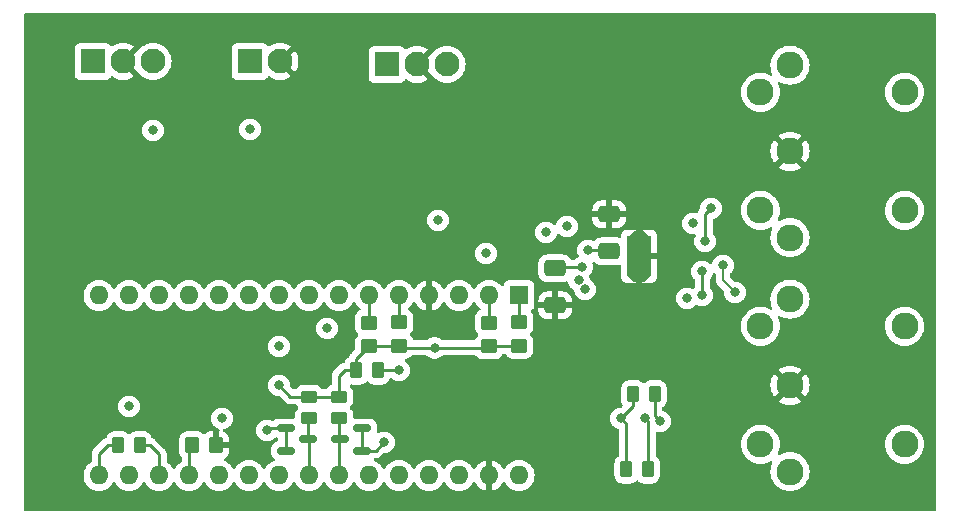
<source format=gbr>
%TF.GenerationSoftware,KiCad,Pcbnew,(6.0.10)*%
%TF.CreationDate,2023-02-04T01:48:26-05:00*%
%TF.ProjectId,lin-valve-control,6c696e2d-7661-46c7-9665-2d636f6e7472,rev?*%
%TF.SameCoordinates,Original*%
%TF.FileFunction,Copper,L4,Bot*%
%TF.FilePolarity,Positive*%
%FSLAX46Y46*%
G04 Gerber Fmt 4.6, Leading zero omitted, Abs format (unit mm)*
G04 Created by KiCad (PCBNEW (6.0.10)) date 2023-02-04 01:48:26*
%MOMM*%
%LPD*%
G01*
G04 APERTURE LIST*
G04 Aperture macros list*
%AMRoundRect*
0 Rectangle with rounded corners*
0 $1 Rounding radius*
0 $2 $3 $4 $5 $6 $7 $8 $9 X,Y pos of 4 corners*
0 Add a 4 corners polygon primitive as box body*
4,1,4,$2,$3,$4,$5,$6,$7,$8,$9,$2,$3,0*
0 Add four circle primitives for the rounded corners*
1,1,$1+$1,$2,$3*
1,1,$1+$1,$4,$5*
1,1,$1+$1,$6,$7*
1,1,$1+$1,$8,$9*
0 Add four rect primitives between the rounded corners*
20,1,$1+$1,$2,$3,$4,$5,0*
20,1,$1+$1,$4,$5,$6,$7,0*
20,1,$1+$1,$6,$7,$8,$9,0*
20,1,$1+$1,$8,$9,$2,$3,0*%
G04 Aperture macros list end*
%TA.AperFunction,ComponentPad*%
%ADD10R,1.600000X1.600000*%
%TD*%
%TA.AperFunction,ComponentPad*%
%ADD11O,1.600000X1.600000*%
%TD*%
%TA.AperFunction,SMDPad,CuDef*%
%ADD12RoundRect,0.250000X-0.262500X-0.450000X0.262500X-0.450000X0.262500X0.450000X-0.262500X0.450000X0*%
%TD*%
%TA.AperFunction,SMDPad,CuDef*%
%ADD13RoundRect,0.250000X-0.450000X0.262500X-0.450000X-0.262500X0.450000X-0.262500X0.450000X0.262500X0*%
%TD*%
%TA.AperFunction,SMDPad,CuDef*%
%ADD14RoundRect,0.150000X-0.587500X-0.150000X0.587500X-0.150000X0.587500X0.150000X-0.587500X0.150000X0*%
%TD*%
%TA.AperFunction,SMDPad,CuDef*%
%ADD15RoundRect,0.150000X0.587500X0.150000X-0.587500X0.150000X-0.587500X-0.150000X0.587500X-0.150000X0*%
%TD*%
%TA.AperFunction,ComponentPad*%
%ADD16C,0.500000*%
%TD*%
%TA.AperFunction,SMDPad,CuDef*%
%ADD17R,2.000000X3.500000*%
%TD*%
%TA.AperFunction,SMDPad,CuDef*%
%ADD18RoundRect,0.250000X0.262500X0.450000X-0.262500X0.450000X-0.262500X-0.450000X0.262500X-0.450000X0*%
%TD*%
%TA.AperFunction,SMDPad,CuDef*%
%ADD19RoundRect,0.250000X0.450000X-0.350000X0.450000X0.350000X-0.450000X0.350000X-0.450000X-0.350000X0*%
%TD*%
%TA.AperFunction,SMDPad,CuDef*%
%ADD20RoundRect,0.250000X-0.350000X-0.450000X0.350000X-0.450000X0.350000X0.450000X-0.350000X0.450000X0*%
%TD*%
%TA.AperFunction,ComponentPad*%
%ADD21C,2.100000*%
%TD*%
%TA.AperFunction,ComponentPad*%
%ADD22R,2.100000X2.100000*%
%TD*%
%TA.AperFunction,ComponentPad*%
%ADD23C,2.286000*%
%TD*%
%TA.AperFunction,SMDPad,CuDef*%
%ADD24RoundRect,0.250000X-0.650000X0.412500X-0.650000X-0.412500X0.650000X-0.412500X0.650000X0.412500X0*%
%TD*%
%TA.AperFunction,SMDPad,CuDef*%
%ADD25RoundRect,0.250000X0.650000X-0.412500X0.650000X0.412500X-0.650000X0.412500X-0.650000X-0.412500X0*%
%TD*%
%TA.AperFunction,ViaPad*%
%ADD26C,0.800000*%
%TD*%
%TA.AperFunction,Conductor*%
%ADD27C,0.250000*%
%TD*%
%TA.AperFunction,Conductor*%
%ADD28C,0.200000*%
%TD*%
G04 APERTURE END LIST*
D10*
%TO.P,U1,1,D1/TX*%
%TO.N,TXD*%
X194818000Y-82814000D03*
D11*
%TO.P,U1,2,D0/RX*%
%TO.N,RXD*%
X192278000Y-82814000D03*
%TO.P,U1,3,~{RESET}*%
%TO.N,unconnected-(U1-Pad3)*%
X189738000Y-82814000D03*
%TO.P,U1,4,GND*%
%TO.N,GND*%
X187198000Y-82814000D03*
%TO.P,U1,5,D2*%
%TO.N,~{LIN_SLP}*%
X184658000Y-82814000D03*
%TO.P,U1,6,D3*%
%TO.N,~{LIN_WAKE}*%
X182118000Y-82814000D03*
%TO.P,U1,7,D4*%
%TO.N,VALVE_IN1+*%
X179578000Y-82814000D03*
%TO.P,U1,8,D5*%
%TO.N,VALVE_IN1-*%
X177038000Y-82814000D03*
%TO.P,U1,9,D6*%
%TO.N,VALVE1_CLOSED*%
X174498000Y-82814000D03*
%TO.P,U1,10,D7*%
%TO.N,VALVE1_OPEN*%
X171958000Y-82814000D03*
%TO.P,U1,11,D8*%
%TO.N,VALVE_IN2+*%
X169418000Y-82814000D03*
%TO.P,U1,12,D9*%
%TO.N,VALVE_IN2-*%
X166878000Y-82814000D03*
%TO.P,U1,13,D10*%
%TO.N,VALVE2_CLOSED*%
X164338000Y-82814000D03*
%TO.P,U1,14,D11*%
%TO.N,VALVE2_OPEN*%
X161798000Y-82814000D03*
%TO.P,U1,15,D12*%
%TO.N,FLOW_PULSE*%
X159258000Y-82814000D03*
%TO.P,U1,16,D13*%
%TO.N,~{MOTOR_FAULT}*%
X159258000Y-98054000D03*
%TO.P,U1,17,3V3*%
%TO.N,+3V3*%
X161798000Y-98054000D03*
%TO.P,U1,18,AREF*%
%TO.N,+5V*%
X164338000Y-98054000D03*
%TO.P,U1,19,A0*%
%TO.N,MOTOR_EN*%
X166878000Y-98054000D03*
%TO.P,U1,20,A1*%
%TO.N,unconnected-(U1-Pad20)*%
X169418000Y-98054000D03*
%TO.P,U1,21,A2*%
%TO.N,unconnected-(U1-Pad21)*%
X171958000Y-98054000D03*
%TO.P,U1,22,A3*%
%TO.N,unconnected-(U1-Pad22)*%
X174498000Y-98054000D03*
%TO.P,U1,23,A4*%
%TO.N,SDA5*%
X177038000Y-98054000D03*
%TO.P,U1,24,A5*%
%TO.N,SCL5*%
X179578000Y-98054000D03*
%TO.P,U1,25,A6*%
%TO.N,unconnected-(U1-Pad25)*%
X182118000Y-98054000D03*
%TO.P,U1,26,A7*%
%TO.N,COOLANT_NTC*%
X184658000Y-98054000D03*
%TO.P,U1,27,+5V*%
%TO.N,+5V*%
X187198000Y-98054000D03*
%TO.P,U1,28,~{RESET}*%
%TO.N,unconnected-(U1-Pad28)*%
X189738000Y-98054000D03*
%TO.P,U1,29,GND*%
%TO.N,GND*%
X192278000Y-98054000D03*
%TO.P,U1,30,VIN*%
%TO.N,+12V*%
X194818000Y-98054000D03*
%TD*%
D12*
%TO.P,R13,1*%
%TO.N,+3V3*%
X204470000Y-91186000D03*
%TO.P,R13,2*%
%TO.N,SCL*%
X206295000Y-91186000D03*
%TD*%
%TO.P,R12,1*%
%TO.N,+3V3*%
X203915000Y-97536000D03*
%TO.P,R12,2*%
%TO.N,SDA*%
X205740000Y-97536000D03*
%TD*%
D13*
%TO.P,R11,1*%
%TO.N,+5V*%
X179578000Y-91393000D03*
%TO.P,R11,2*%
%TO.N,SCL5*%
X179578000Y-93218000D03*
%TD*%
%TO.P,R10,1*%
%TO.N,+5V*%
X177038000Y-91393000D03*
%TO.P,R10,2*%
%TO.N,SDA5*%
X177038000Y-93218000D03*
%TD*%
D14*
%TO.P,Q2,1,G*%
%TO.N,SDA*%
X175084500Y-95946000D03*
%TO.P,Q2,2,S*%
X175084500Y-94046000D03*
%TO.P,Q2,3,D*%
%TO.N,SDA5*%
X176959500Y-94996000D03*
%TD*%
D15*
%TO.P,Q1,1,G*%
%TO.N,SCL*%
X181531500Y-94046000D03*
%TO.P,Q1,2,S*%
X181531500Y-95946000D03*
%TO.P,Q1,3,D*%
%TO.N,SCL5*%
X179656500Y-94996000D03*
%TD*%
D16*
%TO.P,U3,17,GND(PPAD)*%
%TO.N,GND*%
X204228000Y-79502000D03*
X204228000Y-78002000D03*
X205728000Y-79502000D03*
X204228000Y-81002000D03*
X205728000Y-78002000D03*
X205728000Y-81002000D03*
D17*
X204978000Y-79502000D03*
%TD*%
D18*
%TO.P,R9,2*%
%TO.N,~{MOTOR_FAULT}*%
X160885500Y-95504000D03*
%TO.P,R9,1*%
%TO.N,+5V*%
X162710500Y-95504000D03*
%TD*%
D12*
%TO.P,R8,2*%
%TO.N,COOLANT_NTC*%
X182880000Y-89154000D03*
%TO.P,R8,1*%
%TO.N,+5V*%
X181055000Y-89154000D03*
%TD*%
D19*
%TO.P,R6,2*%
%TO.N,~{LIN_WAKE}*%
X182118000Y-85122000D03*
%TO.P,R6,1*%
%TO.N,+5V*%
X182118000Y-87122000D03*
%TD*%
%TO.P,R4,2*%
%TO.N,~{LIN_SLP}*%
X184658000Y-85090000D03*
%TO.P,R4,1*%
%TO.N,+5V*%
X184658000Y-87090000D03*
%TD*%
D20*
%TO.P,R3,2*%
%TO.N,GND*%
X169164000Y-95504000D03*
%TO.P,R3,1*%
%TO.N,MOTOR_EN*%
X167164000Y-95504000D03*
%TD*%
D19*
%TO.P,R2,2*%
%TO.N,TXD*%
X194818000Y-85090000D03*
%TO.P,R2,1*%
%TO.N,+5V*%
X194818000Y-87090000D03*
%TD*%
%TO.P,R1,2*%
%TO.N,RXD*%
X192278000Y-85122000D03*
%TO.P,R1,1*%
%TO.N,+5V*%
X192278000Y-87122000D03*
%TD*%
D21*
%TO.P,J5,3,Pin_3*%
%TO.N,FLOW_PULSE*%
X163830000Y-62992000D03*
%TO.P,J5,2,Pin_2*%
%TO.N,GND*%
X161290000Y-62992000D03*
D22*
%TO.P,J5,1,Pin_1*%
%TO.N,+12V*%
X158750000Y-62992000D03*
%TD*%
D21*
%TO.P,J4,2,Pin_2*%
%TO.N,GND*%
X174582000Y-62992000D03*
D22*
%TO.P,J4,1,Pin_1*%
%TO.N,COOLANT_NTC*%
X172042000Y-62992000D03*
%TD*%
D23*
%TO.P,J3,7*%
%TO.N,N/C*%
X227459540Y-85425280D03*
%TO.P,J3,6*%
X227459540Y-95422720D03*
%TO.P,J3,5*%
%TO.N,VALVE1_CLOSED*%
X215259920Y-95422720D03*
%TO.P,J3,4*%
%TO.N,VALVE1_OPEN*%
X215259920Y-85425280D03*
%TO.P,J3,3*%
%TO.N,VALVE1-*%
X217759280Y-97723960D03*
%TO.P,J3,2*%
%TO.N,GND*%
X217759280Y-90424000D03*
%TO.P,J3,1*%
%TO.N,VALVE1+*%
X217759280Y-83124040D03*
%TD*%
%TO.P,J2,1*%
%TO.N,VALVE2+*%
X217759280Y-63312040D03*
%TO.P,J2,2*%
%TO.N,GND*%
X217759280Y-70612000D03*
%TO.P,J2,3*%
%TO.N,VALVE2-*%
X217759280Y-77911960D03*
%TO.P,J2,4*%
%TO.N,VALVE2_OPEN*%
X215259920Y-65613280D03*
%TO.P,J2,5*%
%TO.N,VALVE2_CLOSED*%
X215259920Y-75610720D03*
%TO.P,J2,6*%
%TO.N,N/C*%
X227459540Y-75610720D03*
%TO.P,J2,7*%
X227459540Y-65613280D03*
%TD*%
D24*
%TO.P,C3,2*%
%TO.N,GND*%
X197866000Y-83643000D03*
%TO.P,C3,1*%
%TO.N,Net-(C3-Pad1)*%
X197866000Y-80518000D03*
%TD*%
D25*
%TO.P,C2,2*%
%TO.N,GND*%
X202438000Y-75946000D03*
%TO.P,C2,1*%
%TO.N,+12V*%
X202438000Y-79071000D03*
%TD*%
D21*
%TO.P,J6,3,Pin_3*%
%TO.N,LIN*%
X188722000Y-63246000D03*
%TO.P,J6,2,Pin_2*%
%TO.N,GND*%
X186182000Y-63246000D03*
D22*
%TO.P,J6,1,Pin_1*%
%TO.N,+12V*%
X183642000Y-63246000D03*
%TD*%
D26*
%TO.N,+5V*%
X187674000Y-87251500D03*
%TO.N,COOLANT_NTC*%
X184658000Y-89154000D03*
X172042000Y-68750000D03*
%TO.N,FLOW_PULSE*%
X163830000Y-68834000D03*
%TO.N,+12V*%
X200660000Y-78994000D03*
%TO.N,+5V*%
X174498000Y-90424000D03*
%TO.N,SCL*%
X206756000Y-93472000D03*
X183388000Y-95250000D03*
%TO.N,SDA*%
X205486000Y-93218000D03*
X173482000Y-94234000D03*
%TO.N,+3V3*%
X203454000Y-93218000D03*
%TO.N,GND*%
X200660000Y-96266000D03*
X194564000Y-69850000D03*
%TO.N,~{LIN_WAKE}*%
X192024000Y-79248000D03*
%TO.N,RXD*%
X187960000Y-76454000D03*
%TO.N,VALVE_IN1+*%
X200406000Y-82296000D03*
%TO.N,VALVE_IN1-*%
X199898000Y-81534000D03*
%TO.N,VALVE_IN2+*%
X198882000Y-76962000D03*
%TO.N,VALVE_IN2-*%
X197104000Y-77470000D03*
%TO.N,MOTOR_EN*%
X169672000Y-93218000D03*
%TO.N,~{MOTOR_FAULT}*%
X161798000Y-92202000D03*
%TO.N,VALVE_IN1+*%
X178562000Y-85598000D03*
%TO.N,VALVE1_CLOSED*%
X174498000Y-87122000D03*
%TO.N,Net-(C3-Pad1)*%
X200152000Y-80427500D03*
%TO.N,~{MOTOR_FAULT}*%
X209550000Y-76708000D03*
%TO.N,MOTOR_EN*%
X209042000Y-83058000D03*
%TO.N,GND*%
X202946000Y-87630000D03*
%TO.N,Net-(R5-Pad1)*%
X210312000Y-80772000D03*
X210312000Y-82804000D03*
%TO.N,GND*%
X201676000Y-73406000D03*
%TO.N,Net-(R7-Pad1)*%
X211074000Y-75438000D03*
X210566000Y-78232000D03*
%TO.N,VALVE1-*%
X213106000Y-82550000D03*
X212090000Y-80264000D03*
%TD*%
D27*
%TO.N,+5V*%
X192148500Y-87251500D02*
X192278000Y-87122000D01*
X184819500Y-87251500D02*
X192148500Y-87251500D01*
X184658000Y-87090000D02*
X184819500Y-87251500D01*
X182150000Y-87090000D02*
X184658000Y-87090000D01*
X182118000Y-87122000D02*
X182150000Y-87090000D01*
X181055000Y-89154000D02*
X181055000Y-88185000D01*
X181055000Y-88185000D02*
X182118000Y-87122000D01*
%TO.N,~{LIN_SLP}*%
X184658000Y-85090000D02*
X184658000Y-82814000D01*
%TO.N,~{LIN_WAKE}*%
X182118000Y-85122000D02*
X182118000Y-82814000D01*
%TO.N,+5V*%
X192310000Y-87090000D02*
X192278000Y-87122000D01*
X194818000Y-87090000D02*
X192310000Y-87090000D01*
%TO.N,RXD*%
X192278000Y-85122000D02*
X192278000Y-82814000D01*
%TO.N,TXD*%
X194818000Y-85090000D02*
X194818000Y-82814000D01*
%TO.N,MOTOR_EN*%
X166878000Y-95790000D02*
X167164000Y-95504000D01*
X166878000Y-98054000D02*
X166878000Y-95790000D01*
%TO.N,+5V*%
X179578000Y-89662000D02*
X179578000Y-91393000D01*
X180086000Y-89154000D02*
X179578000Y-89662000D01*
X181055000Y-89154000D02*
X180086000Y-89154000D01*
%TO.N,COOLANT_NTC*%
X182880000Y-89154000D02*
X184658000Y-89154000D01*
%TO.N,+12V*%
X200660000Y-78994000D02*
X202361000Y-78994000D01*
X202361000Y-78994000D02*
X202438000Y-79071000D01*
%TO.N,+3V3*%
X204470000Y-92202000D02*
X204470000Y-91186000D01*
X203454000Y-93218000D02*
X204470000Y-92202000D01*
%TO.N,SCL*%
X206295000Y-93011000D02*
X206295000Y-91186000D01*
X206756000Y-93472000D02*
X206295000Y-93011000D01*
%TO.N,+3V3*%
X203915000Y-93679000D02*
X203454000Y-93218000D01*
X203915000Y-97536000D02*
X203915000Y-93679000D01*
%TO.N,SDA*%
X205740000Y-97536000D02*
X205740000Y-93472000D01*
X205740000Y-93472000D02*
X205486000Y-93218000D01*
%TO.N,+5V*%
X175467000Y-91393000D02*
X174498000Y-90424000D01*
X177038000Y-91393000D02*
X175467000Y-91393000D01*
X177038000Y-91393000D02*
X179578000Y-91393000D01*
%TO.N,SDA5*%
X176959500Y-93296500D02*
X177038000Y-93218000D01*
X176959500Y-94996000D02*
X176959500Y-93296500D01*
%TO.N,SCL5*%
X179578000Y-93218000D02*
X179578000Y-94917500D01*
X179578000Y-94917500D02*
X179656500Y-94996000D01*
%TO.N,SCL*%
X182692000Y-95946000D02*
X183388000Y-95250000D01*
X181531500Y-95946000D02*
X182692000Y-95946000D01*
X181531500Y-95946000D02*
X181531500Y-94046000D01*
%TO.N,SCL5*%
X179578000Y-95074500D02*
X179656500Y-94996000D01*
X179578000Y-98054000D02*
X179578000Y-95074500D01*
%TO.N,SDA*%
X173670000Y-94046000D02*
X173482000Y-94234000D01*
X175084500Y-94046000D02*
X173670000Y-94046000D01*
X175084500Y-95946000D02*
X175084500Y-94046000D01*
%TO.N,SDA5*%
X177038000Y-95074500D02*
X176959500Y-94996000D01*
X177038000Y-98054000D02*
X177038000Y-95074500D01*
%TO.N,+5V*%
X164338000Y-96266000D02*
X164338000Y-98054000D01*
X163576000Y-95504000D02*
X164338000Y-96266000D01*
X162710500Y-95504000D02*
X163576000Y-95504000D01*
%TO.N,~{MOTOR_FAULT}*%
X159258000Y-96266000D02*
X159258000Y-98054000D01*
X160020000Y-95504000D02*
X159258000Y-96266000D01*
X160885500Y-95504000D02*
X160020000Y-95504000D01*
%TO.N,Net-(C3-Pad1)*%
X197956500Y-80427500D02*
X197866000Y-80518000D01*
X200152000Y-80427500D02*
X197956500Y-80427500D01*
%TO.N,Net-(R7-Pad1)*%
X210566000Y-75946000D02*
X210566000Y-78232000D01*
X211074000Y-75438000D02*
X210566000Y-75946000D01*
%TO.N,Net-(R5-Pad1)*%
X210312000Y-80772000D02*
X210312000Y-82804000D01*
D28*
%TO.N,VALVE1-*%
X212090000Y-81534000D02*
X213106000Y-82550000D01*
X212090000Y-80264000D02*
X212090000Y-81534000D01*
%TD*%
%TA.AperFunction,Conductor*%
%TO.N,GND*%
G36*
X230065621Y-58948502D02*
G01*
X230112114Y-59002158D01*
X230123500Y-59054500D01*
X230123500Y-100965500D01*
X230103498Y-101033621D01*
X230049842Y-101080114D01*
X229997500Y-101091500D01*
X153034500Y-101091500D01*
X152966379Y-101071498D01*
X152919886Y-101017842D01*
X152908500Y-100965500D01*
X152908500Y-98054000D01*
X157944502Y-98054000D01*
X157964457Y-98282087D01*
X157965881Y-98287400D01*
X157965881Y-98287402D01*
X158017560Y-98480267D01*
X158023716Y-98503243D01*
X158026039Y-98508224D01*
X158026039Y-98508225D01*
X158118151Y-98705762D01*
X158118154Y-98705767D01*
X158120477Y-98710749D01*
X158143874Y-98744163D01*
X158247108Y-98891596D01*
X158251802Y-98898300D01*
X158413700Y-99060198D01*
X158418208Y-99063355D01*
X158418211Y-99063357D01*
X158496389Y-99118098D01*
X158601251Y-99191523D01*
X158606233Y-99193846D01*
X158606238Y-99193849D01*
X158802765Y-99285490D01*
X158808757Y-99288284D01*
X158814065Y-99289706D01*
X158814067Y-99289707D01*
X159024598Y-99346119D01*
X159024600Y-99346119D01*
X159029913Y-99347543D01*
X159258000Y-99367498D01*
X159486087Y-99347543D01*
X159491400Y-99346119D01*
X159491402Y-99346119D01*
X159701933Y-99289707D01*
X159701935Y-99289706D01*
X159707243Y-99288284D01*
X159713235Y-99285490D01*
X159909762Y-99193849D01*
X159909767Y-99193846D01*
X159914749Y-99191523D01*
X160019611Y-99118098D01*
X160097789Y-99063357D01*
X160097792Y-99063355D01*
X160102300Y-99060198D01*
X160264198Y-98898300D01*
X160268893Y-98891596D01*
X160372126Y-98744163D01*
X160395523Y-98710749D01*
X160397846Y-98705767D01*
X160397849Y-98705762D01*
X160413805Y-98671543D01*
X160460722Y-98618258D01*
X160528999Y-98598797D01*
X160596959Y-98619339D01*
X160642195Y-98671543D01*
X160658151Y-98705762D01*
X160658154Y-98705767D01*
X160660477Y-98710749D01*
X160683874Y-98744163D01*
X160787108Y-98891596D01*
X160791802Y-98898300D01*
X160953700Y-99060198D01*
X160958208Y-99063355D01*
X160958211Y-99063357D01*
X161036389Y-99118098D01*
X161141251Y-99191523D01*
X161146233Y-99193846D01*
X161146238Y-99193849D01*
X161342765Y-99285490D01*
X161348757Y-99288284D01*
X161354065Y-99289706D01*
X161354067Y-99289707D01*
X161564598Y-99346119D01*
X161564600Y-99346119D01*
X161569913Y-99347543D01*
X161798000Y-99367498D01*
X162026087Y-99347543D01*
X162031400Y-99346119D01*
X162031402Y-99346119D01*
X162241933Y-99289707D01*
X162241935Y-99289706D01*
X162247243Y-99288284D01*
X162253235Y-99285490D01*
X162449762Y-99193849D01*
X162449767Y-99193846D01*
X162454749Y-99191523D01*
X162559611Y-99118098D01*
X162637789Y-99063357D01*
X162637792Y-99063355D01*
X162642300Y-99060198D01*
X162804198Y-98898300D01*
X162808893Y-98891596D01*
X162912126Y-98744163D01*
X162935523Y-98710749D01*
X162937846Y-98705767D01*
X162937849Y-98705762D01*
X162953805Y-98671543D01*
X163000722Y-98618258D01*
X163068999Y-98598797D01*
X163136959Y-98619339D01*
X163182195Y-98671543D01*
X163198151Y-98705762D01*
X163198154Y-98705767D01*
X163200477Y-98710749D01*
X163223874Y-98744163D01*
X163327108Y-98891596D01*
X163331802Y-98898300D01*
X163493700Y-99060198D01*
X163498208Y-99063355D01*
X163498211Y-99063357D01*
X163576389Y-99118098D01*
X163681251Y-99191523D01*
X163686233Y-99193846D01*
X163686238Y-99193849D01*
X163882765Y-99285490D01*
X163888757Y-99288284D01*
X163894065Y-99289706D01*
X163894067Y-99289707D01*
X164104598Y-99346119D01*
X164104600Y-99346119D01*
X164109913Y-99347543D01*
X164338000Y-99367498D01*
X164566087Y-99347543D01*
X164571400Y-99346119D01*
X164571402Y-99346119D01*
X164781933Y-99289707D01*
X164781935Y-99289706D01*
X164787243Y-99288284D01*
X164793235Y-99285490D01*
X164989762Y-99193849D01*
X164989767Y-99193846D01*
X164994749Y-99191523D01*
X165099611Y-99118098D01*
X165177789Y-99063357D01*
X165177792Y-99063355D01*
X165182300Y-99060198D01*
X165344198Y-98898300D01*
X165348893Y-98891596D01*
X165452126Y-98744163D01*
X165475523Y-98710749D01*
X165477846Y-98705767D01*
X165477849Y-98705762D01*
X165493805Y-98671543D01*
X165540722Y-98618258D01*
X165608999Y-98598797D01*
X165676959Y-98619339D01*
X165722195Y-98671543D01*
X165738151Y-98705762D01*
X165738154Y-98705767D01*
X165740477Y-98710749D01*
X165763874Y-98744163D01*
X165867108Y-98891596D01*
X165871802Y-98898300D01*
X166033700Y-99060198D01*
X166038208Y-99063355D01*
X166038211Y-99063357D01*
X166116389Y-99118098D01*
X166221251Y-99191523D01*
X166226233Y-99193846D01*
X166226238Y-99193849D01*
X166422765Y-99285490D01*
X166428757Y-99288284D01*
X166434065Y-99289706D01*
X166434067Y-99289707D01*
X166644598Y-99346119D01*
X166644600Y-99346119D01*
X166649913Y-99347543D01*
X166878000Y-99367498D01*
X167106087Y-99347543D01*
X167111400Y-99346119D01*
X167111402Y-99346119D01*
X167321933Y-99289707D01*
X167321935Y-99289706D01*
X167327243Y-99288284D01*
X167333235Y-99285490D01*
X167529762Y-99193849D01*
X167529767Y-99193846D01*
X167534749Y-99191523D01*
X167639611Y-99118098D01*
X167717789Y-99063357D01*
X167717792Y-99063355D01*
X167722300Y-99060198D01*
X167884198Y-98898300D01*
X167888893Y-98891596D01*
X167992126Y-98744163D01*
X168015523Y-98710749D01*
X168017846Y-98705767D01*
X168017849Y-98705762D01*
X168033805Y-98671543D01*
X168080722Y-98618258D01*
X168148999Y-98598797D01*
X168216959Y-98619339D01*
X168262195Y-98671543D01*
X168278151Y-98705762D01*
X168278154Y-98705767D01*
X168280477Y-98710749D01*
X168303874Y-98744163D01*
X168407108Y-98891596D01*
X168411802Y-98898300D01*
X168573700Y-99060198D01*
X168578208Y-99063355D01*
X168578211Y-99063357D01*
X168656389Y-99118098D01*
X168761251Y-99191523D01*
X168766233Y-99193846D01*
X168766238Y-99193849D01*
X168962765Y-99285490D01*
X168968757Y-99288284D01*
X168974065Y-99289706D01*
X168974067Y-99289707D01*
X169184598Y-99346119D01*
X169184600Y-99346119D01*
X169189913Y-99347543D01*
X169418000Y-99367498D01*
X169646087Y-99347543D01*
X169651400Y-99346119D01*
X169651402Y-99346119D01*
X169861933Y-99289707D01*
X169861935Y-99289706D01*
X169867243Y-99288284D01*
X169873235Y-99285490D01*
X170069762Y-99193849D01*
X170069767Y-99193846D01*
X170074749Y-99191523D01*
X170179611Y-99118098D01*
X170257789Y-99063357D01*
X170257792Y-99063355D01*
X170262300Y-99060198D01*
X170424198Y-98898300D01*
X170428893Y-98891596D01*
X170532126Y-98744163D01*
X170555523Y-98710749D01*
X170557846Y-98705767D01*
X170557849Y-98705762D01*
X170573805Y-98671543D01*
X170620722Y-98618258D01*
X170688999Y-98598797D01*
X170756959Y-98619339D01*
X170802195Y-98671543D01*
X170818151Y-98705762D01*
X170818154Y-98705767D01*
X170820477Y-98710749D01*
X170843874Y-98744163D01*
X170947108Y-98891596D01*
X170951802Y-98898300D01*
X171113700Y-99060198D01*
X171118208Y-99063355D01*
X171118211Y-99063357D01*
X171196389Y-99118098D01*
X171301251Y-99191523D01*
X171306233Y-99193846D01*
X171306238Y-99193849D01*
X171502765Y-99285490D01*
X171508757Y-99288284D01*
X171514065Y-99289706D01*
X171514067Y-99289707D01*
X171724598Y-99346119D01*
X171724600Y-99346119D01*
X171729913Y-99347543D01*
X171958000Y-99367498D01*
X172186087Y-99347543D01*
X172191400Y-99346119D01*
X172191402Y-99346119D01*
X172401933Y-99289707D01*
X172401935Y-99289706D01*
X172407243Y-99288284D01*
X172413235Y-99285490D01*
X172609762Y-99193849D01*
X172609767Y-99193846D01*
X172614749Y-99191523D01*
X172719611Y-99118098D01*
X172797789Y-99063357D01*
X172797792Y-99063355D01*
X172802300Y-99060198D01*
X172964198Y-98898300D01*
X172968893Y-98891596D01*
X173072126Y-98744163D01*
X173095523Y-98710749D01*
X173097846Y-98705767D01*
X173097849Y-98705762D01*
X173113805Y-98671543D01*
X173160722Y-98618258D01*
X173228999Y-98598797D01*
X173296959Y-98619339D01*
X173342195Y-98671543D01*
X173358151Y-98705762D01*
X173358154Y-98705767D01*
X173360477Y-98710749D01*
X173383874Y-98744163D01*
X173487108Y-98891596D01*
X173491802Y-98898300D01*
X173653700Y-99060198D01*
X173658208Y-99063355D01*
X173658211Y-99063357D01*
X173736389Y-99118098D01*
X173841251Y-99191523D01*
X173846233Y-99193846D01*
X173846238Y-99193849D01*
X174042765Y-99285490D01*
X174048757Y-99288284D01*
X174054065Y-99289706D01*
X174054067Y-99289707D01*
X174264598Y-99346119D01*
X174264600Y-99346119D01*
X174269913Y-99347543D01*
X174498000Y-99367498D01*
X174726087Y-99347543D01*
X174731400Y-99346119D01*
X174731402Y-99346119D01*
X174941933Y-99289707D01*
X174941935Y-99289706D01*
X174947243Y-99288284D01*
X174953235Y-99285490D01*
X175149762Y-99193849D01*
X175149767Y-99193846D01*
X175154749Y-99191523D01*
X175259611Y-99118098D01*
X175337789Y-99063357D01*
X175337792Y-99063355D01*
X175342300Y-99060198D01*
X175504198Y-98898300D01*
X175508893Y-98891596D01*
X175612126Y-98744163D01*
X175635523Y-98710749D01*
X175637846Y-98705767D01*
X175637849Y-98705762D01*
X175653805Y-98671543D01*
X175700722Y-98618258D01*
X175768999Y-98598797D01*
X175836959Y-98619339D01*
X175882195Y-98671543D01*
X175898151Y-98705762D01*
X175898154Y-98705767D01*
X175900477Y-98710749D01*
X175923874Y-98744163D01*
X176027108Y-98891596D01*
X176031802Y-98898300D01*
X176193700Y-99060198D01*
X176198208Y-99063355D01*
X176198211Y-99063357D01*
X176276389Y-99118098D01*
X176381251Y-99191523D01*
X176386233Y-99193846D01*
X176386238Y-99193849D01*
X176582765Y-99285490D01*
X176588757Y-99288284D01*
X176594065Y-99289706D01*
X176594067Y-99289707D01*
X176804598Y-99346119D01*
X176804600Y-99346119D01*
X176809913Y-99347543D01*
X177038000Y-99367498D01*
X177266087Y-99347543D01*
X177271400Y-99346119D01*
X177271402Y-99346119D01*
X177481933Y-99289707D01*
X177481935Y-99289706D01*
X177487243Y-99288284D01*
X177493235Y-99285490D01*
X177689762Y-99193849D01*
X177689767Y-99193846D01*
X177694749Y-99191523D01*
X177799611Y-99118098D01*
X177877789Y-99063357D01*
X177877792Y-99063355D01*
X177882300Y-99060198D01*
X178044198Y-98898300D01*
X178048893Y-98891596D01*
X178152126Y-98744163D01*
X178175523Y-98710749D01*
X178177846Y-98705767D01*
X178177849Y-98705762D01*
X178193805Y-98671543D01*
X178240722Y-98618258D01*
X178308999Y-98598797D01*
X178376959Y-98619339D01*
X178422195Y-98671543D01*
X178438151Y-98705762D01*
X178438154Y-98705767D01*
X178440477Y-98710749D01*
X178463874Y-98744163D01*
X178567108Y-98891596D01*
X178571802Y-98898300D01*
X178733700Y-99060198D01*
X178738208Y-99063355D01*
X178738211Y-99063357D01*
X178816389Y-99118098D01*
X178921251Y-99191523D01*
X178926233Y-99193846D01*
X178926238Y-99193849D01*
X179122765Y-99285490D01*
X179128757Y-99288284D01*
X179134065Y-99289706D01*
X179134067Y-99289707D01*
X179344598Y-99346119D01*
X179344600Y-99346119D01*
X179349913Y-99347543D01*
X179578000Y-99367498D01*
X179806087Y-99347543D01*
X179811400Y-99346119D01*
X179811402Y-99346119D01*
X180021933Y-99289707D01*
X180021935Y-99289706D01*
X180027243Y-99288284D01*
X180033235Y-99285490D01*
X180229762Y-99193849D01*
X180229767Y-99193846D01*
X180234749Y-99191523D01*
X180339611Y-99118098D01*
X180417789Y-99063357D01*
X180417792Y-99063355D01*
X180422300Y-99060198D01*
X180584198Y-98898300D01*
X180588893Y-98891596D01*
X180692126Y-98744163D01*
X180715523Y-98710749D01*
X180717846Y-98705767D01*
X180717849Y-98705762D01*
X180733805Y-98671543D01*
X180780722Y-98618258D01*
X180848999Y-98598797D01*
X180916959Y-98619339D01*
X180962195Y-98671543D01*
X180978151Y-98705762D01*
X180978154Y-98705767D01*
X180980477Y-98710749D01*
X181003874Y-98744163D01*
X181107108Y-98891596D01*
X181111802Y-98898300D01*
X181273700Y-99060198D01*
X181278208Y-99063355D01*
X181278211Y-99063357D01*
X181356389Y-99118098D01*
X181461251Y-99191523D01*
X181466233Y-99193846D01*
X181466238Y-99193849D01*
X181662765Y-99285490D01*
X181668757Y-99288284D01*
X181674065Y-99289706D01*
X181674067Y-99289707D01*
X181884598Y-99346119D01*
X181884600Y-99346119D01*
X181889913Y-99347543D01*
X182118000Y-99367498D01*
X182346087Y-99347543D01*
X182351400Y-99346119D01*
X182351402Y-99346119D01*
X182561933Y-99289707D01*
X182561935Y-99289706D01*
X182567243Y-99288284D01*
X182573235Y-99285490D01*
X182769762Y-99193849D01*
X182769767Y-99193846D01*
X182774749Y-99191523D01*
X182879611Y-99118098D01*
X182957789Y-99063357D01*
X182957792Y-99063355D01*
X182962300Y-99060198D01*
X183124198Y-98898300D01*
X183128893Y-98891596D01*
X183232126Y-98744163D01*
X183255523Y-98710749D01*
X183257846Y-98705767D01*
X183257849Y-98705762D01*
X183273805Y-98671543D01*
X183320722Y-98618258D01*
X183388999Y-98598797D01*
X183456959Y-98619339D01*
X183502195Y-98671543D01*
X183518151Y-98705762D01*
X183518154Y-98705767D01*
X183520477Y-98710749D01*
X183543874Y-98744163D01*
X183647108Y-98891596D01*
X183651802Y-98898300D01*
X183813700Y-99060198D01*
X183818208Y-99063355D01*
X183818211Y-99063357D01*
X183896389Y-99118098D01*
X184001251Y-99191523D01*
X184006233Y-99193846D01*
X184006238Y-99193849D01*
X184202765Y-99285490D01*
X184208757Y-99288284D01*
X184214065Y-99289706D01*
X184214067Y-99289707D01*
X184424598Y-99346119D01*
X184424600Y-99346119D01*
X184429913Y-99347543D01*
X184658000Y-99367498D01*
X184886087Y-99347543D01*
X184891400Y-99346119D01*
X184891402Y-99346119D01*
X185101933Y-99289707D01*
X185101935Y-99289706D01*
X185107243Y-99288284D01*
X185113235Y-99285490D01*
X185309762Y-99193849D01*
X185309767Y-99193846D01*
X185314749Y-99191523D01*
X185419611Y-99118098D01*
X185497789Y-99063357D01*
X185497792Y-99063355D01*
X185502300Y-99060198D01*
X185664198Y-98898300D01*
X185668893Y-98891596D01*
X185772126Y-98744163D01*
X185795523Y-98710749D01*
X185797846Y-98705767D01*
X185797849Y-98705762D01*
X185813805Y-98671543D01*
X185860722Y-98618258D01*
X185928999Y-98598797D01*
X185996959Y-98619339D01*
X186042195Y-98671543D01*
X186058151Y-98705762D01*
X186058154Y-98705767D01*
X186060477Y-98710749D01*
X186083874Y-98744163D01*
X186187108Y-98891596D01*
X186191802Y-98898300D01*
X186353700Y-99060198D01*
X186358208Y-99063355D01*
X186358211Y-99063357D01*
X186436389Y-99118098D01*
X186541251Y-99191523D01*
X186546233Y-99193846D01*
X186546238Y-99193849D01*
X186742765Y-99285490D01*
X186748757Y-99288284D01*
X186754065Y-99289706D01*
X186754067Y-99289707D01*
X186964598Y-99346119D01*
X186964600Y-99346119D01*
X186969913Y-99347543D01*
X187198000Y-99367498D01*
X187426087Y-99347543D01*
X187431400Y-99346119D01*
X187431402Y-99346119D01*
X187641933Y-99289707D01*
X187641935Y-99289706D01*
X187647243Y-99288284D01*
X187653235Y-99285490D01*
X187849762Y-99193849D01*
X187849767Y-99193846D01*
X187854749Y-99191523D01*
X187959611Y-99118098D01*
X188037789Y-99063357D01*
X188037792Y-99063355D01*
X188042300Y-99060198D01*
X188204198Y-98898300D01*
X188208893Y-98891596D01*
X188312126Y-98744163D01*
X188335523Y-98710749D01*
X188337846Y-98705767D01*
X188337849Y-98705762D01*
X188353805Y-98671543D01*
X188400722Y-98618258D01*
X188468999Y-98598797D01*
X188536959Y-98619339D01*
X188582195Y-98671543D01*
X188598151Y-98705762D01*
X188598154Y-98705767D01*
X188600477Y-98710749D01*
X188623874Y-98744163D01*
X188727108Y-98891596D01*
X188731802Y-98898300D01*
X188893700Y-99060198D01*
X188898208Y-99063355D01*
X188898211Y-99063357D01*
X188976389Y-99118098D01*
X189081251Y-99191523D01*
X189086233Y-99193846D01*
X189086238Y-99193849D01*
X189282765Y-99285490D01*
X189288757Y-99288284D01*
X189294065Y-99289706D01*
X189294067Y-99289707D01*
X189504598Y-99346119D01*
X189504600Y-99346119D01*
X189509913Y-99347543D01*
X189738000Y-99367498D01*
X189966087Y-99347543D01*
X189971400Y-99346119D01*
X189971402Y-99346119D01*
X190181933Y-99289707D01*
X190181935Y-99289706D01*
X190187243Y-99288284D01*
X190193235Y-99285490D01*
X190389762Y-99193849D01*
X190389767Y-99193846D01*
X190394749Y-99191523D01*
X190499611Y-99118098D01*
X190577789Y-99063357D01*
X190577792Y-99063355D01*
X190582300Y-99060198D01*
X190744198Y-98898300D01*
X190748893Y-98891596D01*
X190852126Y-98744163D01*
X190875523Y-98710749D01*
X190877846Y-98705767D01*
X190877849Y-98705762D01*
X190894081Y-98670951D01*
X190940998Y-98617666D01*
X191009275Y-98598205D01*
X191077235Y-98618747D01*
X191122471Y-98670951D01*
X191138586Y-98705511D01*
X191144069Y-98715007D01*
X191269028Y-98893467D01*
X191276084Y-98901875D01*
X191430125Y-99055916D01*
X191438533Y-99062972D01*
X191616993Y-99187931D01*
X191626489Y-99193414D01*
X191823947Y-99285490D01*
X191834239Y-99289236D01*
X192006503Y-99335394D01*
X192020599Y-99335058D01*
X192024000Y-99327116D01*
X192024000Y-99321967D01*
X192532000Y-99321967D01*
X192535973Y-99335498D01*
X192544522Y-99336727D01*
X192721761Y-99289236D01*
X192732053Y-99285490D01*
X192929511Y-99193414D01*
X192939007Y-99187931D01*
X193117467Y-99062972D01*
X193125875Y-99055916D01*
X193279916Y-98901875D01*
X193286972Y-98893467D01*
X193411931Y-98715007D01*
X193417414Y-98705511D01*
X193433529Y-98670951D01*
X193480446Y-98617666D01*
X193548723Y-98598205D01*
X193616683Y-98618747D01*
X193661919Y-98670951D01*
X193678151Y-98705762D01*
X193678154Y-98705767D01*
X193680477Y-98710749D01*
X193703874Y-98744163D01*
X193807108Y-98891596D01*
X193811802Y-98898300D01*
X193973700Y-99060198D01*
X193978208Y-99063355D01*
X193978211Y-99063357D01*
X194056389Y-99118098D01*
X194161251Y-99191523D01*
X194166233Y-99193846D01*
X194166238Y-99193849D01*
X194362765Y-99285490D01*
X194368757Y-99288284D01*
X194374065Y-99289706D01*
X194374067Y-99289707D01*
X194584598Y-99346119D01*
X194584600Y-99346119D01*
X194589913Y-99347543D01*
X194818000Y-99367498D01*
X195046087Y-99347543D01*
X195051400Y-99346119D01*
X195051402Y-99346119D01*
X195261933Y-99289707D01*
X195261935Y-99289706D01*
X195267243Y-99288284D01*
X195273235Y-99285490D01*
X195469762Y-99193849D01*
X195469767Y-99193846D01*
X195474749Y-99191523D01*
X195579611Y-99118098D01*
X195657789Y-99063357D01*
X195657792Y-99063355D01*
X195662300Y-99060198D01*
X195824198Y-98898300D01*
X195828893Y-98891596D01*
X195932126Y-98744163D01*
X195955523Y-98710749D01*
X195957846Y-98705767D01*
X195957849Y-98705762D01*
X196049961Y-98508225D01*
X196049961Y-98508224D01*
X196052284Y-98503243D01*
X196058441Y-98480267D01*
X196110119Y-98287402D01*
X196110119Y-98287400D01*
X196111543Y-98282087D01*
X196131498Y-98054000D01*
X196111543Y-97825913D01*
X196052284Y-97604757D01*
X195957966Y-97402489D01*
X195957849Y-97402238D01*
X195957846Y-97402233D01*
X195955523Y-97397251D01*
X195824198Y-97209700D01*
X195662300Y-97047802D01*
X195657792Y-97044645D01*
X195657789Y-97044643D01*
X195553867Y-96971876D01*
X195474749Y-96916477D01*
X195469767Y-96914154D01*
X195469762Y-96914151D01*
X195272225Y-96822039D01*
X195272224Y-96822039D01*
X195267243Y-96819716D01*
X195261935Y-96818294D01*
X195261933Y-96818293D01*
X195051402Y-96761881D01*
X195051400Y-96761881D01*
X195046087Y-96760457D01*
X194818000Y-96740502D01*
X194589913Y-96760457D01*
X194584600Y-96761881D01*
X194584598Y-96761881D01*
X194374067Y-96818293D01*
X194374065Y-96818294D01*
X194368757Y-96819716D01*
X194363776Y-96822039D01*
X194363775Y-96822039D01*
X194166238Y-96914151D01*
X194166233Y-96914154D01*
X194161251Y-96916477D01*
X194082133Y-96971876D01*
X193978211Y-97044643D01*
X193978208Y-97044645D01*
X193973700Y-97047802D01*
X193811802Y-97209700D01*
X193680477Y-97397251D01*
X193678154Y-97402233D01*
X193678151Y-97402238D01*
X193661919Y-97437049D01*
X193615002Y-97490334D01*
X193546725Y-97509795D01*
X193478765Y-97489253D01*
X193433529Y-97437049D01*
X193417414Y-97402489D01*
X193411931Y-97392993D01*
X193286972Y-97214533D01*
X193279916Y-97206125D01*
X193125875Y-97052084D01*
X193117467Y-97045028D01*
X192939007Y-96920069D01*
X192929511Y-96914586D01*
X192732053Y-96822510D01*
X192721761Y-96818764D01*
X192549497Y-96772606D01*
X192535401Y-96772942D01*
X192532000Y-96780884D01*
X192532000Y-99321967D01*
X192024000Y-99321967D01*
X192024000Y-96786033D01*
X192020027Y-96772502D01*
X192011478Y-96771273D01*
X191834239Y-96818764D01*
X191823947Y-96822510D01*
X191626489Y-96914586D01*
X191616993Y-96920069D01*
X191438533Y-97045028D01*
X191430125Y-97052084D01*
X191276084Y-97206125D01*
X191269028Y-97214533D01*
X191144069Y-97392993D01*
X191138586Y-97402489D01*
X191122471Y-97437049D01*
X191075554Y-97490334D01*
X191007277Y-97509795D01*
X190939317Y-97489253D01*
X190894081Y-97437049D01*
X190877849Y-97402238D01*
X190877846Y-97402233D01*
X190875523Y-97397251D01*
X190744198Y-97209700D01*
X190582300Y-97047802D01*
X190577792Y-97044645D01*
X190577789Y-97044643D01*
X190473867Y-96971876D01*
X190394749Y-96916477D01*
X190389767Y-96914154D01*
X190389762Y-96914151D01*
X190192225Y-96822039D01*
X190192224Y-96822039D01*
X190187243Y-96819716D01*
X190181935Y-96818294D01*
X190181933Y-96818293D01*
X189971402Y-96761881D01*
X189971400Y-96761881D01*
X189966087Y-96760457D01*
X189738000Y-96740502D01*
X189509913Y-96760457D01*
X189504600Y-96761881D01*
X189504598Y-96761881D01*
X189294067Y-96818293D01*
X189294065Y-96818294D01*
X189288757Y-96819716D01*
X189283776Y-96822039D01*
X189283775Y-96822039D01*
X189086238Y-96914151D01*
X189086233Y-96914154D01*
X189081251Y-96916477D01*
X189002133Y-96971876D01*
X188898211Y-97044643D01*
X188898208Y-97044645D01*
X188893700Y-97047802D01*
X188731802Y-97209700D01*
X188600477Y-97397251D01*
X188598154Y-97402233D01*
X188598151Y-97402238D01*
X188582195Y-97436457D01*
X188535278Y-97489742D01*
X188467001Y-97509203D01*
X188399041Y-97488661D01*
X188353805Y-97436457D01*
X188337849Y-97402238D01*
X188337846Y-97402233D01*
X188335523Y-97397251D01*
X188204198Y-97209700D01*
X188042300Y-97047802D01*
X188037792Y-97044645D01*
X188037789Y-97044643D01*
X187933867Y-96971876D01*
X187854749Y-96916477D01*
X187849767Y-96914154D01*
X187849762Y-96914151D01*
X187652225Y-96822039D01*
X187652224Y-96822039D01*
X187647243Y-96819716D01*
X187641935Y-96818294D01*
X187641933Y-96818293D01*
X187431402Y-96761881D01*
X187431400Y-96761881D01*
X187426087Y-96760457D01*
X187198000Y-96740502D01*
X186969913Y-96760457D01*
X186964600Y-96761881D01*
X186964598Y-96761881D01*
X186754067Y-96818293D01*
X186754065Y-96818294D01*
X186748757Y-96819716D01*
X186743776Y-96822039D01*
X186743775Y-96822039D01*
X186546238Y-96914151D01*
X186546233Y-96914154D01*
X186541251Y-96916477D01*
X186462133Y-96971876D01*
X186358211Y-97044643D01*
X186358208Y-97044645D01*
X186353700Y-97047802D01*
X186191802Y-97209700D01*
X186060477Y-97397251D01*
X186058154Y-97402233D01*
X186058151Y-97402238D01*
X186042195Y-97436457D01*
X185995278Y-97489742D01*
X185927001Y-97509203D01*
X185859041Y-97488661D01*
X185813805Y-97436457D01*
X185797849Y-97402238D01*
X185797846Y-97402233D01*
X185795523Y-97397251D01*
X185664198Y-97209700D01*
X185502300Y-97047802D01*
X185497792Y-97044645D01*
X185497789Y-97044643D01*
X185393867Y-96971876D01*
X185314749Y-96916477D01*
X185309767Y-96914154D01*
X185309762Y-96914151D01*
X185112225Y-96822039D01*
X185112224Y-96822039D01*
X185107243Y-96819716D01*
X185101935Y-96818294D01*
X185101933Y-96818293D01*
X184891402Y-96761881D01*
X184891400Y-96761881D01*
X184886087Y-96760457D01*
X184658000Y-96740502D01*
X184429913Y-96760457D01*
X184424600Y-96761881D01*
X184424598Y-96761881D01*
X184214067Y-96818293D01*
X184214065Y-96818294D01*
X184208757Y-96819716D01*
X184203776Y-96822039D01*
X184203775Y-96822039D01*
X184006238Y-96914151D01*
X184006233Y-96914154D01*
X184001251Y-96916477D01*
X183922133Y-96971876D01*
X183818211Y-97044643D01*
X183818208Y-97044645D01*
X183813700Y-97047802D01*
X183651802Y-97209700D01*
X183520477Y-97397251D01*
X183518154Y-97402233D01*
X183518151Y-97402238D01*
X183502195Y-97436457D01*
X183455278Y-97489742D01*
X183387001Y-97509203D01*
X183319041Y-97488661D01*
X183273805Y-97436457D01*
X183257849Y-97402238D01*
X183257846Y-97402233D01*
X183255523Y-97397251D01*
X183124198Y-97209700D01*
X182962300Y-97047802D01*
X182957792Y-97044645D01*
X182957789Y-97044643D01*
X182853867Y-96971876D01*
X182774749Y-96916477D01*
X182769761Y-96914151D01*
X182769758Y-96914149D01*
X182569034Y-96820551D01*
X182515748Y-96773634D01*
X182496287Y-96705357D01*
X182516829Y-96637397D01*
X182570851Y-96591331D01*
X182630827Y-96581460D01*
X182631909Y-96581702D01*
X182639831Y-96581453D01*
X182699986Y-96579562D01*
X182703945Y-96579500D01*
X182731856Y-96579500D01*
X182735791Y-96579003D01*
X182735856Y-96578995D01*
X182747693Y-96578062D01*
X182779951Y-96577048D01*
X182783970Y-96576922D01*
X182791889Y-96576673D01*
X182811343Y-96571021D01*
X182830700Y-96567013D01*
X182842930Y-96565468D01*
X182842931Y-96565468D01*
X182850797Y-96564474D01*
X182858168Y-96561555D01*
X182858170Y-96561555D01*
X182891912Y-96548196D01*
X182903142Y-96544351D01*
X182937983Y-96534229D01*
X182937984Y-96534229D01*
X182945593Y-96532018D01*
X182952412Y-96527985D01*
X182952417Y-96527983D01*
X182963028Y-96521707D01*
X182980776Y-96513012D01*
X182999617Y-96505552D01*
X183018455Y-96491866D01*
X183035387Y-96479564D01*
X183045307Y-96473048D01*
X183076535Y-96454580D01*
X183076538Y-96454578D01*
X183083362Y-96450542D01*
X183097683Y-96436221D01*
X183112717Y-96423380D01*
X183114450Y-96422121D01*
X183129107Y-96411472D01*
X183157298Y-96377395D01*
X183165288Y-96368616D01*
X183338499Y-96195405D01*
X183400811Y-96161379D01*
X183427594Y-96158500D01*
X183483487Y-96158500D01*
X183489939Y-96157128D01*
X183489944Y-96157128D01*
X183583399Y-96137263D01*
X183670288Y-96118794D01*
X183676319Y-96116109D01*
X183838722Y-96043803D01*
X183838724Y-96043802D01*
X183844752Y-96041118D01*
X183999253Y-95928866D01*
X184073659Y-95846230D01*
X184122621Y-95791852D01*
X184122622Y-95791851D01*
X184127040Y-95786944D01*
X184222527Y-95621556D01*
X184281542Y-95439928D01*
X184282833Y-95427650D01*
X184300814Y-95256565D01*
X184301504Y-95250000D01*
X184290326Y-95143647D01*
X184282232Y-95066635D01*
X184282232Y-95066633D01*
X184281542Y-95060072D01*
X184222527Y-94878444D01*
X184208383Y-94853945D01*
X184132137Y-94721884D01*
X184127040Y-94713056D01*
X184105033Y-94688614D01*
X184003675Y-94576045D01*
X184003674Y-94576044D01*
X183999253Y-94571134D01*
X183844752Y-94458882D01*
X183838724Y-94456198D01*
X183838722Y-94456197D01*
X183676319Y-94383891D01*
X183676318Y-94383891D01*
X183670288Y-94381206D01*
X183576888Y-94361353D01*
X183489944Y-94342872D01*
X183489939Y-94342872D01*
X183483487Y-94341500D01*
X183292513Y-94341500D01*
X183286061Y-94342872D01*
X183286056Y-94342872D01*
X183199112Y-94361353D01*
X183105712Y-94381206D01*
X183099685Y-94383889D01*
X183099677Y-94383892D01*
X182946185Y-94452231D01*
X182875818Y-94461665D01*
X182811521Y-94431558D01*
X182773708Y-94371469D01*
X182773907Y-94312765D01*
X182771610Y-94312345D01*
X182772768Y-94306006D01*
X182774562Y-94299831D01*
X182775754Y-94284693D01*
X182777307Y-94264958D01*
X182777307Y-94264950D01*
X182777500Y-94262502D01*
X182777500Y-93829498D01*
X182775924Y-93809468D01*
X182775067Y-93798579D01*
X182775066Y-93798574D01*
X182774562Y-93792169D01*
X182728145Y-93632399D01*
X182685355Y-93560045D01*
X182647491Y-93496020D01*
X182647489Y-93496017D01*
X182643453Y-93489193D01*
X182525807Y-93371547D01*
X182518983Y-93367511D01*
X182518980Y-93367509D01*
X182389427Y-93290892D01*
X182389428Y-93290892D01*
X182382601Y-93286855D01*
X182374990Y-93284644D01*
X182374988Y-93284643D01*
X182311846Y-93266299D01*
X182222831Y-93240438D01*
X182216426Y-93239934D01*
X182216421Y-93239933D01*
X182187958Y-93237693D01*
X182187950Y-93237693D01*
X182185502Y-93237500D01*
X180912500Y-93237500D01*
X180846089Y-93218000D01*
X202540496Y-93218000D01*
X202541186Y-93224565D01*
X202557576Y-93380504D01*
X202560458Y-93407928D01*
X202619473Y-93589556D01*
X202714960Y-93754944D01*
X202719378Y-93759851D01*
X202719379Y-93759852D01*
X202806600Y-93856721D01*
X202842747Y-93896866D01*
X202997248Y-94009118D01*
X203003276Y-94011802D01*
X203003278Y-94011803D01*
X203164641Y-94083646D01*
X203171712Y-94086794D01*
X203181693Y-94088915D01*
X203183536Y-94089910D01*
X203184452Y-94090208D01*
X203184398Y-94090376D01*
X203244167Y-94122641D01*
X203278491Y-94184790D01*
X203281500Y-94212163D01*
X203281500Y-96353366D01*
X203261498Y-96421487D01*
X203221804Y-96460509D01*
X203178152Y-96487522D01*
X203053195Y-96612697D01*
X203049355Y-96618927D01*
X203049354Y-96618928D01*
X202967286Y-96752067D01*
X202960385Y-96763262D01*
X202956945Y-96773634D01*
X202910338Y-96914151D01*
X202904703Y-96931139D01*
X202904003Y-96937975D01*
X202904002Y-96937978D01*
X202901437Y-96963012D01*
X202894000Y-97035600D01*
X202894000Y-98036400D01*
X202904974Y-98142166D01*
X202907155Y-98148702D01*
X202907155Y-98148704D01*
X202937765Y-98240453D01*
X202960950Y-98309946D01*
X203054022Y-98460348D01*
X203179197Y-98585305D01*
X203185427Y-98589145D01*
X203185428Y-98589146D01*
X203322590Y-98673694D01*
X203329762Y-98678115D01*
X203376038Y-98693464D01*
X203491111Y-98731632D01*
X203491113Y-98731632D01*
X203497639Y-98733797D01*
X203504475Y-98734497D01*
X203504478Y-98734498D01*
X203547531Y-98738909D01*
X203602100Y-98744500D01*
X204227900Y-98744500D01*
X204231146Y-98744163D01*
X204231150Y-98744163D01*
X204326808Y-98734238D01*
X204326812Y-98734237D01*
X204333666Y-98733526D01*
X204340202Y-98731345D01*
X204340204Y-98731345D01*
X204472306Y-98687272D01*
X204501446Y-98677550D01*
X204651848Y-98584478D01*
X204738284Y-98497891D01*
X204800566Y-98463812D01*
X204871386Y-98468815D01*
X204916475Y-98497736D01*
X204991931Y-98573060D01*
X205004197Y-98585305D01*
X205010427Y-98589145D01*
X205010428Y-98589146D01*
X205147590Y-98673694D01*
X205154762Y-98678115D01*
X205201038Y-98693464D01*
X205316111Y-98731632D01*
X205316113Y-98731632D01*
X205322639Y-98733797D01*
X205329475Y-98734497D01*
X205329478Y-98734498D01*
X205372531Y-98738909D01*
X205427100Y-98744500D01*
X206052900Y-98744500D01*
X206056146Y-98744163D01*
X206056150Y-98744163D01*
X206151808Y-98734238D01*
X206151812Y-98734237D01*
X206158666Y-98733526D01*
X206165202Y-98731345D01*
X206165204Y-98731345D01*
X206297306Y-98687272D01*
X206326446Y-98677550D01*
X206476848Y-98584478D01*
X206601805Y-98459303D01*
X206694615Y-98308738D01*
X206750297Y-98140861D01*
X206761000Y-98036400D01*
X206761000Y-97035600D01*
X206760663Y-97032350D01*
X206750738Y-96936692D01*
X206750737Y-96936688D01*
X206750026Y-96929834D01*
X206740983Y-96902727D01*
X206697913Y-96773634D01*
X206694050Y-96762054D01*
X206600978Y-96611652D01*
X206475803Y-96486695D01*
X206467132Y-96481350D01*
X206433383Y-96460546D01*
X206385890Y-96407774D01*
X206373500Y-96353287D01*
X206373500Y-95422720D01*
X213603313Y-95422720D01*
X213623709Y-95681870D01*
X213624863Y-95686677D01*
X213624864Y-95686683D01*
X213662495Y-95843426D01*
X213684393Y-95934640D01*
X213686286Y-95939211D01*
X213686287Y-95939213D01*
X213779794Y-96164958D01*
X213783872Y-96174804D01*
X213919697Y-96396449D01*
X213922914Y-96400216D01*
X213922915Y-96400217D01*
X214001191Y-96491866D01*
X214088522Y-96594118D01*
X214092284Y-96597331D01*
X214276306Y-96754500D01*
X214286191Y-96762943D01*
X214507836Y-96898768D01*
X214512406Y-96900661D01*
X214512408Y-96900662D01*
X214743427Y-96996353D01*
X214748000Y-96998247D01*
X214794527Y-97009417D01*
X214995957Y-97057776D01*
X214995963Y-97057777D01*
X215000770Y-97058931D01*
X215259920Y-97079327D01*
X215519070Y-97058931D01*
X215523877Y-97057777D01*
X215523883Y-97057776D01*
X215725313Y-97009417D01*
X215771840Y-96998247D01*
X215776413Y-96996353D01*
X216007432Y-96900662D01*
X216007434Y-96900661D01*
X216012004Y-96898768D01*
X216085439Y-96853767D01*
X216153971Y-96835228D01*
X216221648Y-96856684D01*
X216266981Y-96911323D01*
X216275578Y-96981797D01*
X216267682Y-97009417D01*
X216252932Y-97045028D01*
X216183753Y-97212040D01*
X216182598Y-97216852D01*
X216129734Y-97437049D01*
X216123069Y-97464810D01*
X216102673Y-97723960D01*
X216123069Y-97983110D01*
X216124223Y-97987917D01*
X216124224Y-97987923D01*
X216162508Y-98147389D01*
X216183753Y-98235880D01*
X216185646Y-98240451D01*
X216185647Y-98240453D01*
X216280238Y-98468815D01*
X216283232Y-98476044D01*
X216419057Y-98697689D01*
X216422274Y-98701456D01*
X216422275Y-98701457D01*
X216425952Y-98705762D01*
X216587882Y-98895358D01*
X216632201Y-98933210D01*
X216775872Y-99055916D01*
X216785551Y-99064183D01*
X217007196Y-99200008D01*
X217011766Y-99201901D01*
X217011768Y-99201902D01*
X217242787Y-99297593D01*
X217247360Y-99299487D01*
X217333823Y-99320245D01*
X217495317Y-99359016D01*
X217495323Y-99359017D01*
X217500130Y-99360171D01*
X217759280Y-99380567D01*
X218018430Y-99360171D01*
X218023237Y-99359017D01*
X218023243Y-99359016D01*
X218184737Y-99320245D01*
X218271200Y-99299487D01*
X218275773Y-99297593D01*
X218506792Y-99201902D01*
X218506794Y-99201901D01*
X218511364Y-99200008D01*
X218733009Y-99064183D01*
X218742689Y-99055916D01*
X218886359Y-98933210D01*
X218930678Y-98895358D01*
X219092608Y-98705762D01*
X219096285Y-98701457D01*
X219096286Y-98701456D01*
X219099503Y-98697689D01*
X219235328Y-98476044D01*
X219238323Y-98468815D01*
X219332913Y-98240453D01*
X219332914Y-98240451D01*
X219334807Y-98235880D01*
X219356052Y-98147389D01*
X219394336Y-97987923D01*
X219394337Y-97987917D01*
X219395491Y-97983110D01*
X219415887Y-97723960D01*
X219395491Y-97464810D01*
X219388827Y-97437049D01*
X219335962Y-97216852D01*
X219334807Y-97212040D01*
X219271548Y-97059319D01*
X219237222Y-96976448D01*
X219237221Y-96976446D01*
X219235328Y-96971876D01*
X219099503Y-96750231D01*
X219059507Y-96703401D01*
X218933891Y-96556324D01*
X218930678Y-96552562D01*
X218851292Y-96484760D01*
X218736777Y-96386955D01*
X218736776Y-96386954D01*
X218733009Y-96383737D01*
X218511364Y-96247912D01*
X218506794Y-96246019D01*
X218506792Y-96246018D01*
X218275773Y-96150327D01*
X218275771Y-96150326D01*
X218271200Y-96148433D01*
X218153458Y-96120166D01*
X218023243Y-96088904D01*
X218023237Y-96088903D01*
X218018430Y-96087749D01*
X217759280Y-96067353D01*
X217500130Y-96087749D01*
X217495323Y-96088903D01*
X217495317Y-96088904D01*
X217365102Y-96120166D01*
X217247360Y-96148433D01*
X217242789Y-96150326D01*
X217242787Y-96150327D01*
X217011768Y-96246018D01*
X217011766Y-96246019D01*
X217007196Y-96247912D01*
X216933761Y-96292913D01*
X216865229Y-96311452D01*
X216797552Y-96289996D01*
X216752219Y-96235357D01*
X216743622Y-96164883D01*
X216751518Y-96137263D01*
X216833553Y-95939213D01*
X216833554Y-95939211D01*
X216835447Y-95934640D01*
X216857345Y-95843426D01*
X216894976Y-95686683D01*
X216894977Y-95686677D01*
X216896131Y-95681870D01*
X216916527Y-95422720D01*
X225802933Y-95422720D01*
X225823329Y-95681870D01*
X225824483Y-95686677D01*
X225824484Y-95686683D01*
X225862115Y-95843426D01*
X225884013Y-95934640D01*
X225885906Y-95939211D01*
X225885907Y-95939213D01*
X225979414Y-96164958D01*
X225983492Y-96174804D01*
X226119317Y-96396449D01*
X226122534Y-96400216D01*
X226122535Y-96400217D01*
X226200811Y-96491866D01*
X226288142Y-96594118D01*
X226291904Y-96597331D01*
X226475926Y-96754500D01*
X226485811Y-96762943D01*
X226707456Y-96898768D01*
X226712026Y-96900661D01*
X226712028Y-96900662D01*
X226943047Y-96996353D01*
X226947620Y-96998247D01*
X226994147Y-97009417D01*
X227195577Y-97057776D01*
X227195583Y-97057777D01*
X227200390Y-97058931D01*
X227459540Y-97079327D01*
X227718690Y-97058931D01*
X227723497Y-97057777D01*
X227723503Y-97057776D01*
X227924933Y-97009417D01*
X227971460Y-96998247D01*
X227976033Y-96996353D01*
X228207052Y-96900662D01*
X228207054Y-96900661D01*
X228211624Y-96898768D01*
X228433269Y-96762943D01*
X228443155Y-96754500D01*
X228627176Y-96597331D01*
X228630938Y-96594118D01*
X228718269Y-96491866D01*
X228796545Y-96400217D01*
X228796546Y-96400216D01*
X228799763Y-96396449D01*
X228935588Y-96174804D01*
X228939667Y-96164958D01*
X229033173Y-95939213D01*
X229033174Y-95939211D01*
X229035067Y-95934640D01*
X229056965Y-95843426D01*
X229094596Y-95686683D01*
X229094597Y-95686677D01*
X229095751Y-95681870D01*
X229116147Y-95422720D01*
X229095751Y-95163570D01*
X229092501Y-95150030D01*
X229052543Y-94983593D01*
X229035067Y-94910800D01*
X229032579Y-94904794D01*
X228937482Y-94675208D01*
X228937481Y-94675206D01*
X228935588Y-94670636D01*
X228799763Y-94448991D01*
X228630938Y-94251322D01*
X228578904Y-94206881D01*
X228437037Y-94085715D01*
X228437036Y-94085714D01*
X228433269Y-94082497D01*
X228211624Y-93946672D01*
X228207054Y-93944779D01*
X228207052Y-93944778D01*
X227976033Y-93849087D01*
X227976031Y-93849086D01*
X227971460Y-93847193D01*
X227884997Y-93826435D01*
X227723503Y-93787664D01*
X227723497Y-93787663D01*
X227718690Y-93786509D01*
X227459540Y-93766113D01*
X227200390Y-93786509D01*
X227195583Y-93787663D01*
X227195577Y-93787664D01*
X227034083Y-93826435D01*
X226947620Y-93847193D01*
X226943049Y-93849086D01*
X226943047Y-93849087D01*
X226712028Y-93944778D01*
X226712026Y-93944779D01*
X226707456Y-93946672D01*
X226485811Y-94082497D01*
X226482044Y-94085714D01*
X226482043Y-94085715D01*
X226340176Y-94206881D01*
X226288142Y-94251322D01*
X226119317Y-94448991D01*
X225983492Y-94670636D01*
X225981599Y-94675206D01*
X225981598Y-94675208D01*
X225886501Y-94904794D01*
X225884013Y-94910800D01*
X225866537Y-94983593D01*
X225826580Y-95150030D01*
X225823329Y-95163570D01*
X225802933Y-95422720D01*
X216916527Y-95422720D01*
X216896131Y-95163570D01*
X216892881Y-95150030D01*
X216852923Y-94983593D01*
X216835447Y-94910800D01*
X216832959Y-94904794D01*
X216737862Y-94675208D01*
X216737861Y-94675206D01*
X216735968Y-94670636D01*
X216600143Y-94448991D01*
X216431318Y-94251322D01*
X216379284Y-94206881D01*
X216237417Y-94085715D01*
X216237416Y-94085714D01*
X216233649Y-94082497D01*
X216012004Y-93946672D01*
X216007434Y-93944779D01*
X216007432Y-93944778D01*
X215776413Y-93849087D01*
X215776411Y-93849086D01*
X215771840Y-93847193D01*
X215685377Y-93826435D01*
X215523883Y-93787664D01*
X215523877Y-93787663D01*
X215519070Y-93786509D01*
X215259920Y-93766113D01*
X215000770Y-93786509D01*
X214995963Y-93787663D01*
X214995957Y-93787664D01*
X214834463Y-93826435D01*
X214748000Y-93847193D01*
X214743429Y-93849086D01*
X214743427Y-93849087D01*
X214512408Y-93944778D01*
X214512406Y-93944779D01*
X214507836Y-93946672D01*
X214286191Y-94082497D01*
X214282424Y-94085714D01*
X214282423Y-94085715D01*
X214140556Y-94206881D01*
X214088522Y-94251322D01*
X213919697Y-94448991D01*
X213783872Y-94670636D01*
X213781979Y-94675206D01*
X213781978Y-94675208D01*
X213686881Y-94904794D01*
X213684393Y-94910800D01*
X213666917Y-94983593D01*
X213626960Y-95150030D01*
X213623709Y-95163570D01*
X213603313Y-95422720D01*
X206373500Y-95422720D01*
X206373500Y-94475091D01*
X206393502Y-94406970D01*
X206447158Y-94360477D01*
X206517432Y-94350373D01*
X206525697Y-94351844D01*
X206654056Y-94379128D01*
X206654061Y-94379128D01*
X206660513Y-94380500D01*
X206851487Y-94380500D01*
X206857939Y-94379128D01*
X206857944Y-94379128D01*
X206947757Y-94360037D01*
X207038288Y-94340794D01*
X207081518Y-94321547D01*
X207206722Y-94265803D01*
X207206724Y-94265802D01*
X207212752Y-94263118D01*
X207230918Y-94249920D01*
X207282885Y-94212163D01*
X207367253Y-94150866D01*
X207371675Y-94145955D01*
X207490621Y-94013852D01*
X207490622Y-94013851D01*
X207495040Y-94008944D01*
X207590527Y-93843556D01*
X207649542Y-93661928D01*
X207651846Y-93640012D01*
X207668814Y-93478565D01*
X207669504Y-93472000D01*
X207662770Y-93407928D01*
X207650232Y-93288635D01*
X207650232Y-93288633D01*
X207649542Y-93282072D01*
X207590527Y-93100444D01*
X207495040Y-92935056D01*
X207449744Y-92884749D01*
X207371675Y-92798045D01*
X207371674Y-92798044D01*
X207367253Y-92793134D01*
X207212752Y-92680882D01*
X207206724Y-92678198D01*
X207206722Y-92678197D01*
X207044319Y-92605891D01*
X207044318Y-92605891D01*
X207038288Y-92603206D01*
X207028307Y-92601085D01*
X207026464Y-92600090D01*
X207025548Y-92599792D01*
X207025602Y-92599624D01*
X206965833Y-92567359D01*
X206931509Y-92505210D01*
X206928500Y-92477837D01*
X206928500Y-92368634D01*
X206948502Y-92300513D01*
X206988197Y-92261490D01*
X207000337Y-92253978D01*
X207031848Y-92234478D01*
X207156805Y-92109303D01*
X207195516Y-92046502D01*
X207245775Y-91964968D01*
X207245776Y-91964966D01*
X207249615Y-91958738D01*
X207298829Y-91810361D01*
X207303132Y-91797389D01*
X207303132Y-91797387D01*
X207305297Y-91790861D01*
X207308332Y-91761237D01*
X216787397Y-91761237D01*
X216791719Y-91767416D01*
X217003204Y-91897014D01*
X217011998Y-91901495D01*
X217242942Y-91997155D01*
X217252327Y-92000204D01*
X217495395Y-92058561D01*
X217505142Y-92060104D01*
X217754350Y-92079717D01*
X217764210Y-92079717D01*
X218013418Y-92060104D01*
X218023165Y-92058561D01*
X218266233Y-92000204D01*
X218275618Y-91997155D01*
X218506562Y-91901495D01*
X218515356Y-91897014D01*
X218725408Y-91768294D01*
X218731236Y-91759365D01*
X218725232Y-91749163D01*
X217772091Y-90796021D01*
X217758148Y-90788408D01*
X217756314Y-90788539D01*
X217749700Y-90792790D01*
X216794786Y-91747705D01*
X216787397Y-91761237D01*
X207308332Y-91761237D01*
X207316000Y-91686400D01*
X207316000Y-90685600D01*
X207305026Y-90579834D01*
X207300543Y-90566395D01*
X207254680Y-90428930D01*
X216103563Y-90428930D01*
X216123176Y-90678138D01*
X216124719Y-90687885D01*
X216183076Y-90930953D01*
X216186125Y-90940338D01*
X216281785Y-91171282D01*
X216286266Y-91180076D01*
X216414986Y-91390128D01*
X216423915Y-91395956D01*
X216434117Y-91389952D01*
X217387259Y-90436811D01*
X217393636Y-90425132D01*
X218123688Y-90425132D01*
X218123819Y-90426966D01*
X218128070Y-90433580D01*
X219082985Y-91388494D01*
X219096517Y-91395883D01*
X219102696Y-91391561D01*
X219232294Y-91180076D01*
X219236775Y-91171282D01*
X219332435Y-90940338D01*
X219335484Y-90930953D01*
X219393841Y-90687885D01*
X219395384Y-90678138D01*
X219414997Y-90428930D01*
X219414997Y-90419070D01*
X219395384Y-90169862D01*
X219393841Y-90160115D01*
X219335484Y-89917047D01*
X219332435Y-89907662D01*
X219236775Y-89676718D01*
X219232294Y-89667924D01*
X219103574Y-89457872D01*
X219094645Y-89452044D01*
X219084443Y-89458048D01*
X218131301Y-90411189D01*
X218123688Y-90425132D01*
X217393636Y-90425132D01*
X217394872Y-90422868D01*
X217394741Y-90421034D01*
X217390490Y-90414420D01*
X216435575Y-89459506D01*
X216422043Y-89452117D01*
X216415864Y-89456439D01*
X216286266Y-89667924D01*
X216281785Y-89676718D01*
X216186125Y-89907662D01*
X216183076Y-89917047D01*
X216124719Y-90160115D01*
X216123176Y-90169862D01*
X216103563Y-90419070D01*
X216103563Y-90428930D01*
X207254680Y-90428930D01*
X207253413Y-90425132D01*
X207249050Y-90412054D01*
X207155978Y-90261652D01*
X207030803Y-90136695D01*
X206997053Y-90115891D01*
X206886468Y-90047725D01*
X206886466Y-90047724D01*
X206880238Y-90043885D01*
X206719754Y-89990655D01*
X206718889Y-89990368D01*
X206718887Y-89990368D01*
X206712361Y-89988203D01*
X206705525Y-89987503D01*
X206705522Y-89987502D01*
X206662469Y-89983091D01*
X206607900Y-89977500D01*
X205982100Y-89977500D01*
X205978854Y-89977837D01*
X205978850Y-89977837D01*
X205883192Y-89987762D01*
X205883188Y-89987763D01*
X205876334Y-89988474D01*
X205869798Y-89990655D01*
X205869796Y-89990655D01*
X205773465Y-90022794D01*
X205708554Y-90044450D01*
X205558152Y-90137522D01*
X205552979Y-90142704D01*
X205471716Y-90224109D01*
X205409434Y-90258188D01*
X205338614Y-90253185D01*
X205293525Y-90224264D01*
X205210983Y-90141866D01*
X205205803Y-90136695D01*
X205172053Y-90115891D01*
X205061468Y-90047725D01*
X205061466Y-90047724D01*
X205055238Y-90043885D01*
X204894754Y-89990655D01*
X204893889Y-89990368D01*
X204893887Y-89990368D01*
X204887361Y-89988203D01*
X204880525Y-89987503D01*
X204880522Y-89987502D01*
X204837469Y-89983091D01*
X204782900Y-89977500D01*
X204157100Y-89977500D01*
X204153854Y-89977837D01*
X204153850Y-89977837D01*
X204058192Y-89987762D01*
X204058188Y-89987763D01*
X204051334Y-89988474D01*
X204044798Y-89990655D01*
X204044796Y-89990655D01*
X203948465Y-90022794D01*
X203883554Y-90044450D01*
X203733152Y-90137522D01*
X203608195Y-90262697D01*
X203604355Y-90268927D01*
X203604354Y-90268928D01*
X203523996Y-90399293D01*
X203515385Y-90413262D01*
X203505587Y-90442802D01*
X203474276Y-90537204D01*
X203459703Y-90581139D01*
X203449000Y-90685600D01*
X203449000Y-91686400D01*
X203449337Y-91689646D01*
X203449337Y-91689650D01*
X203456571Y-91759365D01*
X203459974Y-91792166D01*
X203462155Y-91798702D01*
X203462155Y-91798704D01*
X203500423Y-91913407D01*
X203515950Y-91959946D01*
X203538976Y-91997155D01*
X203578202Y-92060544D01*
X203597040Y-92128996D01*
X203575879Y-92196766D01*
X203560155Y-92215940D01*
X203503499Y-92272596D01*
X203441186Y-92306621D01*
X203414404Y-92309500D01*
X203358513Y-92309500D01*
X203352061Y-92310872D01*
X203352056Y-92310872D01*
X203265112Y-92329353D01*
X203171712Y-92349206D01*
X203165682Y-92351891D01*
X203165681Y-92351891D01*
X203003278Y-92424197D01*
X203003276Y-92424198D01*
X202997248Y-92426882D01*
X202842747Y-92539134D01*
X202838326Y-92544044D01*
X202838325Y-92544045D01*
X202764054Y-92626532D01*
X202714960Y-92681056D01*
X202711659Y-92686774D01*
X202642713Y-92806192D01*
X202619473Y-92846444D01*
X202560458Y-93028072D01*
X202559768Y-93034633D01*
X202559768Y-93034635D01*
X202551689Y-93111500D01*
X202540496Y-93218000D01*
X180846089Y-93218000D01*
X180844379Y-93217498D01*
X180797886Y-93163842D01*
X180786500Y-93111500D01*
X180786500Y-92905100D01*
X180786163Y-92901850D01*
X180776238Y-92806192D01*
X180776237Y-92806188D01*
X180775526Y-92799334D01*
X180719550Y-92631554D01*
X180626478Y-92481152D01*
X180539891Y-92394716D01*
X180505812Y-92332434D01*
X180510815Y-92261614D01*
X180539736Y-92216525D01*
X180622134Y-92133983D01*
X180627305Y-92128803D01*
X180678036Y-92046502D01*
X180716275Y-91984468D01*
X180716276Y-91984466D01*
X180720115Y-91978238D01*
X180747056Y-91897014D01*
X180773632Y-91816889D01*
X180773632Y-91816887D01*
X180775797Y-91810361D01*
X180776992Y-91798704D01*
X180786172Y-91709098D01*
X180786500Y-91705900D01*
X180786500Y-91080100D01*
X180775526Y-90974334D01*
X180719550Y-90806554D01*
X180626478Y-90656152D01*
X180536564Y-90566394D01*
X180502485Y-90504113D01*
X180507488Y-90433293D01*
X180549985Y-90376420D01*
X180616483Y-90351551D01*
X180638424Y-90351878D01*
X180734221Y-90361693D01*
X180742100Y-90362500D01*
X181367900Y-90362500D01*
X181371146Y-90362163D01*
X181371150Y-90362163D01*
X181466808Y-90352238D01*
X181466812Y-90352237D01*
X181473666Y-90351526D01*
X181480202Y-90349345D01*
X181480204Y-90349345D01*
X181624202Y-90301303D01*
X181641446Y-90295550D01*
X181791848Y-90202478D01*
X181878284Y-90115891D01*
X181940566Y-90081812D01*
X182011386Y-90086815D01*
X182056475Y-90115736D01*
X182077471Y-90136695D01*
X182144197Y-90203305D01*
X182150427Y-90207145D01*
X182150428Y-90207146D01*
X182287590Y-90291694D01*
X182294762Y-90296115D01*
X182374505Y-90322564D01*
X182456111Y-90349632D01*
X182456113Y-90349632D01*
X182462639Y-90351797D01*
X182469475Y-90352497D01*
X182469478Y-90352498D01*
X182512531Y-90356909D01*
X182567100Y-90362500D01*
X183192900Y-90362500D01*
X183196146Y-90362163D01*
X183196150Y-90362163D01*
X183291808Y-90352238D01*
X183291812Y-90352237D01*
X183298666Y-90351526D01*
X183305202Y-90349345D01*
X183305204Y-90349345D01*
X183449202Y-90301303D01*
X183466446Y-90295550D01*
X183616848Y-90202478D01*
X183741805Y-90077303D01*
X183750930Y-90062500D01*
X183830775Y-89932968D01*
X183830776Y-89932966D01*
X183834615Y-89926738D01*
X183846936Y-89889591D01*
X183887366Y-89831231D01*
X183952931Y-89803994D01*
X184022812Y-89816527D01*
X184046672Y-89832783D01*
X184046747Y-89832866D01*
X184114578Y-89882148D01*
X184166389Y-89919791D01*
X184201248Y-89945118D01*
X184207276Y-89947802D01*
X184207278Y-89947803D01*
X184369681Y-90020109D01*
X184375712Y-90022794D01*
X184466690Y-90042132D01*
X184556056Y-90061128D01*
X184556061Y-90061128D01*
X184562513Y-90062500D01*
X184753487Y-90062500D01*
X184759939Y-90061128D01*
X184759944Y-90061128D01*
X184849310Y-90042132D01*
X184940288Y-90022794D01*
X184946319Y-90020109D01*
X185108722Y-89947803D01*
X185108724Y-89947802D01*
X185114752Y-89945118D01*
X185149612Y-89919791D01*
X185201422Y-89882148D01*
X185269253Y-89832866D01*
X185283965Y-89816527D01*
X185392621Y-89695852D01*
X185392622Y-89695851D01*
X185397040Y-89690944D01*
X185492527Y-89525556D01*
X185551542Y-89343928D01*
X185552275Y-89336959D01*
X185570814Y-89160565D01*
X185571504Y-89154000D01*
X185570814Y-89147435D01*
X185564634Y-89088635D01*
X216787324Y-89088635D01*
X216793328Y-89098837D01*
X217746469Y-90051979D01*
X217760412Y-90059592D01*
X217762246Y-90059461D01*
X217768860Y-90055210D01*
X218723774Y-89100295D01*
X218731163Y-89086763D01*
X218726841Y-89080584D01*
X218515356Y-88950986D01*
X218506562Y-88946505D01*
X218275618Y-88850845D01*
X218266233Y-88847796D01*
X218023165Y-88789439D01*
X218013418Y-88787896D01*
X217764210Y-88768283D01*
X217754350Y-88768283D01*
X217505142Y-88787896D01*
X217495395Y-88789439D01*
X217252327Y-88847796D01*
X217242942Y-88850845D01*
X217011998Y-88946505D01*
X217003204Y-88950986D01*
X216793152Y-89079706D01*
X216787324Y-89088635D01*
X185564634Y-89088635D01*
X185552232Y-88970635D01*
X185552232Y-88970633D01*
X185551542Y-88964072D01*
X185492527Y-88782444D01*
X185397040Y-88617056D01*
X185380882Y-88599110D01*
X185273675Y-88480045D01*
X185273674Y-88480044D01*
X185269253Y-88475134D01*
X185188308Y-88416324D01*
X185144955Y-88360103D01*
X185138880Y-88289367D01*
X185172011Y-88226575D01*
X185233831Y-88191664D01*
X185249363Y-88189062D01*
X185250530Y-88188941D01*
X185264166Y-88187526D01*
X185270702Y-88185345D01*
X185270704Y-88185345D01*
X185402806Y-88141272D01*
X185431946Y-88131550D01*
X185582348Y-88038478D01*
X185698641Y-87921982D01*
X185760923Y-87887903D01*
X185787814Y-87885000D01*
X186965800Y-87885000D01*
X187033921Y-87905002D01*
X187053147Y-87921343D01*
X187053420Y-87921040D01*
X187058332Y-87925463D01*
X187062747Y-87930366D01*
X187074730Y-87939072D01*
X187198681Y-88029128D01*
X187217248Y-88042618D01*
X187223276Y-88045302D01*
X187223278Y-88045303D01*
X187358533Y-88105522D01*
X187391712Y-88120294D01*
X187458165Y-88134419D01*
X187572056Y-88158628D01*
X187572061Y-88158628D01*
X187578513Y-88160000D01*
X187769487Y-88160000D01*
X187775939Y-88158628D01*
X187775944Y-88158628D01*
X187889835Y-88134419D01*
X187956288Y-88120294D01*
X187989467Y-88105522D01*
X188124722Y-88045303D01*
X188124724Y-88045302D01*
X188130752Y-88042618D01*
X188149320Y-88029128D01*
X188273270Y-87939072D01*
X188285253Y-87930366D01*
X188289668Y-87925463D01*
X188294580Y-87921040D01*
X188295705Y-87922289D01*
X188349014Y-87889449D01*
X188382200Y-87885000D01*
X191121355Y-87885000D01*
X191189476Y-87905002D01*
X191219573Y-87935612D01*
X191221121Y-87934385D01*
X191225673Y-87940128D01*
X191229522Y-87946348D01*
X191354697Y-88071305D01*
X191360927Y-88075145D01*
X191360928Y-88075146D01*
X191498090Y-88159694D01*
X191505262Y-88164115D01*
X191577988Y-88188237D01*
X191666611Y-88217632D01*
X191666613Y-88217632D01*
X191673139Y-88219797D01*
X191679975Y-88220497D01*
X191679978Y-88220498D01*
X191723031Y-88224909D01*
X191777600Y-88230500D01*
X192778400Y-88230500D01*
X192781646Y-88230163D01*
X192781650Y-88230163D01*
X192877308Y-88220238D01*
X192877312Y-88220237D01*
X192884166Y-88219526D01*
X192890702Y-88217345D01*
X192890704Y-88217345D01*
X193022806Y-88173272D01*
X193051946Y-88163550D01*
X193202348Y-88070478D01*
X193327305Y-87945303D01*
X193348328Y-87911198D01*
X193416272Y-87800973D01*
X193416273Y-87800971D01*
X193420115Y-87794738D01*
X193420301Y-87794176D01*
X193465388Y-87742967D01*
X193532669Y-87723500D01*
X193581219Y-87723500D01*
X193649340Y-87743502D01*
X193688363Y-87783197D01*
X193769522Y-87914348D01*
X193894697Y-88039305D01*
X193900927Y-88043145D01*
X193900928Y-88043146D01*
X194038090Y-88127694D01*
X194045262Y-88132115D01*
X194102766Y-88151188D01*
X194206611Y-88185632D01*
X194206613Y-88185632D01*
X194213139Y-88187797D01*
X194219975Y-88188497D01*
X194219978Y-88188498D01*
X194263031Y-88192909D01*
X194317600Y-88198500D01*
X195318400Y-88198500D01*
X195321646Y-88198163D01*
X195321650Y-88198163D01*
X195417308Y-88188238D01*
X195417312Y-88188237D01*
X195424166Y-88187526D01*
X195430702Y-88185345D01*
X195430704Y-88185345D01*
X195562806Y-88141272D01*
X195591946Y-88131550D01*
X195742348Y-88038478D01*
X195867305Y-87913303D01*
X195871146Y-87907072D01*
X195956275Y-87768968D01*
X195956276Y-87768966D01*
X195960115Y-87762738D01*
X196015797Y-87594861D01*
X196026500Y-87490400D01*
X196026500Y-86689600D01*
X196026163Y-86686350D01*
X196016238Y-86590692D01*
X196016237Y-86590688D01*
X196015526Y-86583834D01*
X196011790Y-86572634D01*
X195961868Y-86423002D01*
X195959550Y-86416054D01*
X195866478Y-86265652D01*
X195779891Y-86179216D01*
X195745812Y-86116934D01*
X195750815Y-86046114D01*
X195779736Y-86001025D01*
X195862134Y-85918483D01*
X195867305Y-85913303D01*
X195960115Y-85762738D01*
X196007025Y-85621308D01*
X196013632Y-85601389D01*
X196013632Y-85601387D01*
X196015797Y-85594861D01*
X196026500Y-85490400D01*
X196026500Y-85425280D01*
X213603313Y-85425280D01*
X213623709Y-85684430D01*
X213624863Y-85689237D01*
X213624864Y-85689243D01*
X213650191Y-85794738D01*
X213684393Y-85937200D01*
X213686286Y-85941771D01*
X213686287Y-85941773D01*
X213779118Y-86165886D01*
X213783872Y-86177364D01*
X213919697Y-86399009D01*
X213922914Y-86402776D01*
X213922915Y-86402777D01*
X214010331Y-86505128D01*
X214088522Y-86596678D01*
X214286191Y-86765503D01*
X214507836Y-86901328D01*
X214512406Y-86903221D01*
X214512408Y-86903222D01*
X214597903Y-86938635D01*
X214748000Y-87000807D01*
X214834463Y-87021565D01*
X214995957Y-87060336D01*
X214995963Y-87060337D01*
X215000770Y-87061491D01*
X215259920Y-87081887D01*
X215519070Y-87061491D01*
X215523877Y-87060337D01*
X215523883Y-87060336D01*
X215685377Y-87021565D01*
X215771840Y-87000807D01*
X215921937Y-86938635D01*
X216007432Y-86903222D01*
X216007434Y-86903221D01*
X216012004Y-86901328D01*
X216233649Y-86765503D01*
X216431318Y-86596678D01*
X216509509Y-86505128D01*
X216596925Y-86402777D01*
X216596926Y-86402776D01*
X216600143Y-86399009D01*
X216735968Y-86177364D01*
X216740723Y-86165886D01*
X216833553Y-85941773D01*
X216833554Y-85941771D01*
X216835447Y-85937200D01*
X216869649Y-85794738D01*
X216894976Y-85689243D01*
X216894977Y-85689237D01*
X216896131Y-85684430D01*
X216916527Y-85425280D01*
X225802933Y-85425280D01*
X225823329Y-85684430D01*
X225824483Y-85689237D01*
X225824484Y-85689243D01*
X225849811Y-85794738D01*
X225884013Y-85937200D01*
X225885906Y-85941771D01*
X225885907Y-85941773D01*
X225978738Y-86165886D01*
X225983492Y-86177364D01*
X226119317Y-86399009D01*
X226122534Y-86402776D01*
X226122535Y-86402777D01*
X226209951Y-86505128D01*
X226288142Y-86596678D01*
X226485811Y-86765503D01*
X226707456Y-86901328D01*
X226712026Y-86903221D01*
X226712028Y-86903222D01*
X226797523Y-86938635D01*
X226947620Y-87000807D01*
X227034083Y-87021565D01*
X227195577Y-87060336D01*
X227195583Y-87060337D01*
X227200390Y-87061491D01*
X227459540Y-87081887D01*
X227718690Y-87061491D01*
X227723497Y-87060337D01*
X227723503Y-87060336D01*
X227884997Y-87021565D01*
X227971460Y-87000807D01*
X228121557Y-86938635D01*
X228207052Y-86903222D01*
X228207054Y-86903221D01*
X228211624Y-86901328D01*
X228433269Y-86765503D01*
X228630938Y-86596678D01*
X228709129Y-86505128D01*
X228796545Y-86402777D01*
X228796546Y-86402776D01*
X228799763Y-86399009D01*
X228935588Y-86177364D01*
X228940343Y-86165886D01*
X229033173Y-85941773D01*
X229033174Y-85941771D01*
X229035067Y-85937200D01*
X229069269Y-85794738D01*
X229094596Y-85689243D01*
X229094597Y-85689237D01*
X229095751Y-85684430D01*
X229116147Y-85425280D01*
X229095751Y-85166130D01*
X229035067Y-84913360D01*
X228993704Y-84813500D01*
X228937482Y-84677768D01*
X228937481Y-84677766D01*
X228935588Y-84673196D01*
X228799763Y-84451551D01*
X228791456Y-84441824D01*
X228641883Y-84266697D01*
X228630938Y-84253882D01*
X228531386Y-84168857D01*
X228437037Y-84088275D01*
X228437036Y-84088274D01*
X228433269Y-84085057D01*
X228211624Y-83949232D01*
X228207054Y-83947339D01*
X228207052Y-83947338D01*
X227976033Y-83851647D01*
X227976031Y-83851646D01*
X227971460Y-83849753D01*
X227861528Y-83823361D01*
X227723503Y-83790224D01*
X227723497Y-83790223D01*
X227718690Y-83789069D01*
X227459540Y-83768673D01*
X227200390Y-83789069D01*
X227195583Y-83790223D01*
X227195577Y-83790224D01*
X227057552Y-83823361D01*
X226947620Y-83849753D01*
X226943049Y-83851646D01*
X226943047Y-83851647D01*
X226712028Y-83947338D01*
X226712026Y-83947339D01*
X226707456Y-83949232D01*
X226485811Y-84085057D01*
X226482044Y-84088274D01*
X226482043Y-84088275D01*
X226387694Y-84168857D01*
X226288142Y-84253882D01*
X226277197Y-84266697D01*
X226127625Y-84441824D01*
X226119317Y-84451551D01*
X225983492Y-84673196D01*
X225981599Y-84677766D01*
X225981598Y-84677768D01*
X225925376Y-84813500D01*
X225884013Y-84913360D01*
X225823329Y-85166130D01*
X225802933Y-85425280D01*
X216916527Y-85425280D01*
X216896131Y-85166130D01*
X216835447Y-84913360D01*
X216791343Y-84806882D01*
X216751518Y-84710737D01*
X216743929Y-84640147D01*
X216775708Y-84576660D01*
X216836766Y-84540433D01*
X216907718Y-84542967D01*
X216933760Y-84555086D01*
X217007196Y-84600088D01*
X217011766Y-84601981D01*
X217011768Y-84601982D01*
X217194732Y-84677768D01*
X217247360Y-84699567D01*
X217293887Y-84710737D01*
X217495317Y-84759096D01*
X217495323Y-84759097D01*
X217500130Y-84760251D01*
X217759280Y-84780647D01*
X218018430Y-84760251D01*
X218023237Y-84759097D01*
X218023243Y-84759096D01*
X218224673Y-84710737D01*
X218271200Y-84699567D01*
X218323828Y-84677768D01*
X218506792Y-84601982D01*
X218506794Y-84601981D01*
X218511364Y-84600088D01*
X218733009Y-84464263D01*
X218739543Y-84458683D01*
X218926916Y-84298651D01*
X218930678Y-84295438D01*
X219058424Y-84145866D01*
X219096285Y-84101537D01*
X219096286Y-84101536D01*
X219099503Y-84097769D01*
X219235328Y-83876124D01*
X219245198Y-83852297D01*
X219332913Y-83640533D01*
X219332914Y-83640531D01*
X219334807Y-83635960D01*
X219374470Y-83470749D01*
X219394336Y-83388003D01*
X219394337Y-83387997D01*
X219395491Y-83383190D01*
X219415887Y-83124040D01*
X219395491Y-82864890D01*
X219371208Y-82763740D01*
X219340723Y-82636761D01*
X219334807Y-82612120D01*
X219321750Y-82580598D01*
X219237222Y-82376528D01*
X219237221Y-82376526D01*
X219235328Y-82371956D01*
X219099503Y-82150311D01*
X219075135Y-82121779D01*
X218964699Y-81992475D01*
X218930678Y-81952642D01*
X218873355Y-81903684D01*
X218736777Y-81787035D01*
X218736776Y-81787034D01*
X218733009Y-81783817D01*
X218511364Y-81647992D01*
X218506794Y-81646099D01*
X218506792Y-81646098D01*
X218275773Y-81550407D01*
X218275771Y-81550406D01*
X218271200Y-81548513D01*
X218184737Y-81527755D01*
X218023243Y-81488984D01*
X218023237Y-81488983D01*
X218018430Y-81487829D01*
X217759280Y-81467433D01*
X217500130Y-81487829D01*
X217495323Y-81488983D01*
X217495317Y-81488984D01*
X217333823Y-81527755D01*
X217247360Y-81548513D01*
X217242789Y-81550406D01*
X217242787Y-81550407D01*
X217011768Y-81646098D01*
X217011766Y-81646099D01*
X217007196Y-81647992D01*
X216785551Y-81783817D01*
X216781784Y-81787034D01*
X216781783Y-81787035D01*
X216645205Y-81903684D01*
X216587882Y-81952642D01*
X216553861Y-81992475D01*
X216443426Y-82121779D01*
X216419057Y-82150311D01*
X216283232Y-82371956D01*
X216281339Y-82376526D01*
X216281338Y-82376528D01*
X216196810Y-82580598D01*
X216183753Y-82612120D01*
X216177837Y-82636761D01*
X216147353Y-82763740D01*
X216123069Y-82864890D01*
X216102673Y-83124040D01*
X216123069Y-83383190D01*
X216124223Y-83387997D01*
X216124224Y-83388003D01*
X216144090Y-83470749D01*
X216183753Y-83635960D01*
X216185646Y-83640531D01*
X216185647Y-83640533D01*
X216267682Y-83838583D01*
X216275271Y-83909173D01*
X216243492Y-83972660D01*
X216182434Y-84008887D01*
X216111482Y-84006353D01*
X216085440Y-83994234D01*
X216012004Y-83949232D01*
X216007434Y-83947339D01*
X216007432Y-83947338D01*
X215776413Y-83851647D01*
X215776411Y-83851646D01*
X215771840Y-83849753D01*
X215661908Y-83823361D01*
X215523883Y-83790224D01*
X215523877Y-83790223D01*
X215519070Y-83789069D01*
X215259920Y-83768673D01*
X215000770Y-83789069D01*
X214995963Y-83790223D01*
X214995957Y-83790224D01*
X214857932Y-83823361D01*
X214748000Y-83849753D01*
X214743429Y-83851646D01*
X214743427Y-83851647D01*
X214512408Y-83947338D01*
X214512406Y-83947339D01*
X214507836Y-83949232D01*
X214286191Y-84085057D01*
X214282424Y-84088274D01*
X214282423Y-84088275D01*
X214188074Y-84168857D01*
X214088522Y-84253882D01*
X214077577Y-84266697D01*
X213928005Y-84441824D01*
X213919697Y-84451551D01*
X213783872Y-84673196D01*
X213781979Y-84677766D01*
X213781978Y-84677768D01*
X213725756Y-84813500D01*
X213684393Y-84913360D01*
X213623709Y-85166130D01*
X213603313Y-85425280D01*
X196026500Y-85425280D01*
X196026500Y-84689600D01*
X196026163Y-84686350D01*
X196016238Y-84590692D01*
X196016237Y-84590688D01*
X196015526Y-84583834D01*
X196002262Y-84544075D01*
X195961868Y-84423002D01*
X195959550Y-84416054D01*
X195866478Y-84265652D01*
X195858456Y-84257644D01*
X195853632Y-84252828D01*
X195819553Y-84190545D01*
X195824558Y-84119725D01*
X195837362Y-84102595D01*
X196458001Y-84102595D01*
X196458338Y-84109114D01*
X196468257Y-84204706D01*
X196471149Y-84218100D01*
X196522588Y-84372284D01*
X196528761Y-84385462D01*
X196614063Y-84523307D01*
X196623099Y-84534708D01*
X196737829Y-84649239D01*
X196749240Y-84658251D01*
X196887243Y-84743316D01*
X196900424Y-84749463D01*
X197054710Y-84800638D01*
X197068086Y-84803505D01*
X197162438Y-84813172D01*
X197168854Y-84813500D01*
X197593885Y-84813500D01*
X197609124Y-84809025D01*
X197610329Y-84807635D01*
X197612000Y-84799952D01*
X197612000Y-84795384D01*
X198120000Y-84795384D01*
X198124475Y-84810623D01*
X198125865Y-84811828D01*
X198133548Y-84813499D01*
X198563095Y-84813499D01*
X198569614Y-84813162D01*
X198665206Y-84803243D01*
X198678600Y-84800351D01*
X198832784Y-84748912D01*
X198845962Y-84742739D01*
X198983807Y-84657437D01*
X198995208Y-84648401D01*
X199109739Y-84533671D01*
X199118751Y-84522260D01*
X199203816Y-84384257D01*
X199209963Y-84371076D01*
X199261138Y-84216790D01*
X199264005Y-84203414D01*
X199273672Y-84109062D01*
X199274000Y-84102646D01*
X199274000Y-83915115D01*
X199269525Y-83899876D01*
X199268135Y-83898671D01*
X199260452Y-83897000D01*
X198138115Y-83897000D01*
X198122876Y-83901475D01*
X198121671Y-83902865D01*
X198120000Y-83910548D01*
X198120000Y-84795384D01*
X197612000Y-84795384D01*
X197612000Y-83915115D01*
X197607525Y-83899876D01*
X197606135Y-83898671D01*
X197598452Y-83897000D01*
X196476116Y-83897000D01*
X196460877Y-83901475D01*
X196459672Y-83902865D01*
X196458001Y-83910548D01*
X196458001Y-84102595D01*
X195837362Y-84102595D01*
X195867085Y-84062831D01*
X195981261Y-83977261D01*
X196068615Y-83860705D01*
X196119745Y-83724316D01*
X196126500Y-83662134D01*
X196126500Y-83370885D01*
X196458000Y-83370885D01*
X196462475Y-83386124D01*
X196463865Y-83387329D01*
X196471548Y-83389000D01*
X197593885Y-83389000D01*
X197609124Y-83384525D01*
X197610329Y-83383135D01*
X197612000Y-83375452D01*
X197612000Y-83370885D01*
X198120000Y-83370885D01*
X198124475Y-83386124D01*
X198125865Y-83387329D01*
X198133548Y-83389000D01*
X199255884Y-83389000D01*
X199271123Y-83384525D01*
X199272328Y-83383135D01*
X199273999Y-83375452D01*
X199273999Y-83183405D01*
X199273662Y-83176886D01*
X199263743Y-83081294D01*
X199260851Y-83067900D01*
X199209412Y-82913716D01*
X199203239Y-82900538D01*
X199117937Y-82762693D01*
X199108901Y-82751292D01*
X198994171Y-82636761D01*
X198982760Y-82627749D01*
X198844757Y-82542684D01*
X198831576Y-82536537D01*
X198677290Y-82485362D01*
X198663914Y-82482495D01*
X198569562Y-82472828D01*
X198563145Y-82472500D01*
X198138115Y-82472500D01*
X198122876Y-82476975D01*
X198121671Y-82478365D01*
X198120000Y-82486048D01*
X198120000Y-83370885D01*
X197612000Y-83370885D01*
X197612000Y-82490616D01*
X197607525Y-82475377D01*
X197606135Y-82474172D01*
X197598452Y-82472501D01*
X197168905Y-82472501D01*
X197162386Y-82472838D01*
X197066794Y-82482757D01*
X197053400Y-82485649D01*
X196899216Y-82537088D01*
X196886038Y-82543261D01*
X196748193Y-82628563D01*
X196736792Y-82637599D01*
X196622261Y-82752329D01*
X196613249Y-82763740D01*
X196528184Y-82901743D01*
X196522037Y-82914924D01*
X196470862Y-83069210D01*
X196467995Y-83082586D01*
X196458328Y-83176938D01*
X196458000Y-83183355D01*
X196458000Y-83370885D01*
X196126500Y-83370885D01*
X196126500Y-81965866D01*
X196119745Y-81903684D01*
X196068615Y-81767295D01*
X195981261Y-81650739D01*
X195864705Y-81563385D01*
X195728316Y-81512255D01*
X195666134Y-81505500D01*
X193969866Y-81505500D01*
X193907684Y-81512255D01*
X193771295Y-81563385D01*
X193654739Y-81650739D01*
X193567385Y-81767295D01*
X193516255Y-81903684D01*
X193515083Y-81914474D01*
X193514197Y-81916606D01*
X193513575Y-81919222D01*
X193513152Y-81919121D01*
X193487845Y-81980035D01*
X193429483Y-82020463D01*
X193358529Y-82022922D01*
X193297510Y-81986629D01*
X193290511Y-81977969D01*
X193287354Y-81974207D01*
X193284198Y-81969700D01*
X193122300Y-81807802D01*
X193117792Y-81804645D01*
X193117789Y-81804643D01*
X193028160Y-81741884D01*
X192934749Y-81676477D01*
X192929767Y-81674154D01*
X192929762Y-81674151D01*
X192732225Y-81582039D01*
X192732224Y-81582039D01*
X192727243Y-81579716D01*
X192721935Y-81578294D01*
X192721933Y-81578293D01*
X192511402Y-81521881D01*
X192511400Y-81521881D01*
X192506087Y-81520457D01*
X192278000Y-81500502D01*
X192049913Y-81520457D01*
X192044600Y-81521881D01*
X192044598Y-81521881D01*
X191834067Y-81578293D01*
X191834065Y-81578294D01*
X191828757Y-81579716D01*
X191823776Y-81582039D01*
X191823775Y-81582039D01*
X191626238Y-81674151D01*
X191626233Y-81674154D01*
X191621251Y-81676477D01*
X191527840Y-81741884D01*
X191438211Y-81804643D01*
X191438208Y-81804645D01*
X191433700Y-81807802D01*
X191271802Y-81969700D01*
X191268645Y-81974208D01*
X191268643Y-81974211D01*
X191244880Y-82008148D01*
X191140477Y-82157251D01*
X191138154Y-82162233D01*
X191138151Y-82162238D01*
X191122195Y-82196457D01*
X191075278Y-82249742D01*
X191007001Y-82269203D01*
X190939041Y-82248661D01*
X190893805Y-82196457D01*
X190877849Y-82162238D01*
X190877846Y-82162233D01*
X190875523Y-82157251D01*
X190771120Y-82008148D01*
X190747357Y-81974211D01*
X190747355Y-81974208D01*
X190744198Y-81969700D01*
X190582300Y-81807802D01*
X190577792Y-81804645D01*
X190577789Y-81804643D01*
X190488160Y-81741884D01*
X190394749Y-81676477D01*
X190389767Y-81674154D01*
X190389762Y-81674151D01*
X190192225Y-81582039D01*
X190192224Y-81582039D01*
X190187243Y-81579716D01*
X190181935Y-81578294D01*
X190181933Y-81578293D01*
X189971402Y-81521881D01*
X189971400Y-81521881D01*
X189966087Y-81520457D01*
X189738000Y-81500502D01*
X189509913Y-81520457D01*
X189504600Y-81521881D01*
X189504598Y-81521881D01*
X189294067Y-81578293D01*
X189294065Y-81578294D01*
X189288757Y-81579716D01*
X189283776Y-81582039D01*
X189283775Y-81582039D01*
X189086238Y-81674151D01*
X189086233Y-81674154D01*
X189081251Y-81676477D01*
X188987840Y-81741884D01*
X188898211Y-81804643D01*
X188898208Y-81804645D01*
X188893700Y-81807802D01*
X188731802Y-81969700D01*
X188728645Y-81974208D01*
X188728643Y-81974211D01*
X188704880Y-82008148D01*
X188600477Y-82157251D01*
X188598154Y-82162233D01*
X188598151Y-82162238D01*
X188581919Y-82197049D01*
X188535002Y-82250334D01*
X188466725Y-82269795D01*
X188398765Y-82249253D01*
X188353529Y-82197049D01*
X188337414Y-82162489D01*
X188331931Y-82152993D01*
X188206972Y-81974533D01*
X188199916Y-81966125D01*
X188045875Y-81812084D01*
X188037467Y-81805028D01*
X187859007Y-81680069D01*
X187849511Y-81674586D01*
X187652053Y-81582510D01*
X187641761Y-81578764D01*
X187469497Y-81532606D01*
X187455401Y-81532942D01*
X187452000Y-81540884D01*
X187452000Y-84081967D01*
X187455973Y-84095498D01*
X187464522Y-84096727D01*
X187641761Y-84049236D01*
X187652053Y-84045490D01*
X187849511Y-83953414D01*
X187859007Y-83947931D01*
X188037467Y-83822972D01*
X188045875Y-83815916D01*
X188199916Y-83661875D01*
X188206972Y-83653467D01*
X188331931Y-83475007D01*
X188337414Y-83465511D01*
X188353529Y-83430951D01*
X188400446Y-83377666D01*
X188468723Y-83358205D01*
X188536683Y-83378747D01*
X188581919Y-83430951D01*
X188598151Y-83465762D01*
X188598154Y-83465767D01*
X188600477Y-83470749D01*
X188660930Y-83557084D01*
X188718649Y-83639515D01*
X188731802Y-83658300D01*
X188893700Y-83820198D01*
X188898206Y-83823353D01*
X188898211Y-83823357D01*
X188938836Y-83851803D01*
X189081251Y-83951523D01*
X189086233Y-83953846D01*
X189086238Y-83953849D01*
X189280016Y-84044208D01*
X189288757Y-84048284D01*
X189294065Y-84049706D01*
X189294067Y-84049707D01*
X189504598Y-84106119D01*
X189504600Y-84106119D01*
X189509913Y-84107543D01*
X189738000Y-84127498D01*
X189966087Y-84107543D01*
X189971400Y-84106119D01*
X189971402Y-84106119D01*
X190181933Y-84049707D01*
X190181935Y-84049706D01*
X190187243Y-84048284D01*
X190195984Y-84044208D01*
X190389762Y-83953849D01*
X190389767Y-83953846D01*
X190394749Y-83951523D01*
X190537164Y-83851803D01*
X190577789Y-83823357D01*
X190577794Y-83823353D01*
X190582300Y-83820198D01*
X190744198Y-83658300D01*
X190757352Y-83639515D01*
X190815070Y-83557084D01*
X190875523Y-83470749D01*
X190877846Y-83465767D01*
X190877849Y-83465762D01*
X190893805Y-83431543D01*
X190940722Y-83378258D01*
X191008999Y-83358797D01*
X191076959Y-83379339D01*
X191122195Y-83431543D01*
X191138151Y-83465762D01*
X191138154Y-83465767D01*
X191140477Y-83470749D01*
X191200930Y-83557084D01*
X191258649Y-83639515D01*
X191271802Y-83658300D01*
X191433700Y-83820198D01*
X191438206Y-83823353D01*
X191438211Y-83823357D01*
X191507333Y-83871757D01*
X191551661Y-83927215D01*
X191558970Y-83997834D01*
X191526939Y-84061194D01*
X191501365Y-84082114D01*
X191500793Y-84082468D01*
X191353652Y-84173522D01*
X191228695Y-84298697D01*
X191135885Y-84449262D01*
X191130051Y-84466852D01*
X191085859Y-84600088D01*
X191080203Y-84617139D01*
X191079503Y-84623975D01*
X191079502Y-84623978D01*
X191077000Y-84648401D01*
X191069500Y-84721600D01*
X191069500Y-85522400D01*
X191069837Y-85525646D01*
X191069837Y-85525650D01*
X191077696Y-85601389D01*
X191080474Y-85628166D01*
X191082655Y-85634702D01*
X191082655Y-85634704D01*
X191097599Y-85679496D01*
X191136450Y-85795946D01*
X191229522Y-85946348D01*
X191284295Y-86001025D01*
X191316109Y-86032784D01*
X191350188Y-86095066D01*
X191345185Y-86165886D01*
X191316264Y-86210975D01*
X191312374Y-86214872D01*
X191228695Y-86298697D01*
X191224855Y-86304927D01*
X191224854Y-86304928D01*
X191166862Y-86399009D01*
X191135885Y-86449262D01*
X191130910Y-86464263D01*
X191108553Y-86531667D01*
X191068123Y-86590027D01*
X191002559Y-86617264D01*
X190988960Y-86618000D01*
X188382200Y-86618000D01*
X188314079Y-86597998D01*
X188294853Y-86581657D01*
X188294580Y-86581960D01*
X188289668Y-86577537D01*
X188285253Y-86572634D01*
X188141466Y-86468166D01*
X188136094Y-86464263D01*
X188136093Y-86464262D01*
X188130752Y-86460382D01*
X188124724Y-86457698D01*
X188124722Y-86457697D01*
X187962319Y-86385391D01*
X187962318Y-86385391D01*
X187956288Y-86382706D01*
X187862887Y-86362853D01*
X187775944Y-86344372D01*
X187775939Y-86344372D01*
X187769487Y-86343000D01*
X187578513Y-86343000D01*
X187572061Y-86344372D01*
X187572056Y-86344372D01*
X187485113Y-86362853D01*
X187391712Y-86382706D01*
X187385682Y-86385391D01*
X187385681Y-86385391D01*
X187223278Y-86457697D01*
X187223276Y-86457698D01*
X187217248Y-86460382D01*
X187211907Y-86464262D01*
X187211906Y-86464263D01*
X187206534Y-86468166D01*
X187062747Y-86572634D01*
X187058332Y-86577537D01*
X187053420Y-86581960D01*
X187052295Y-86580711D01*
X186998986Y-86613551D01*
X186965800Y-86618000D01*
X185957715Y-86618000D01*
X185889594Y-86597998D01*
X185843101Y-86544342D01*
X185838191Y-86531876D01*
X185838122Y-86531667D01*
X185799550Y-86416054D01*
X185706478Y-86265652D01*
X185619891Y-86179216D01*
X185585812Y-86116934D01*
X185590815Y-86046114D01*
X185619736Y-86001025D01*
X185702134Y-85918483D01*
X185707305Y-85913303D01*
X185800115Y-85762738D01*
X185847025Y-85621308D01*
X185853632Y-85601389D01*
X185853632Y-85601387D01*
X185855797Y-85594861D01*
X185866500Y-85490400D01*
X185866500Y-84689600D01*
X185866163Y-84686350D01*
X185856238Y-84590692D01*
X185856237Y-84590688D01*
X185855526Y-84583834D01*
X185842262Y-84544075D01*
X185801868Y-84423002D01*
X185799550Y-84416054D01*
X185706478Y-84265652D01*
X185693553Y-84252749D01*
X185586483Y-84145866D01*
X185581303Y-84140695D01*
X185511665Y-84097769D01*
X185458995Y-84065303D01*
X185411502Y-84012531D01*
X185400078Y-83942459D01*
X185428352Y-83877335D01*
X185452841Y-83854830D01*
X185497784Y-83823361D01*
X185497794Y-83823353D01*
X185502300Y-83820198D01*
X185664198Y-83658300D01*
X185677352Y-83639515D01*
X185735070Y-83557084D01*
X185795523Y-83470749D01*
X185797846Y-83465767D01*
X185797849Y-83465762D01*
X185814081Y-83430951D01*
X185860998Y-83377666D01*
X185929275Y-83358205D01*
X185997235Y-83378747D01*
X186042471Y-83430951D01*
X186058586Y-83465511D01*
X186064069Y-83475007D01*
X186189028Y-83653467D01*
X186196084Y-83661875D01*
X186350125Y-83815916D01*
X186358533Y-83822972D01*
X186536993Y-83947931D01*
X186546489Y-83953414D01*
X186743947Y-84045490D01*
X186754239Y-84049236D01*
X186926503Y-84095394D01*
X186940599Y-84095058D01*
X186944000Y-84087116D01*
X186944000Y-81546033D01*
X186940027Y-81532502D01*
X186931478Y-81531273D01*
X186754239Y-81578764D01*
X186743947Y-81582510D01*
X186546489Y-81674586D01*
X186536993Y-81680069D01*
X186358533Y-81805028D01*
X186350125Y-81812084D01*
X186196084Y-81966125D01*
X186189028Y-81974533D01*
X186064069Y-82152993D01*
X186058586Y-82162489D01*
X186042471Y-82197049D01*
X185995554Y-82250334D01*
X185927277Y-82269795D01*
X185859317Y-82249253D01*
X185814081Y-82197049D01*
X185797849Y-82162238D01*
X185797846Y-82162233D01*
X185795523Y-82157251D01*
X185691120Y-82008148D01*
X185667357Y-81974211D01*
X185667355Y-81974208D01*
X185664198Y-81969700D01*
X185502300Y-81807802D01*
X185497792Y-81804645D01*
X185497789Y-81804643D01*
X185408160Y-81741884D01*
X185314749Y-81676477D01*
X185309767Y-81674154D01*
X185309762Y-81674151D01*
X185112225Y-81582039D01*
X185112224Y-81582039D01*
X185107243Y-81579716D01*
X185101935Y-81578294D01*
X185101933Y-81578293D01*
X184891402Y-81521881D01*
X184891400Y-81521881D01*
X184886087Y-81520457D01*
X184658000Y-81500502D01*
X184429913Y-81520457D01*
X184424600Y-81521881D01*
X184424598Y-81521881D01*
X184214067Y-81578293D01*
X184214065Y-81578294D01*
X184208757Y-81579716D01*
X184203776Y-81582039D01*
X184203775Y-81582039D01*
X184006238Y-81674151D01*
X184006233Y-81674154D01*
X184001251Y-81676477D01*
X183907840Y-81741884D01*
X183818211Y-81804643D01*
X183818208Y-81804645D01*
X183813700Y-81807802D01*
X183651802Y-81969700D01*
X183648645Y-81974208D01*
X183648643Y-81974211D01*
X183624880Y-82008148D01*
X183520477Y-82157251D01*
X183518154Y-82162233D01*
X183518151Y-82162238D01*
X183502195Y-82196457D01*
X183455278Y-82249742D01*
X183387001Y-82269203D01*
X183319041Y-82248661D01*
X183273805Y-82196457D01*
X183257849Y-82162238D01*
X183257846Y-82162233D01*
X183255523Y-82157251D01*
X183151120Y-82008148D01*
X183127357Y-81974211D01*
X183127355Y-81974208D01*
X183124198Y-81969700D01*
X182962300Y-81807802D01*
X182957792Y-81804645D01*
X182957789Y-81804643D01*
X182868160Y-81741884D01*
X182774749Y-81676477D01*
X182769767Y-81674154D01*
X182769762Y-81674151D01*
X182572225Y-81582039D01*
X182572224Y-81582039D01*
X182567243Y-81579716D01*
X182561935Y-81578294D01*
X182561933Y-81578293D01*
X182351402Y-81521881D01*
X182351400Y-81521881D01*
X182346087Y-81520457D01*
X182118000Y-81500502D01*
X181889913Y-81520457D01*
X181884600Y-81521881D01*
X181884598Y-81521881D01*
X181674067Y-81578293D01*
X181674065Y-81578294D01*
X181668757Y-81579716D01*
X181663776Y-81582039D01*
X181663775Y-81582039D01*
X181466238Y-81674151D01*
X181466233Y-81674154D01*
X181461251Y-81676477D01*
X181367840Y-81741884D01*
X181278211Y-81804643D01*
X181278208Y-81804645D01*
X181273700Y-81807802D01*
X181111802Y-81969700D01*
X181108645Y-81974208D01*
X181108643Y-81974211D01*
X181084880Y-82008148D01*
X180980477Y-82157251D01*
X180978154Y-82162233D01*
X180978151Y-82162238D01*
X180962195Y-82196457D01*
X180915278Y-82249742D01*
X180847001Y-82269203D01*
X180779041Y-82248661D01*
X180733805Y-82196457D01*
X180717849Y-82162238D01*
X180717846Y-82162233D01*
X180715523Y-82157251D01*
X180611120Y-82008148D01*
X180587357Y-81974211D01*
X180587355Y-81974208D01*
X180584198Y-81969700D01*
X180422300Y-81807802D01*
X180417792Y-81804645D01*
X180417789Y-81804643D01*
X180328160Y-81741884D01*
X180234749Y-81676477D01*
X180229767Y-81674154D01*
X180229762Y-81674151D01*
X180032225Y-81582039D01*
X180032224Y-81582039D01*
X180027243Y-81579716D01*
X180021935Y-81578294D01*
X180021933Y-81578293D01*
X179811402Y-81521881D01*
X179811400Y-81521881D01*
X179806087Y-81520457D01*
X179578000Y-81500502D01*
X179349913Y-81520457D01*
X179344600Y-81521881D01*
X179344598Y-81521881D01*
X179134067Y-81578293D01*
X179134065Y-81578294D01*
X179128757Y-81579716D01*
X179123776Y-81582039D01*
X179123775Y-81582039D01*
X178926238Y-81674151D01*
X178926233Y-81674154D01*
X178921251Y-81676477D01*
X178827840Y-81741884D01*
X178738211Y-81804643D01*
X178738208Y-81804645D01*
X178733700Y-81807802D01*
X178571802Y-81969700D01*
X178568645Y-81974208D01*
X178568643Y-81974211D01*
X178544880Y-82008148D01*
X178440477Y-82157251D01*
X178438154Y-82162233D01*
X178438151Y-82162238D01*
X178422195Y-82196457D01*
X178375278Y-82249742D01*
X178307001Y-82269203D01*
X178239041Y-82248661D01*
X178193805Y-82196457D01*
X178177849Y-82162238D01*
X178177846Y-82162233D01*
X178175523Y-82157251D01*
X178071120Y-82008148D01*
X178047357Y-81974211D01*
X178047355Y-81974208D01*
X178044198Y-81969700D01*
X177882300Y-81807802D01*
X177877792Y-81804645D01*
X177877789Y-81804643D01*
X177788160Y-81741884D01*
X177694749Y-81676477D01*
X177689767Y-81674154D01*
X177689762Y-81674151D01*
X177492225Y-81582039D01*
X177492224Y-81582039D01*
X177487243Y-81579716D01*
X177481935Y-81578294D01*
X177481933Y-81578293D01*
X177271402Y-81521881D01*
X177271400Y-81521881D01*
X177266087Y-81520457D01*
X177038000Y-81500502D01*
X176809913Y-81520457D01*
X176804600Y-81521881D01*
X176804598Y-81521881D01*
X176594067Y-81578293D01*
X176594065Y-81578294D01*
X176588757Y-81579716D01*
X176583776Y-81582039D01*
X176583775Y-81582039D01*
X176386238Y-81674151D01*
X176386233Y-81674154D01*
X176381251Y-81676477D01*
X176287840Y-81741884D01*
X176198211Y-81804643D01*
X176198208Y-81804645D01*
X176193700Y-81807802D01*
X176031802Y-81969700D01*
X176028645Y-81974208D01*
X176028643Y-81974211D01*
X176004880Y-82008148D01*
X175900477Y-82157251D01*
X175898154Y-82162233D01*
X175898151Y-82162238D01*
X175882195Y-82196457D01*
X175835278Y-82249742D01*
X175767001Y-82269203D01*
X175699041Y-82248661D01*
X175653805Y-82196457D01*
X175637849Y-82162238D01*
X175637846Y-82162233D01*
X175635523Y-82157251D01*
X175531120Y-82008148D01*
X175507357Y-81974211D01*
X175507355Y-81974208D01*
X175504198Y-81969700D01*
X175342300Y-81807802D01*
X175337792Y-81804645D01*
X175337789Y-81804643D01*
X175248160Y-81741884D01*
X175154749Y-81676477D01*
X175149767Y-81674154D01*
X175149762Y-81674151D01*
X174952225Y-81582039D01*
X174952224Y-81582039D01*
X174947243Y-81579716D01*
X174941935Y-81578294D01*
X174941933Y-81578293D01*
X174731402Y-81521881D01*
X174731400Y-81521881D01*
X174726087Y-81520457D01*
X174498000Y-81500502D01*
X174269913Y-81520457D01*
X174264600Y-81521881D01*
X174264598Y-81521881D01*
X174054067Y-81578293D01*
X174054065Y-81578294D01*
X174048757Y-81579716D01*
X174043776Y-81582039D01*
X174043775Y-81582039D01*
X173846238Y-81674151D01*
X173846233Y-81674154D01*
X173841251Y-81676477D01*
X173747840Y-81741884D01*
X173658211Y-81804643D01*
X173658208Y-81804645D01*
X173653700Y-81807802D01*
X173491802Y-81969700D01*
X173488645Y-81974208D01*
X173488643Y-81974211D01*
X173464880Y-82008148D01*
X173360477Y-82157251D01*
X173358154Y-82162233D01*
X173358151Y-82162238D01*
X173342195Y-82196457D01*
X173295278Y-82249742D01*
X173227001Y-82269203D01*
X173159041Y-82248661D01*
X173113805Y-82196457D01*
X173097849Y-82162238D01*
X173097846Y-82162233D01*
X173095523Y-82157251D01*
X172991120Y-82008148D01*
X172967357Y-81974211D01*
X172967355Y-81974208D01*
X172964198Y-81969700D01*
X172802300Y-81807802D01*
X172797792Y-81804645D01*
X172797789Y-81804643D01*
X172708160Y-81741884D01*
X172614749Y-81676477D01*
X172609767Y-81674154D01*
X172609762Y-81674151D01*
X172412225Y-81582039D01*
X172412224Y-81582039D01*
X172407243Y-81579716D01*
X172401935Y-81578294D01*
X172401933Y-81578293D01*
X172191402Y-81521881D01*
X172191400Y-81521881D01*
X172186087Y-81520457D01*
X171958000Y-81500502D01*
X171729913Y-81520457D01*
X171724600Y-81521881D01*
X171724598Y-81521881D01*
X171514067Y-81578293D01*
X171514065Y-81578294D01*
X171508757Y-81579716D01*
X171503776Y-81582039D01*
X171503775Y-81582039D01*
X171306238Y-81674151D01*
X171306233Y-81674154D01*
X171301251Y-81676477D01*
X171207840Y-81741884D01*
X171118211Y-81804643D01*
X171118208Y-81804645D01*
X171113700Y-81807802D01*
X170951802Y-81969700D01*
X170948645Y-81974208D01*
X170948643Y-81974211D01*
X170924880Y-82008148D01*
X170820477Y-82157251D01*
X170818154Y-82162233D01*
X170818151Y-82162238D01*
X170802195Y-82196457D01*
X170755278Y-82249742D01*
X170687001Y-82269203D01*
X170619041Y-82248661D01*
X170573805Y-82196457D01*
X170557849Y-82162238D01*
X170557846Y-82162233D01*
X170555523Y-82157251D01*
X170451120Y-82008148D01*
X170427357Y-81974211D01*
X170427355Y-81974208D01*
X170424198Y-81969700D01*
X170262300Y-81807802D01*
X170257792Y-81804645D01*
X170257789Y-81804643D01*
X170168160Y-81741884D01*
X170074749Y-81676477D01*
X170069767Y-81674154D01*
X170069762Y-81674151D01*
X169872225Y-81582039D01*
X169872224Y-81582039D01*
X169867243Y-81579716D01*
X169861935Y-81578294D01*
X169861933Y-81578293D01*
X169651402Y-81521881D01*
X169651400Y-81521881D01*
X169646087Y-81520457D01*
X169418000Y-81500502D01*
X169189913Y-81520457D01*
X169184600Y-81521881D01*
X169184598Y-81521881D01*
X168974067Y-81578293D01*
X168974065Y-81578294D01*
X168968757Y-81579716D01*
X168963776Y-81582039D01*
X168963775Y-81582039D01*
X168766238Y-81674151D01*
X168766233Y-81674154D01*
X168761251Y-81676477D01*
X168667840Y-81741884D01*
X168578211Y-81804643D01*
X168578208Y-81804645D01*
X168573700Y-81807802D01*
X168411802Y-81969700D01*
X168408645Y-81974208D01*
X168408643Y-81974211D01*
X168384880Y-82008148D01*
X168280477Y-82157251D01*
X168278154Y-82162233D01*
X168278151Y-82162238D01*
X168262195Y-82196457D01*
X168215278Y-82249742D01*
X168147001Y-82269203D01*
X168079041Y-82248661D01*
X168033805Y-82196457D01*
X168017849Y-82162238D01*
X168017846Y-82162233D01*
X168015523Y-82157251D01*
X167911120Y-82008148D01*
X167887357Y-81974211D01*
X167887355Y-81974208D01*
X167884198Y-81969700D01*
X167722300Y-81807802D01*
X167717792Y-81804645D01*
X167717789Y-81804643D01*
X167628160Y-81741884D01*
X167534749Y-81676477D01*
X167529767Y-81674154D01*
X167529762Y-81674151D01*
X167332225Y-81582039D01*
X167332224Y-81582039D01*
X167327243Y-81579716D01*
X167321935Y-81578294D01*
X167321933Y-81578293D01*
X167111402Y-81521881D01*
X167111400Y-81521881D01*
X167106087Y-81520457D01*
X166878000Y-81500502D01*
X166649913Y-81520457D01*
X166644600Y-81521881D01*
X166644598Y-81521881D01*
X166434067Y-81578293D01*
X166434065Y-81578294D01*
X166428757Y-81579716D01*
X166423776Y-81582039D01*
X166423775Y-81582039D01*
X166226238Y-81674151D01*
X166226233Y-81674154D01*
X166221251Y-81676477D01*
X166127840Y-81741884D01*
X166038211Y-81804643D01*
X166038208Y-81804645D01*
X166033700Y-81807802D01*
X165871802Y-81969700D01*
X165868645Y-81974208D01*
X165868643Y-81974211D01*
X165844880Y-82008148D01*
X165740477Y-82157251D01*
X165738154Y-82162233D01*
X165738151Y-82162238D01*
X165722195Y-82196457D01*
X165675278Y-82249742D01*
X165607001Y-82269203D01*
X165539041Y-82248661D01*
X165493805Y-82196457D01*
X165477849Y-82162238D01*
X165477846Y-82162233D01*
X165475523Y-82157251D01*
X165371120Y-82008148D01*
X165347357Y-81974211D01*
X165347355Y-81974208D01*
X165344198Y-81969700D01*
X165182300Y-81807802D01*
X165177792Y-81804645D01*
X165177789Y-81804643D01*
X165088160Y-81741884D01*
X164994749Y-81676477D01*
X164989767Y-81674154D01*
X164989762Y-81674151D01*
X164792225Y-81582039D01*
X164792224Y-81582039D01*
X164787243Y-81579716D01*
X164781935Y-81578294D01*
X164781933Y-81578293D01*
X164571402Y-81521881D01*
X164571400Y-81521881D01*
X164566087Y-81520457D01*
X164338000Y-81500502D01*
X164109913Y-81520457D01*
X164104600Y-81521881D01*
X164104598Y-81521881D01*
X163894067Y-81578293D01*
X163894065Y-81578294D01*
X163888757Y-81579716D01*
X163883776Y-81582039D01*
X163883775Y-81582039D01*
X163686238Y-81674151D01*
X163686233Y-81674154D01*
X163681251Y-81676477D01*
X163587840Y-81741884D01*
X163498211Y-81804643D01*
X163498208Y-81804645D01*
X163493700Y-81807802D01*
X163331802Y-81969700D01*
X163328645Y-81974208D01*
X163328643Y-81974211D01*
X163304880Y-82008148D01*
X163200477Y-82157251D01*
X163198154Y-82162233D01*
X163198151Y-82162238D01*
X163182195Y-82196457D01*
X163135278Y-82249742D01*
X163067001Y-82269203D01*
X162999041Y-82248661D01*
X162953805Y-82196457D01*
X162937849Y-82162238D01*
X162937846Y-82162233D01*
X162935523Y-82157251D01*
X162831120Y-82008148D01*
X162807357Y-81974211D01*
X162807355Y-81974208D01*
X162804198Y-81969700D01*
X162642300Y-81807802D01*
X162637792Y-81804645D01*
X162637789Y-81804643D01*
X162548160Y-81741884D01*
X162454749Y-81676477D01*
X162449767Y-81674154D01*
X162449762Y-81674151D01*
X162252225Y-81582039D01*
X162252224Y-81582039D01*
X162247243Y-81579716D01*
X162241935Y-81578294D01*
X162241933Y-81578293D01*
X162031402Y-81521881D01*
X162031400Y-81521881D01*
X162026087Y-81520457D01*
X161798000Y-81500502D01*
X161569913Y-81520457D01*
X161564600Y-81521881D01*
X161564598Y-81521881D01*
X161354067Y-81578293D01*
X161354065Y-81578294D01*
X161348757Y-81579716D01*
X161343776Y-81582039D01*
X161343775Y-81582039D01*
X161146238Y-81674151D01*
X161146233Y-81674154D01*
X161141251Y-81676477D01*
X161047840Y-81741884D01*
X160958211Y-81804643D01*
X160958208Y-81804645D01*
X160953700Y-81807802D01*
X160791802Y-81969700D01*
X160788645Y-81974208D01*
X160788643Y-81974211D01*
X160764880Y-82008148D01*
X160660477Y-82157251D01*
X160658154Y-82162233D01*
X160658151Y-82162238D01*
X160642195Y-82196457D01*
X160595278Y-82249742D01*
X160527001Y-82269203D01*
X160459041Y-82248661D01*
X160413805Y-82196457D01*
X160397849Y-82162238D01*
X160397846Y-82162233D01*
X160395523Y-82157251D01*
X160291120Y-82008148D01*
X160267357Y-81974211D01*
X160267355Y-81974208D01*
X160264198Y-81969700D01*
X160102300Y-81807802D01*
X160097792Y-81804645D01*
X160097789Y-81804643D01*
X160008160Y-81741884D01*
X159914749Y-81676477D01*
X159909767Y-81674154D01*
X159909762Y-81674151D01*
X159712225Y-81582039D01*
X159712224Y-81582039D01*
X159707243Y-81579716D01*
X159701935Y-81578294D01*
X159701933Y-81578293D01*
X159491402Y-81521881D01*
X159491400Y-81521881D01*
X159486087Y-81520457D01*
X159258000Y-81500502D01*
X159029913Y-81520457D01*
X159024600Y-81521881D01*
X159024598Y-81521881D01*
X158814067Y-81578293D01*
X158814065Y-81578294D01*
X158808757Y-81579716D01*
X158803776Y-81582039D01*
X158803775Y-81582039D01*
X158606238Y-81674151D01*
X158606233Y-81674154D01*
X158601251Y-81676477D01*
X158507840Y-81741884D01*
X158418211Y-81804643D01*
X158418208Y-81804645D01*
X158413700Y-81807802D01*
X158251802Y-81969700D01*
X158248645Y-81974208D01*
X158248643Y-81974211D01*
X158224880Y-82008148D01*
X158120477Y-82157251D01*
X158118154Y-82162233D01*
X158118151Y-82162238D01*
X158042200Y-82325118D01*
X158023716Y-82364757D01*
X158022294Y-82370065D01*
X158022293Y-82370067D01*
X157975839Y-82543435D01*
X157964457Y-82585913D01*
X157944502Y-82814000D01*
X157964457Y-83042087D01*
X157965881Y-83047400D01*
X157965881Y-83047402D01*
X158021295Y-83254206D01*
X158023716Y-83263243D01*
X158026039Y-83268224D01*
X158026039Y-83268225D01*
X158118151Y-83465762D01*
X158118154Y-83465767D01*
X158120477Y-83470749D01*
X158180930Y-83557084D01*
X158238649Y-83639515D01*
X158251802Y-83658300D01*
X158413700Y-83820198D01*
X158418206Y-83823353D01*
X158418211Y-83823357D01*
X158458836Y-83851803D01*
X158601251Y-83951523D01*
X158606233Y-83953846D01*
X158606238Y-83953849D01*
X158800016Y-84044208D01*
X158808757Y-84048284D01*
X158814065Y-84049706D01*
X158814067Y-84049707D01*
X159024598Y-84106119D01*
X159024600Y-84106119D01*
X159029913Y-84107543D01*
X159258000Y-84127498D01*
X159486087Y-84107543D01*
X159491400Y-84106119D01*
X159491402Y-84106119D01*
X159701933Y-84049707D01*
X159701935Y-84049706D01*
X159707243Y-84048284D01*
X159715984Y-84044208D01*
X159909762Y-83953849D01*
X159909767Y-83953846D01*
X159914749Y-83951523D01*
X160057164Y-83851803D01*
X160097789Y-83823357D01*
X160097794Y-83823353D01*
X160102300Y-83820198D01*
X160264198Y-83658300D01*
X160277352Y-83639515D01*
X160335070Y-83557084D01*
X160395523Y-83470749D01*
X160397846Y-83465767D01*
X160397849Y-83465762D01*
X160413805Y-83431543D01*
X160460722Y-83378258D01*
X160528999Y-83358797D01*
X160596959Y-83379339D01*
X160642195Y-83431543D01*
X160658151Y-83465762D01*
X160658154Y-83465767D01*
X160660477Y-83470749D01*
X160720930Y-83557084D01*
X160778649Y-83639515D01*
X160791802Y-83658300D01*
X160953700Y-83820198D01*
X160958206Y-83823353D01*
X160958211Y-83823357D01*
X160998836Y-83851803D01*
X161141251Y-83951523D01*
X161146233Y-83953846D01*
X161146238Y-83953849D01*
X161340016Y-84044208D01*
X161348757Y-84048284D01*
X161354065Y-84049706D01*
X161354067Y-84049707D01*
X161564598Y-84106119D01*
X161564600Y-84106119D01*
X161569913Y-84107543D01*
X161798000Y-84127498D01*
X162026087Y-84107543D01*
X162031400Y-84106119D01*
X162031402Y-84106119D01*
X162241933Y-84049707D01*
X162241935Y-84049706D01*
X162247243Y-84048284D01*
X162255984Y-84044208D01*
X162449762Y-83953849D01*
X162449767Y-83953846D01*
X162454749Y-83951523D01*
X162597164Y-83851803D01*
X162637789Y-83823357D01*
X162637794Y-83823353D01*
X162642300Y-83820198D01*
X162804198Y-83658300D01*
X162817352Y-83639515D01*
X162875070Y-83557084D01*
X162935523Y-83470749D01*
X162937846Y-83465767D01*
X162937849Y-83465762D01*
X162953805Y-83431543D01*
X163000722Y-83378258D01*
X163068999Y-83358797D01*
X163136959Y-83379339D01*
X163182195Y-83431543D01*
X163198151Y-83465762D01*
X163198154Y-83465767D01*
X163200477Y-83470749D01*
X163260930Y-83557084D01*
X163318649Y-83639515D01*
X163331802Y-83658300D01*
X163493700Y-83820198D01*
X163498206Y-83823353D01*
X163498211Y-83823357D01*
X163538836Y-83851803D01*
X163681251Y-83951523D01*
X163686233Y-83953846D01*
X163686238Y-83953849D01*
X163880016Y-84044208D01*
X163888757Y-84048284D01*
X163894065Y-84049706D01*
X163894067Y-84049707D01*
X164104598Y-84106119D01*
X164104600Y-84106119D01*
X164109913Y-84107543D01*
X164338000Y-84127498D01*
X164566087Y-84107543D01*
X164571400Y-84106119D01*
X164571402Y-84106119D01*
X164781933Y-84049707D01*
X164781935Y-84049706D01*
X164787243Y-84048284D01*
X164795984Y-84044208D01*
X164989762Y-83953849D01*
X164989767Y-83953846D01*
X164994749Y-83951523D01*
X165137164Y-83851803D01*
X165177789Y-83823357D01*
X165177794Y-83823353D01*
X165182300Y-83820198D01*
X165344198Y-83658300D01*
X165357352Y-83639515D01*
X165415070Y-83557084D01*
X165475523Y-83470749D01*
X165477846Y-83465767D01*
X165477849Y-83465762D01*
X165493805Y-83431543D01*
X165540722Y-83378258D01*
X165608999Y-83358797D01*
X165676959Y-83379339D01*
X165722195Y-83431543D01*
X165738151Y-83465762D01*
X165738154Y-83465767D01*
X165740477Y-83470749D01*
X165800930Y-83557084D01*
X165858649Y-83639515D01*
X165871802Y-83658300D01*
X166033700Y-83820198D01*
X166038206Y-83823353D01*
X166038211Y-83823357D01*
X166078836Y-83851803D01*
X166221251Y-83951523D01*
X166226233Y-83953846D01*
X166226238Y-83953849D01*
X166420016Y-84044208D01*
X166428757Y-84048284D01*
X166434065Y-84049706D01*
X166434067Y-84049707D01*
X166644598Y-84106119D01*
X166644600Y-84106119D01*
X166649913Y-84107543D01*
X166878000Y-84127498D01*
X167106087Y-84107543D01*
X167111400Y-84106119D01*
X167111402Y-84106119D01*
X167321933Y-84049707D01*
X167321935Y-84049706D01*
X167327243Y-84048284D01*
X167335984Y-84044208D01*
X167529762Y-83953849D01*
X167529767Y-83953846D01*
X167534749Y-83951523D01*
X167677164Y-83851803D01*
X167717789Y-83823357D01*
X167717794Y-83823353D01*
X167722300Y-83820198D01*
X167884198Y-83658300D01*
X167897352Y-83639515D01*
X167955070Y-83557084D01*
X168015523Y-83470749D01*
X168017846Y-83465767D01*
X168017849Y-83465762D01*
X168033805Y-83431543D01*
X168080722Y-83378258D01*
X168148999Y-83358797D01*
X168216959Y-83379339D01*
X168262195Y-83431543D01*
X168278151Y-83465762D01*
X168278154Y-83465767D01*
X168280477Y-83470749D01*
X168340930Y-83557084D01*
X168398649Y-83639515D01*
X168411802Y-83658300D01*
X168573700Y-83820198D01*
X168578206Y-83823353D01*
X168578211Y-83823357D01*
X168618836Y-83851803D01*
X168761251Y-83951523D01*
X168766233Y-83953846D01*
X168766238Y-83953849D01*
X168960016Y-84044208D01*
X168968757Y-84048284D01*
X168974065Y-84049706D01*
X168974067Y-84049707D01*
X169184598Y-84106119D01*
X169184600Y-84106119D01*
X169189913Y-84107543D01*
X169418000Y-84127498D01*
X169646087Y-84107543D01*
X169651400Y-84106119D01*
X169651402Y-84106119D01*
X169861933Y-84049707D01*
X169861935Y-84049706D01*
X169867243Y-84048284D01*
X169875984Y-84044208D01*
X170069762Y-83953849D01*
X170069767Y-83953846D01*
X170074749Y-83951523D01*
X170217164Y-83851803D01*
X170257789Y-83823357D01*
X170257794Y-83823353D01*
X170262300Y-83820198D01*
X170424198Y-83658300D01*
X170437352Y-83639515D01*
X170495070Y-83557084D01*
X170555523Y-83470749D01*
X170557846Y-83465767D01*
X170557849Y-83465762D01*
X170573805Y-83431543D01*
X170620722Y-83378258D01*
X170688999Y-83358797D01*
X170756959Y-83379339D01*
X170802195Y-83431543D01*
X170818151Y-83465762D01*
X170818154Y-83465767D01*
X170820477Y-83470749D01*
X170880930Y-83557084D01*
X170938649Y-83639515D01*
X170951802Y-83658300D01*
X171113700Y-83820198D01*
X171118206Y-83823353D01*
X171118211Y-83823357D01*
X171158836Y-83851803D01*
X171301251Y-83951523D01*
X171306233Y-83953846D01*
X171306238Y-83953849D01*
X171500016Y-84044208D01*
X171508757Y-84048284D01*
X171514065Y-84049706D01*
X171514067Y-84049707D01*
X171724598Y-84106119D01*
X171724600Y-84106119D01*
X171729913Y-84107543D01*
X171958000Y-84127498D01*
X172186087Y-84107543D01*
X172191400Y-84106119D01*
X172191402Y-84106119D01*
X172401933Y-84049707D01*
X172401935Y-84049706D01*
X172407243Y-84048284D01*
X172415984Y-84044208D01*
X172609762Y-83953849D01*
X172609767Y-83953846D01*
X172614749Y-83951523D01*
X172757164Y-83851803D01*
X172797789Y-83823357D01*
X172797794Y-83823353D01*
X172802300Y-83820198D01*
X172964198Y-83658300D01*
X172977352Y-83639515D01*
X173035070Y-83557084D01*
X173095523Y-83470749D01*
X173097846Y-83465767D01*
X173097849Y-83465762D01*
X173113805Y-83431543D01*
X173160722Y-83378258D01*
X173228999Y-83358797D01*
X173296959Y-83379339D01*
X173342195Y-83431543D01*
X173358151Y-83465762D01*
X173358154Y-83465767D01*
X173360477Y-83470749D01*
X173420930Y-83557084D01*
X173478649Y-83639515D01*
X173491802Y-83658300D01*
X173653700Y-83820198D01*
X173658206Y-83823353D01*
X173658211Y-83823357D01*
X173698836Y-83851803D01*
X173841251Y-83951523D01*
X173846233Y-83953846D01*
X173846238Y-83953849D01*
X174040016Y-84044208D01*
X174048757Y-84048284D01*
X174054065Y-84049706D01*
X174054067Y-84049707D01*
X174264598Y-84106119D01*
X174264600Y-84106119D01*
X174269913Y-84107543D01*
X174498000Y-84127498D01*
X174726087Y-84107543D01*
X174731400Y-84106119D01*
X174731402Y-84106119D01*
X174941933Y-84049707D01*
X174941935Y-84049706D01*
X174947243Y-84048284D01*
X174955984Y-84044208D01*
X175149762Y-83953849D01*
X175149767Y-83953846D01*
X175154749Y-83951523D01*
X175297164Y-83851803D01*
X175337789Y-83823357D01*
X175337794Y-83823353D01*
X175342300Y-83820198D01*
X175504198Y-83658300D01*
X175517352Y-83639515D01*
X175575070Y-83557084D01*
X175635523Y-83470749D01*
X175637846Y-83465767D01*
X175637849Y-83465762D01*
X175653805Y-83431543D01*
X175700722Y-83378258D01*
X175768999Y-83358797D01*
X175836959Y-83379339D01*
X175882195Y-83431543D01*
X175898151Y-83465762D01*
X175898154Y-83465767D01*
X175900477Y-83470749D01*
X175960930Y-83557084D01*
X176018649Y-83639515D01*
X176031802Y-83658300D01*
X176193700Y-83820198D01*
X176198206Y-83823353D01*
X176198211Y-83823357D01*
X176238836Y-83851803D01*
X176381251Y-83951523D01*
X176386233Y-83953846D01*
X176386238Y-83953849D01*
X176580016Y-84044208D01*
X176588757Y-84048284D01*
X176594065Y-84049706D01*
X176594067Y-84049707D01*
X176804598Y-84106119D01*
X176804600Y-84106119D01*
X176809913Y-84107543D01*
X177038000Y-84127498D01*
X177266087Y-84107543D01*
X177271400Y-84106119D01*
X177271402Y-84106119D01*
X177481933Y-84049707D01*
X177481935Y-84049706D01*
X177487243Y-84048284D01*
X177495984Y-84044208D01*
X177689762Y-83953849D01*
X177689767Y-83953846D01*
X177694749Y-83951523D01*
X177837164Y-83851803D01*
X177877789Y-83823357D01*
X177877794Y-83823353D01*
X177882300Y-83820198D01*
X178044198Y-83658300D01*
X178057352Y-83639515D01*
X178115070Y-83557084D01*
X178175523Y-83470749D01*
X178177846Y-83465767D01*
X178177849Y-83465762D01*
X178193805Y-83431543D01*
X178240722Y-83378258D01*
X178308999Y-83358797D01*
X178376959Y-83379339D01*
X178422195Y-83431543D01*
X178438151Y-83465762D01*
X178438154Y-83465767D01*
X178440477Y-83470749D01*
X178500930Y-83557084D01*
X178558649Y-83639515D01*
X178571802Y-83658300D01*
X178733700Y-83820198D01*
X178738206Y-83823353D01*
X178738211Y-83823357D01*
X178778836Y-83851803D01*
X178921251Y-83951523D01*
X178926233Y-83953846D01*
X178926238Y-83953849D01*
X179120016Y-84044208D01*
X179128757Y-84048284D01*
X179134065Y-84049706D01*
X179134067Y-84049707D01*
X179344598Y-84106119D01*
X179344600Y-84106119D01*
X179349913Y-84107543D01*
X179578000Y-84127498D01*
X179806087Y-84107543D01*
X179811400Y-84106119D01*
X179811402Y-84106119D01*
X180021933Y-84049707D01*
X180021935Y-84049706D01*
X180027243Y-84048284D01*
X180035984Y-84044208D01*
X180229762Y-83953849D01*
X180229767Y-83953846D01*
X180234749Y-83951523D01*
X180377164Y-83851803D01*
X180417789Y-83823357D01*
X180417794Y-83823353D01*
X180422300Y-83820198D01*
X180584198Y-83658300D01*
X180597352Y-83639515D01*
X180655070Y-83557084D01*
X180715523Y-83470749D01*
X180717846Y-83465767D01*
X180717849Y-83465762D01*
X180733805Y-83431543D01*
X180780722Y-83378258D01*
X180848999Y-83358797D01*
X180916959Y-83379339D01*
X180962195Y-83431543D01*
X180978151Y-83465762D01*
X180978154Y-83465767D01*
X180980477Y-83470749D01*
X181040930Y-83557084D01*
X181098649Y-83639515D01*
X181111802Y-83658300D01*
X181273700Y-83820198D01*
X181278206Y-83823353D01*
X181278211Y-83823357D01*
X181347333Y-83871757D01*
X181391661Y-83927215D01*
X181398970Y-83997834D01*
X181366939Y-84061194D01*
X181341365Y-84082114D01*
X181340793Y-84082468D01*
X181193652Y-84173522D01*
X181068695Y-84298697D01*
X180975885Y-84449262D01*
X180970051Y-84466852D01*
X180925859Y-84600088D01*
X180920203Y-84617139D01*
X180919503Y-84623975D01*
X180919502Y-84623978D01*
X180917000Y-84648401D01*
X180909500Y-84721600D01*
X180909500Y-85522400D01*
X180909837Y-85525646D01*
X180909837Y-85525650D01*
X180917696Y-85601389D01*
X180920474Y-85628166D01*
X180922655Y-85634702D01*
X180922655Y-85634704D01*
X180937599Y-85679496D01*
X180976450Y-85795946D01*
X181069522Y-85946348D01*
X181124295Y-86001025D01*
X181156109Y-86032784D01*
X181190188Y-86095066D01*
X181185185Y-86165886D01*
X181156264Y-86210975D01*
X181152374Y-86214872D01*
X181068695Y-86298697D01*
X181064855Y-86304927D01*
X181064854Y-86304928D01*
X181006862Y-86399009D01*
X180975885Y-86449262D01*
X180970070Y-86466794D01*
X180926990Y-86596678D01*
X180920203Y-86617139D01*
X180909500Y-86721600D01*
X180909500Y-87382405D01*
X180889498Y-87450526D01*
X180872595Y-87471500D01*
X180662747Y-87681348D01*
X180654461Y-87688888D01*
X180647982Y-87693000D01*
X180642557Y-87698777D01*
X180601357Y-87742651D01*
X180598602Y-87745493D01*
X180578865Y-87765230D01*
X180576385Y-87768427D01*
X180568682Y-87777447D01*
X180538414Y-87809679D01*
X180534595Y-87816625D01*
X180534593Y-87816628D01*
X180528652Y-87827434D01*
X180517801Y-87843953D01*
X180505386Y-87859959D01*
X180502241Y-87867228D01*
X180502238Y-87867232D01*
X180487826Y-87900537D01*
X180482609Y-87911187D01*
X180461305Y-87949940D01*
X180459334Y-87957615D01*
X180459334Y-87957616D01*
X180456267Y-87969562D01*
X180449866Y-87988260D01*
X180444441Y-88000795D01*
X180395110Y-88057899D01*
X180318152Y-88105522D01*
X180193195Y-88230697D01*
X180189355Y-88236927D01*
X180189354Y-88236928D01*
X180111715Y-88362882D01*
X180100385Y-88381262D01*
X180088755Y-88416325D01*
X180080777Y-88440378D01*
X180040346Y-88498738D01*
X179985983Y-88522899D01*
X179986108Y-88523328D01*
X179967830Y-88528638D01*
X179966658Y-88528978D01*
X179947306Y-88532986D01*
X179935068Y-88534532D01*
X179935066Y-88534533D01*
X179927203Y-88535526D01*
X179886086Y-88551806D01*
X179874885Y-88555641D01*
X179832406Y-88567982D01*
X179825587Y-88572015D01*
X179825582Y-88572017D01*
X179814971Y-88578293D01*
X179797221Y-88586990D01*
X179778383Y-88594448D01*
X179771967Y-88599109D01*
X179771966Y-88599110D01*
X179742625Y-88620428D01*
X179732701Y-88626947D01*
X179701460Y-88645422D01*
X179701455Y-88645426D01*
X179694637Y-88649458D01*
X179680313Y-88663782D01*
X179665281Y-88676621D01*
X179648893Y-88688528D01*
X179620712Y-88722593D01*
X179612722Y-88731373D01*
X179185747Y-89158348D01*
X179177461Y-89165888D01*
X179170982Y-89170000D01*
X179165557Y-89175777D01*
X179124357Y-89219651D01*
X179121602Y-89222493D01*
X179101865Y-89242230D01*
X179099385Y-89245427D01*
X179091682Y-89254447D01*
X179061414Y-89286679D01*
X179057595Y-89293625D01*
X179057593Y-89293628D01*
X179051652Y-89304434D01*
X179040801Y-89320953D01*
X179028386Y-89336959D01*
X179025241Y-89344228D01*
X179025238Y-89344232D01*
X179010826Y-89377537D01*
X179005609Y-89388187D01*
X178984305Y-89426940D01*
X178982334Y-89434615D01*
X178982334Y-89434616D01*
X178979267Y-89446562D01*
X178972863Y-89465266D01*
X178964819Y-89483855D01*
X178963580Y-89491678D01*
X178963577Y-89491688D01*
X178957901Y-89527524D01*
X178955495Y-89539144D01*
X178950682Y-89557891D01*
X178944500Y-89581970D01*
X178944500Y-89602224D01*
X178942949Y-89621934D01*
X178939780Y-89641943D01*
X178943872Y-89685226D01*
X178943941Y-89685961D01*
X178944500Y-89697819D01*
X178944500Y-90301303D01*
X178924498Y-90369424D01*
X178870842Y-90415917D01*
X178858377Y-90420826D01*
X178810998Y-90436633D01*
X178810996Y-90436634D01*
X178804054Y-90438950D01*
X178653652Y-90532022D01*
X178528695Y-90657197D01*
X178524853Y-90663429D01*
X178524852Y-90663431D01*
X178502546Y-90699617D01*
X178449774Y-90747110D01*
X178395287Y-90759500D01*
X178220634Y-90759500D01*
X178152513Y-90739498D01*
X178113490Y-90699803D01*
X178090332Y-90662380D01*
X178086478Y-90656152D01*
X177961303Y-90531195D01*
X177870492Y-90475218D01*
X177816968Y-90442225D01*
X177816966Y-90442224D01*
X177810738Y-90438385D01*
X177671500Y-90392202D01*
X177649389Y-90384868D01*
X177649387Y-90384868D01*
X177642861Y-90382703D01*
X177636025Y-90382003D01*
X177636022Y-90382002D01*
X177592969Y-90377591D01*
X177538400Y-90372000D01*
X176537600Y-90372000D01*
X176534354Y-90372337D01*
X176534350Y-90372337D01*
X176438692Y-90382262D01*
X176438688Y-90382263D01*
X176431834Y-90382974D01*
X176425298Y-90385155D01*
X176425296Y-90385155D01*
X176312257Y-90422868D01*
X176264054Y-90438950D01*
X176113652Y-90532022D01*
X175988695Y-90657197D01*
X175984853Y-90663429D01*
X175984852Y-90663431D01*
X175962546Y-90699617D01*
X175909774Y-90747110D01*
X175855287Y-90759500D01*
X175781594Y-90759500D01*
X175713473Y-90739498D01*
X175692499Y-90722595D01*
X175445122Y-90475218D01*
X175411096Y-90412906D01*
X175408907Y-90399293D01*
X175407164Y-90382703D01*
X175397598Y-90291694D01*
X175392232Y-90240635D01*
X175392232Y-90240633D01*
X175391542Y-90234072D01*
X175332527Y-90052444D01*
X175327586Y-90043885D01*
X175259950Y-89926738D01*
X175237040Y-89887056D01*
X175191744Y-89836749D01*
X175113675Y-89750045D01*
X175113674Y-89750044D01*
X175109253Y-89745134D01*
X174978086Y-89649835D01*
X174960094Y-89636763D01*
X174960093Y-89636762D01*
X174954752Y-89632882D01*
X174948724Y-89630198D01*
X174948722Y-89630197D01*
X174786319Y-89557891D01*
X174786318Y-89557891D01*
X174780288Y-89555206D01*
X174667721Y-89531279D01*
X174599944Y-89516872D01*
X174599939Y-89516872D01*
X174593487Y-89515500D01*
X174402513Y-89515500D01*
X174396061Y-89516872D01*
X174396056Y-89516872D01*
X174328279Y-89531279D01*
X174215712Y-89555206D01*
X174209682Y-89557891D01*
X174209681Y-89557891D01*
X174047278Y-89630197D01*
X174047276Y-89630198D01*
X174041248Y-89632882D01*
X174035907Y-89636762D01*
X174035906Y-89636763D01*
X174017914Y-89649835D01*
X173886747Y-89745134D01*
X173882326Y-89750044D01*
X173882325Y-89750045D01*
X173804257Y-89836749D01*
X173758960Y-89887056D01*
X173736050Y-89926738D01*
X173668415Y-90043885D01*
X173663473Y-90052444D01*
X173604458Y-90234072D01*
X173603768Y-90240633D01*
X173603768Y-90240635D01*
X173587838Y-90392202D01*
X173584496Y-90424000D01*
X173585186Y-90430565D01*
X173601731Y-90587978D01*
X173604458Y-90613928D01*
X173663473Y-90795556D01*
X173758960Y-90960944D01*
X173763378Y-90965851D01*
X173763379Y-90965852D01*
X173771016Y-90974334D01*
X173886747Y-91102866D01*
X174041248Y-91215118D01*
X174047276Y-91217802D01*
X174047278Y-91217803D01*
X174209681Y-91290109D01*
X174215712Y-91292794D01*
X174309112Y-91312647D01*
X174396056Y-91331128D01*
X174396061Y-91331128D01*
X174402513Y-91332500D01*
X174458405Y-91332500D01*
X174526526Y-91352502D01*
X174547501Y-91369405D01*
X174963353Y-91785258D01*
X174970887Y-91793537D01*
X174975000Y-91800018D01*
X175007401Y-91830444D01*
X175024651Y-91846643D01*
X175027493Y-91849398D01*
X175047230Y-91869135D01*
X175050427Y-91871615D01*
X175059447Y-91879318D01*
X175091679Y-91909586D01*
X175098625Y-91913405D01*
X175098628Y-91913407D01*
X175109434Y-91919348D01*
X175125953Y-91930199D01*
X175141959Y-91942614D01*
X175149228Y-91945759D01*
X175149232Y-91945762D01*
X175182537Y-91960174D01*
X175193187Y-91965391D01*
X175231940Y-91986695D01*
X175239615Y-91988666D01*
X175239616Y-91988666D01*
X175251562Y-91991733D01*
X175270267Y-91998137D01*
X175288855Y-92006181D01*
X175296678Y-92007420D01*
X175296688Y-92007423D01*
X175332524Y-92013099D01*
X175344144Y-92015505D01*
X175379289Y-92024528D01*
X175386970Y-92026500D01*
X175407224Y-92026500D01*
X175426934Y-92028051D01*
X175446943Y-92031220D01*
X175454835Y-92030474D01*
X175490961Y-92027059D01*
X175502819Y-92026500D01*
X175855366Y-92026500D01*
X175923487Y-92046502D01*
X175962509Y-92086196D01*
X175989522Y-92129848D01*
X176068377Y-92208565D01*
X176076109Y-92216284D01*
X176110188Y-92278566D01*
X176105185Y-92349386D01*
X176076264Y-92394475D01*
X176072540Y-92398206D01*
X175988695Y-92482197D01*
X175984855Y-92488427D01*
X175984854Y-92488428D01*
X175912449Y-92605891D01*
X175895885Y-92632762D01*
X175840203Y-92800639D01*
X175829500Y-92905100D01*
X175829500Y-93111500D01*
X175809498Y-93179621D01*
X175755842Y-93226114D01*
X175703500Y-93237500D01*
X174430498Y-93237500D01*
X174428050Y-93237693D01*
X174428042Y-93237693D01*
X174399579Y-93239933D01*
X174399574Y-93239934D01*
X174393169Y-93240438D01*
X174304154Y-93266299D01*
X174241012Y-93284643D01*
X174241010Y-93284644D01*
X174233399Y-93286855D01*
X174226572Y-93290892D01*
X174226573Y-93290892D01*
X174097020Y-93367509D01*
X174097017Y-93367511D01*
X174090193Y-93371547D01*
X174084585Y-93377155D01*
X174078325Y-93382011D01*
X174077156Y-93380504D01*
X174023833Y-93409621D01*
X173997050Y-93412500D01*
X173897295Y-93412500D01*
X173846047Y-93401607D01*
X173770324Y-93367893D01*
X173770321Y-93367892D01*
X173764288Y-93365206D01*
X173722660Y-93356358D01*
X173583944Y-93326872D01*
X173583939Y-93326872D01*
X173577487Y-93325500D01*
X173386513Y-93325500D01*
X173380061Y-93326872D01*
X173380056Y-93326872D01*
X173293113Y-93345353D01*
X173199712Y-93365206D01*
X173193682Y-93367891D01*
X173193681Y-93367891D01*
X173031278Y-93440197D01*
X173031276Y-93440198D01*
X173025248Y-93442882D01*
X173019907Y-93446762D01*
X173019906Y-93446763D01*
X172985171Y-93472000D01*
X172870747Y-93555134D01*
X172866326Y-93560044D01*
X172866325Y-93560045D01*
X172768937Y-93668206D01*
X172742960Y-93697056D01*
X172647473Y-93862444D01*
X172588458Y-94044072D01*
X172587768Y-94050633D01*
X172587768Y-94050635D01*
X172575007Y-94172050D01*
X172568496Y-94234000D01*
X172569186Y-94240565D01*
X172586676Y-94406970D01*
X172588458Y-94423928D01*
X172647473Y-94605556D01*
X172742960Y-94770944D01*
X172747378Y-94775851D01*
X172747379Y-94775852D01*
X172861684Y-94902801D01*
X172870747Y-94912866D01*
X172959917Y-94977652D01*
X173015011Y-95017680D01*
X173025248Y-95025118D01*
X173031276Y-95027802D01*
X173031278Y-95027803D01*
X173174466Y-95091554D01*
X173199712Y-95102794D01*
X173293113Y-95122647D01*
X173380056Y-95141128D01*
X173380061Y-95141128D01*
X173386513Y-95142500D01*
X173577487Y-95142500D01*
X173583939Y-95141128D01*
X173583944Y-95141128D01*
X173670888Y-95122647D01*
X173764288Y-95102794D01*
X173789534Y-95091554D01*
X173932722Y-95027803D01*
X173932724Y-95027802D01*
X173938752Y-95025118D01*
X173948990Y-95017680D01*
X174086211Y-94917982D01*
X174093253Y-94912866D01*
X174103212Y-94901806D01*
X174146306Y-94853945D01*
X174206752Y-94816706D01*
X174275094Y-94817259D01*
X174360152Y-94841970D01*
X174419988Y-94880182D01*
X174449666Y-94944678D01*
X174451000Y-94962967D01*
X174451000Y-95029033D01*
X174430998Y-95097154D01*
X174377342Y-95143647D01*
X174360152Y-95150030D01*
X174241014Y-95184642D01*
X174241009Y-95184644D01*
X174233399Y-95186855D01*
X174226572Y-95190892D01*
X174226573Y-95190892D01*
X174097020Y-95267509D01*
X174097017Y-95267511D01*
X174090193Y-95271547D01*
X173972547Y-95389193D01*
X173968511Y-95396017D01*
X173968509Y-95396020D01*
X173904893Y-95503589D01*
X173887855Y-95532399D01*
X173841438Y-95692169D01*
X173838500Y-95729498D01*
X173838500Y-96162502D01*
X173838693Y-96164950D01*
X173838693Y-96164958D01*
X173839801Y-96179027D01*
X173841438Y-96199831D01*
X173857188Y-96254044D01*
X173883546Y-96344768D01*
X173887855Y-96359601D01*
X173895677Y-96372827D01*
X173968509Y-96495980D01*
X173968511Y-96495983D01*
X173972547Y-96502807D01*
X174085749Y-96616009D01*
X174119775Y-96678321D01*
X174114710Y-96749136D01*
X174072163Y-96805972D01*
X174048351Y-96818846D01*
X174048757Y-96819716D01*
X173846238Y-96914151D01*
X173846233Y-96914154D01*
X173841251Y-96916477D01*
X173762133Y-96971876D01*
X173658211Y-97044643D01*
X173658208Y-97044645D01*
X173653700Y-97047802D01*
X173491802Y-97209700D01*
X173360477Y-97397251D01*
X173358154Y-97402233D01*
X173358151Y-97402238D01*
X173342195Y-97436457D01*
X173295278Y-97489742D01*
X173227001Y-97509203D01*
X173159041Y-97488661D01*
X173113805Y-97436457D01*
X173097849Y-97402238D01*
X173097846Y-97402233D01*
X173095523Y-97397251D01*
X172964198Y-97209700D01*
X172802300Y-97047802D01*
X172797792Y-97044645D01*
X172797789Y-97044643D01*
X172693867Y-96971876D01*
X172614749Y-96916477D01*
X172609767Y-96914154D01*
X172609762Y-96914151D01*
X172412225Y-96822039D01*
X172412224Y-96822039D01*
X172407243Y-96819716D01*
X172401935Y-96818294D01*
X172401933Y-96818293D01*
X172191402Y-96761881D01*
X172191400Y-96761881D01*
X172186087Y-96760457D01*
X171958000Y-96740502D01*
X171729913Y-96760457D01*
X171724600Y-96761881D01*
X171724598Y-96761881D01*
X171514067Y-96818293D01*
X171514065Y-96818294D01*
X171508757Y-96819716D01*
X171503776Y-96822039D01*
X171503775Y-96822039D01*
X171306238Y-96914151D01*
X171306233Y-96914154D01*
X171301251Y-96916477D01*
X171222133Y-96971876D01*
X171118211Y-97044643D01*
X171118208Y-97044645D01*
X171113700Y-97047802D01*
X170951802Y-97209700D01*
X170820477Y-97397251D01*
X170818154Y-97402233D01*
X170818151Y-97402238D01*
X170802195Y-97436457D01*
X170755278Y-97489742D01*
X170687001Y-97509203D01*
X170619041Y-97488661D01*
X170573805Y-97436457D01*
X170557849Y-97402238D01*
X170557846Y-97402233D01*
X170555523Y-97397251D01*
X170424198Y-97209700D01*
X170262300Y-97047802D01*
X170257792Y-97044645D01*
X170257789Y-97044643D01*
X170153867Y-96971876D01*
X170074749Y-96916477D01*
X170069761Y-96914151D01*
X170069758Y-96914149D01*
X169900910Y-96835415D01*
X169847624Y-96788498D01*
X169828163Y-96720221D01*
X169848705Y-96652261D01*
X169887856Y-96614076D01*
X169981807Y-96555937D01*
X169993208Y-96546901D01*
X170107739Y-96432171D01*
X170116751Y-96420760D01*
X170201816Y-96282757D01*
X170207963Y-96269576D01*
X170259138Y-96115290D01*
X170262005Y-96101914D01*
X170271672Y-96007562D01*
X170272000Y-96001146D01*
X170272000Y-95776115D01*
X170267525Y-95760876D01*
X170266135Y-95759671D01*
X170258452Y-95758000D01*
X169036000Y-95758000D01*
X168967879Y-95737998D01*
X168921386Y-95684342D01*
X168910000Y-95632000D01*
X168910000Y-94314116D01*
X168905525Y-94298877D01*
X168904135Y-94297672D01*
X168896452Y-94296001D01*
X168766905Y-94296001D01*
X168760386Y-94296338D01*
X168664794Y-94306257D01*
X168651400Y-94309149D01*
X168497216Y-94360588D01*
X168484038Y-94366761D01*
X168346193Y-94452063D01*
X168334792Y-94461099D01*
X168253570Y-94542462D01*
X168191287Y-94576541D01*
X168120467Y-94571538D01*
X168075380Y-94542617D01*
X167992488Y-94459870D01*
X167992483Y-94459866D01*
X167987303Y-94454695D01*
X167981072Y-94450854D01*
X167842968Y-94365725D01*
X167842966Y-94365724D01*
X167836738Y-94361885D01*
X167696846Y-94315485D01*
X167675389Y-94308368D01*
X167675387Y-94308368D01*
X167668861Y-94306203D01*
X167662025Y-94305503D01*
X167662022Y-94305502D01*
X167606670Y-94299831D01*
X167564400Y-94295500D01*
X166763600Y-94295500D01*
X166760354Y-94295837D01*
X166760350Y-94295837D01*
X166664692Y-94305762D01*
X166664688Y-94305763D01*
X166657834Y-94306474D01*
X166651298Y-94308655D01*
X166651296Y-94308655D01*
X166550852Y-94342166D01*
X166490054Y-94362450D01*
X166339652Y-94455522D01*
X166214695Y-94580697D01*
X166210855Y-94586927D01*
X166210854Y-94586928D01*
X166127666Y-94721884D01*
X166121885Y-94731262D01*
X166110620Y-94765226D01*
X166068963Y-94890819D01*
X166066203Y-94899139D01*
X166065503Y-94905975D01*
X166065502Y-94905978D01*
X166061561Y-94944448D01*
X166055500Y-95003600D01*
X166055500Y-96004400D01*
X166055837Y-96007646D01*
X166055837Y-96007650D01*
X166065618Y-96101914D01*
X166066474Y-96110166D01*
X166068655Y-96116702D01*
X166068655Y-96116704D01*
X166103836Y-96222154D01*
X166122450Y-96277946D01*
X166152244Y-96326092D01*
X166211668Y-96422121D01*
X166211671Y-96422124D01*
X166215522Y-96428348D01*
X166217865Y-96430687D01*
X166243883Y-96494968D01*
X166244500Y-96507422D01*
X166244500Y-96834606D01*
X166224498Y-96902727D01*
X166190771Y-96937819D01*
X166038211Y-97044643D01*
X166038208Y-97044645D01*
X166033700Y-97047802D01*
X165871802Y-97209700D01*
X165740477Y-97397251D01*
X165738154Y-97402233D01*
X165738151Y-97402238D01*
X165722195Y-97436457D01*
X165675278Y-97489742D01*
X165607001Y-97509203D01*
X165539041Y-97488661D01*
X165493805Y-97436457D01*
X165477849Y-97402238D01*
X165477846Y-97402233D01*
X165475523Y-97397251D01*
X165344198Y-97209700D01*
X165182300Y-97047802D01*
X165177792Y-97044645D01*
X165177789Y-97044643D01*
X165025229Y-96937819D01*
X164980901Y-96882362D01*
X164971500Y-96834606D01*
X164971500Y-96344768D01*
X164972027Y-96333585D01*
X164973702Y-96326092D01*
X164972567Y-96289961D01*
X164971562Y-96258002D01*
X164971500Y-96254044D01*
X164971500Y-96226144D01*
X164970996Y-96222153D01*
X164970063Y-96210311D01*
X164969548Y-96193899D01*
X164968674Y-96166111D01*
X164966462Y-96158497D01*
X164966461Y-96158492D01*
X164963023Y-96146659D01*
X164959012Y-96127295D01*
X164958112Y-96120166D01*
X164956474Y-96107203D01*
X164953557Y-96099836D01*
X164953556Y-96099831D01*
X164940198Y-96066092D01*
X164936354Y-96054865D01*
X164931232Y-96037237D01*
X164924018Y-96012407D01*
X164913707Y-95994972D01*
X164905012Y-95977224D01*
X164897552Y-95958383D01*
X164871564Y-95922613D01*
X164865048Y-95912693D01*
X164846580Y-95881465D01*
X164846578Y-95881462D01*
X164842542Y-95874638D01*
X164828221Y-95860317D01*
X164815380Y-95845283D01*
X164808132Y-95835307D01*
X164803472Y-95828893D01*
X164769407Y-95800712D01*
X164760626Y-95792722D01*
X164079647Y-95111742D01*
X164072113Y-95103463D01*
X164068000Y-95096982D01*
X164018348Y-95050356D01*
X164015507Y-95047602D01*
X163995770Y-95027865D01*
X163992573Y-95025385D01*
X163983551Y-95017680D01*
X163965135Y-95000386D01*
X163951321Y-94987414D01*
X163944375Y-94983595D01*
X163944372Y-94983593D01*
X163933566Y-94977652D01*
X163917047Y-94966801D01*
X163912104Y-94962967D01*
X163901041Y-94954386D01*
X163893772Y-94951241D01*
X163893768Y-94951238D01*
X163860463Y-94936826D01*
X163849813Y-94931609D01*
X163811060Y-94910305D01*
X163801908Y-94907955D01*
X163795177Y-94906227D01*
X163791437Y-94905267D01*
X163772743Y-94898867D01*
X163763789Y-94894992D01*
X163709214Y-94849586D01*
X163694301Y-94819230D01*
X163693644Y-94817259D01*
X163664550Y-94730054D01*
X163571478Y-94579652D01*
X163446303Y-94454695D01*
X163440072Y-94450854D01*
X163301968Y-94365725D01*
X163301966Y-94365724D01*
X163295738Y-94361885D01*
X163155846Y-94315485D01*
X163134389Y-94308368D01*
X163134387Y-94308368D01*
X163127861Y-94306203D01*
X163121025Y-94305503D01*
X163121022Y-94305502D01*
X163065670Y-94299831D01*
X163023400Y-94295500D01*
X162397600Y-94295500D01*
X162394354Y-94295837D01*
X162394350Y-94295837D01*
X162298692Y-94305762D01*
X162298688Y-94305763D01*
X162291834Y-94306474D01*
X162285298Y-94308655D01*
X162285296Y-94308655D01*
X162184852Y-94342166D01*
X162124054Y-94362450D01*
X161973652Y-94455522D01*
X161968479Y-94460704D01*
X161887216Y-94542109D01*
X161824934Y-94576188D01*
X161754114Y-94571185D01*
X161709025Y-94542264D01*
X161626483Y-94459866D01*
X161621303Y-94454695D01*
X161615072Y-94450854D01*
X161476968Y-94365725D01*
X161476966Y-94365724D01*
X161470738Y-94361885D01*
X161330846Y-94315485D01*
X161309389Y-94308368D01*
X161309387Y-94308368D01*
X161302861Y-94306203D01*
X161296025Y-94305503D01*
X161296022Y-94305502D01*
X161240670Y-94299831D01*
X161198400Y-94295500D01*
X160572600Y-94295500D01*
X160569354Y-94295837D01*
X160569350Y-94295837D01*
X160473692Y-94305762D01*
X160473688Y-94305763D01*
X160466834Y-94306474D01*
X160460298Y-94308655D01*
X160460296Y-94308655D01*
X160359852Y-94342166D01*
X160299054Y-94362450D01*
X160148652Y-94455522D01*
X160023695Y-94580697D01*
X160019855Y-94586927D01*
X160019854Y-94586928D01*
X159936666Y-94721884D01*
X159930885Y-94731262D01*
X159917723Y-94770944D01*
X159901036Y-94821255D01*
X159860606Y-94879616D01*
X159827822Y-94898742D01*
X159820079Y-94901808D01*
X159808865Y-94905646D01*
X159801561Y-94907768D01*
X159766407Y-94917982D01*
X159759581Y-94922019D01*
X159748972Y-94928293D01*
X159731224Y-94936988D01*
X159712383Y-94944448D01*
X159705967Y-94949110D01*
X159705966Y-94949110D01*
X159676613Y-94970436D01*
X159666693Y-94976952D01*
X159635465Y-94995420D01*
X159635462Y-94995422D01*
X159628638Y-94999458D01*
X159614317Y-95013779D01*
X159599284Y-95026619D01*
X159582893Y-95038528D01*
X159559641Y-95066635D01*
X159554712Y-95072593D01*
X159546722Y-95081374D01*
X158865742Y-95762353D01*
X158857463Y-95769887D01*
X158850982Y-95774000D01*
X158825898Y-95800712D01*
X158804357Y-95823651D01*
X158801602Y-95826493D01*
X158781865Y-95846230D01*
X158779385Y-95849427D01*
X158771682Y-95858447D01*
X158741414Y-95890679D01*
X158737595Y-95897625D01*
X158737593Y-95897628D01*
X158731652Y-95908434D01*
X158720801Y-95924953D01*
X158708386Y-95940959D01*
X158705241Y-95948228D01*
X158705238Y-95948232D01*
X158690826Y-95981537D01*
X158685609Y-95992187D01*
X158664305Y-96030940D01*
X158662334Y-96038615D01*
X158662334Y-96038616D01*
X158659267Y-96050562D01*
X158652863Y-96069266D01*
X158644819Y-96087855D01*
X158643580Y-96095678D01*
X158643577Y-96095688D01*
X158637901Y-96131524D01*
X158635495Y-96143144D01*
X158630525Y-96162502D01*
X158624500Y-96185970D01*
X158624500Y-96206224D01*
X158622949Y-96225934D01*
X158619780Y-96245943D01*
X158620526Y-96253835D01*
X158623941Y-96289961D01*
X158624500Y-96301819D01*
X158624500Y-96834606D01*
X158604498Y-96902727D01*
X158570771Y-96937819D01*
X158418211Y-97044643D01*
X158418208Y-97044645D01*
X158413700Y-97047802D01*
X158251802Y-97209700D01*
X158120477Y-97397251D01*
X158118154Y-97402233D01*
X158118151Y-97402238D01*
X158118034Y-97402489D01*
X158023716Y-97604757D01*
X157964457Y-97825913D01*
X157944502Y-98054000D01*
X152908500Y-98054000D01*
X152908500Y-93218000D01*
X168758496Y-93218000D01*
X168759186Y-93224565D01*
X168775576Y-93380504D01*
X168778458Y-93407928D01*
X168837473Y-93589556D01*
X168932960Y-93754944D01*
X168937378Y-93759851D01*
X168937379Y-93759852D01*
X169024600Y-93856721D01*
X169060747Y-93896866D01*
X169215248Y-94009118D01*
X169221276Y-94011802D01*
X169221278Y-94011803D01*
X169389712Y-94086794D01*
X169388553Y-94089396D01*
X169436834Y-94122380D01*
X169464499Y-94187765D01*
X169452422Y-94257727D01*
X169434550Y-94284693D01*
X169419672Y-94301864D01*
X169418000Y-94309548D01*
X169418000Y-95231885D01*
X169422475Y-95247124D01*
X169423865Y-95248329D01*
X169431548Y-95250000D01*
X170253884Y-95250000D01*
X170269123Y-95245525D01*
X170270328Y-95244135D01*
X170271999Y-95236452D01*
X170271999Y-95006905D01*
X170271662Y-95000386D01*
X170261743Y-94904794D01*
X170258851Y-94891400D01*
X170207412Y-94737216D01*
X170201239Y-94724038D01*
X170115937Y-94586193D01*
X170106901Y-94574792D01*
X169992171Y-94460261D01*
X169980760Y-94451249D01*
X169842757Y-94366184D01*
X169829575Y-94360037D01*
X169817156Y-94355917D01*
X169758798Y-94315485D01*
X169731563Y-94249920D01*
X169744098Y-94180039D01*
X169792424Y-94128028D01*
X169830627Y-94113079D01*
X169954288Y-94086794D01*
X169961359Y-94083646D01*
X170122722Y-94011803D01*
X170122724Y-94011802D01*
X170128752Y-94009118D01*
X170283253Y-93896866D01*
X170319400Y-93856721D01*
X170406621Y-93759852D01*
X170406622Y-93759851D01*
X170411040Y-93754944D01*
X170506527Y-93589556D01*
X170565542Y-93407928D01*
X170568425Y-93380504D01*
X170584814Y-93224565D01*
X170585504Y-93218000D01*
X170574311Y-93111500D01*
X170566232Y-93034635D01*
X170566232Y-93034633D01*
X170565542Y-93028072D01*
X170506527Y-92846444D01*
X170483288Y-92806192D01*
X170414341Y-92686774D01*
X170411040Y-92681056D01*
X170361947Y-92626532D01*
X170287675Y-92544045D01*
X170287674Y-92544044D01*
X170283253Y-92539134D01*
X170128752Y-92426882D01*
X170122724Y-92424198D01*
X170122722Y-92424197D01*
X169960319Y-92351891D01*
X169960318Y-92351891D01*
X169954288Y-92349206D01*
X169860888Y-92329353D01*
X169773944Y-92310872D01*
X169773939Y-92310872D01*
X169767487Y-92309500D01*
X169576513Y-92309500D01*
X169570061Y-92310872D01*
X169570056Y-92310872D01*
X169483112Y-92329353D01*
X169389712Y-92349206D01*
X169383682Y-92351891D01*
X169383681Y-92351891D01*
X169221278Y-92424197D01*
X169221276Y-92424198D01*
X169215248Y-92426882D01*
X169060747Y-92539134D01*
X169056326Y-92544044D01*
X169056325Y-92544045D01*
X168982054Y-92626532D01*
X168932960Y-92681056D01*
X168929659Y-92686774D01*
X168860713Y-92806192D01*
X168837473Y-92846444D01*
X168778458Y-93028072D01*
X168777768Y-93034633D01*
X168777768Y-93034635D01*
X168769689Y-93111500D01*
X168758496Y-93218000D01*
X152908500Y-93218000D01*
X152908500Y-92202000D01*
X160884496Y-92202000D01*
X160885186Y-92208565D01*
X160903220Y-92380145D01*
X160904458Y-92391928D01*
X160963473Y-92573556D01*
X161058960Y-92738944D01*
X161063378Y-92743851D01*
X161063379Y-92743852D01*
X161112175Y-92798045D01*
X161186747Y-92880866D01*
X161341248Y-92993118D01*
X161347276Y-92995802D01*
X161347278Y-92995803D01*
X161419756Y-93028072D01*
X161515712Y-93070794D01*
X161609113Y-93090647D01*
X161696056Y-93109128D01*
X161696061Y-93109128D01*
X161702513Y-93110500D01*
X161893487Y-93110500D01*
X161899939Y-93109128D01*
X161899944Y-93109128D01*
X161986888Y-93090647D01*
X162080288Y-93070794D01*
X162176244Y-93028072D01*
X162248722Y-92995803D01*
X162248724Y-92995802D01*
X162254752Y-92993118D01*
X162409253Y-92880866D01*
X162483825Y-92798045D01*
X162532621Y-92743852D01*
X162532622Y-92743851D01*
X162537040Y-92738944D01*
X162632527Y-92573556D01*
X162691542Y-92391928D01*
X162692781Y-92380145D01*
X162710814Y-92208565D01*
X162711504Y-92202000D01*
X162693424Y-92029980D01*
X162692232Y-92018635D01*
X162692232Y-92018633D01*
X162691542Y-92012072D01*
X162632527Y-91830444D01*
X162610042Y-91791498D01*
X162585599Y-91749163D01*
X162537040Y-91665056D01*
X162409253Y-91523134D01*
X162254752Y-91410882D01*
X162248724Y-91408198D01*
X162248722Y-91408197D01*
X162086319Y-91335891D01*
X162086318Y-91335891D01*
X162080288Y-91333206D01*
X161986888Y-91313353D01*
X161899944Y-91294872D01*
X161899939Y-91294872D01*
X161893487Y-91293500D01*
X161702513Y-91293500D01*
X161696061Y-91294872D01*
X161696056Y-91294872D01*
X161609113Y-91313353D01*
X161515712Y-91333206D01*
X161509682Y-91335891D01*
X161509681Y-91335891D01*
X161347278Y-91408197D01*
X161347276Y-91408198D01*
X161341248Y-91410882D01*
X161186747Y-91523134D01*
X161058960Y-91665056D01*
X161010401Y-91749163D01*
X160985959Y-91791498D01*
X160963473Y-91830444D01*
X160904458Y-92012072D01*
X160903768Y-92018633D01*
X160903768Y-92018635D01*
X160902576Y-92029980D01*
X160884496Y-92202000D01*
X152908500Y-92202000D01*
X152908500Y-87122000D01*
X173584496Y-87122000D01*
X173604458Y-87311928D01*
X173663473Y-87493556D01*
X173758960Y-87658944D01*
X173763378Y-87663851D01*
X173763379Y-87663852D01*
X173858026Y-87768968D01*
X173886747Y-87800866D01*
X173923315Y-87827434D01*
X174008671Y-87889449D01*
X174041248Y-87913118D01*
X174047276Y-87915802D01*
X174047278Y-87915803D01*
X174189595Y-87979166D01*
X174215712Y-87990794D01*
X174291273Y-88006855D01*
X174396056Y-88029128D01*
X174396061Y-88029128D01*
X174402513Y-88030500D01*
X174593487Y-88030500D01*
X174599939Y-88029128D01*
X174599944Y-88029128D01*
X174704727Y-88006855D01*
X174780288Y-87990794D01*
X174806405Y-87979166D01*
X174948722Y-87915803D01*
X174948724Y-87915802D01*
X174954752Y-87913118D01*
X174987330Y-87889449D01*
X175072685Y-87827434D01*
X175109253Y-87800866D01*
X175137974Y-87768968D01*
X175232621Y-87663852D01*
X175232622Y-87663851D01*
X175237040Y-87658944D01*
X175332527Y-87493556D01*
X175391542Y-87311928D01*
X175411504Y-87122000D01*
X175391542Y-86932072D01*
X175332527Y-86750444D01*
X175237040Y-86585056D01*
X175188969Y-86531667D01*
X175113675Y-86448045D01*
X175113674Y-86448044D01*
X175109253Y-86443134D01*
X175010157Y-86371136D01*
X174960094Y-86334763D01*
X174960093Y-86334762D01*
X174954752Y-86330882D01*
X174948724Y-86328198D01*
X174948722Y-86328197D01*
X174786319Y-86255891D01*
X174786318Y-86255891D01*
X174780288Y-86253206D01*
X174686887Y-86233353D01*
X174599944Y-86214872D01*
X174599939Y-86214872D01*
X174593487Y-86213500D01*
X174402513Y-86213500D01*
X174396061Y-86214872D01*
X174396056Y-86214872D01*
X174309112Y-86233353D01*
X174215712Y-86253206D01*
X174209682Y-86255891D01*
X174209681Y-86255891D01*
X174047278Y-86328197D01*
X174047276Y-86328198D01*
X174041248Y-86330882D01*
X174035907Y-86334762D01*
X174035906Y-86334763D01*
X173985843Y-86371136D01*
X173886747Y-86443134D01*
X173882326Y-86448044D01*
X173882325Y-86448045D01*
X173807032Y-86531667D01*
X173758960Y-86585056D01*
X173663473Y-86750444D01*
X173604458Y-86932072D01*
X173584496Y-87122000D01*
X152908500Y-87122000D01*
X152908500Y-85598000D01*
X177648496Y-85598000D01*
X177668458Y-85787928D01*
X177727473Y-85969556D01*
X177730776Y-85975278D01*
X177730777Y-85975279D01*
X177745642Y-86001025D01*
X177822960Y-86134944D01*
X177827378Y-86139851D01*
X177827379Y-86139852D01*
X177946325Y-86271955D01*
X177950747Y-86276866D01*
X177989371Y-86304928D01*
X178096423Y-86382706D01*
X178105248Y-86389118D01*
X178111276Y-86391802D01*
X178111278Y-86391803D01*
X178265310Y-86460382D01*
X178279712Y-86466794D01*
X178373112Y-86486647D01*
X178460056Y-86505128D01*
X178460061Y-86505128D01*
X178466513Y-86506500D01*
X178657487Y-86506500D01*
X178663939Y-86505128D01*
X178663944Y-86505128D01*
X178750888Y-86486647D01*
X178844288Y-86466794D01*
X178858690Y-86460382D01*
X179012722Y-86391803D01*
X179012724Y-86391802D01*
X179018752Y-86389118D01*
X179027578Y-86382706D01*
X179134629Y-86304928D01*
X179173253Y-86276866D01*
X179177675Y-86271955D01*
X179296621Y-86139852D01*
X179296622Y-86139851D01*
X179301040Y-86134944D01*
X179378358Y-86001025D01*
X179393223Y-85975279D01*
X179393224Y-85975278D01*
X179396527Y-85969556D01*
X179455542Y-85787928D01*
X179475504Y-85598000D01*
X179457351Y-85425280D01*
X179456232Y-85414635D01*
X179456232Y-85414633D01*
X179455542Y-85408072D01*
X179396527Y-85226444D01*
X179301040Y-85061056D01*
X179173253Y-84919134D01*
X179027861Y-84813500D01*
X179024094Y-84810763D01*
X179024093Y-84810762D01*
X179018752Y-84806882D01*
X179012724Y-84804198D01*
X179012722Y-84804197D01*
X178850319Y-84731891D01*
X178850318Y-84731891D01*
X178844288Y-84729206D01*
X178750888Y-84709353D01*
X178663944Y-84690872D01*
X178663939Y-84690872D01*
X178657487Y-84689500D01*
X178466513Y-84689500D01*
X178460061Y-84690872D01*
X178460056Y-84690872D01*
X178373113Y-84709353D01*
X178279712Y-84729206D01*
X178273682Y-84731891D01*
X178273681Y-84731891D01*
X178111278Y-84804197D01*
X178111276Y-84804198D01*
X178105248Y-84806882D01*
X178099907Y-84810762D01*
X178099906Y-84810763D01*
X178096139Y-84813500D01*
X177950747Y-84919134D01*
X177822960Y-85061056D01*
X177727473Y-85226444D01*
X177668458Y-85408072D01*
X177667768Y-85414633D01*
X177667768Y-85414635D01*
X177666649Y-85425280D01*
X177648496Y-85598000D01*
X152908500Y-85598000D01*
X152908500Y-80980900D01*
X196457500Y-80980900D01*
X196457837Y-80984146D01*
X196457837Y-80984150D01*
X196464316Y-81046587D01*
X196468474Y-81086666D01*
X196470655Y-81093202D01*
X196470655Y-81093204D01*
X196511456Y-81215498D01*
X196524450Y-81254446D01*
X196617522Y-81404848D01*
X196742697Y-81529805D01*
X196748927Y-81533645D01*
X196748928Y-81533646D01*
X196878071Y-81613251D01*
X196893262Y-81622615D01*
X196967842Y-81647352D01*
X197054611Y-81676132D01*
X197054613Y-81676132D01*
X197061139Y-81678297D01*
X197067975Y-81678997D01*
X197067978Y-81678998D01*
X197106191Y-81682913D01*
X197165600Y-81689000D01*
X198566400Y-81689000D01*
X198569646Y-81688663D01*
X198569650Y-81688663D01*
X198665308Y-81678738D01*
X198665312Y-81678737D01*
X198672166Y-81678026D01*
X198678702Y-81675845D01*
X198678704Y-81675845D01*
X198839946Y-81622050D01*
X198840979Y-81625145D01*
X198896816Y-81616573D01*
X198961675Y-81645449D01*
X199000626Y-81704807D01*
X199003320Y-81715256D01*
X199003768Y-81717363D01*
X199004458Y-81723928D01*
X199063473Y-81905556D01*
X199158960Y-82070944D01*
X199163378Y-82075851D01*
X199163379Y-82075852D01*
X199229692Y-82149500D01*
X199286747Y-82212866D01*
X199357398Y-82264197D01*
X199410207Y-82302565D01*
X199441248Y-82325118D01*
X199444232Y-82326447D01*
X199492370Y-82376935D01*
X199505686Y-82421498D01*
X199512458Y-82485928D01*
X199514498Y-82492205D01*
X199514498Y-82492207D01*
X199543218Y-82580598D01*
X199571473Y-82667556D01*
X199666960Y-82832944D01*
X199671378Y-82837851D01*
X199671379Y-82837852D01*
X199790325Y-82969955D01*
X199794747Y-82974866D01*
X199879726Y-83036607D01*
X199918207Y-83064565D01*
X199949248Y-83087118D01*
X199955276Y-83089802D01*
X199955278Y-83089803D01*
X200117681Y-83162109D01*
X200123712Y-83164794D01*
X200217113Y-83184647D01*
X200304056Y-83203128D01*
X200304061Y-83203128D01*
X200310513Y-83204500D01*
X200501487Y-83204500D01*
X200507939Y-83203128D01*
X200507944Y-83203128D01*
X200594888Y-83184647D01*
X200688288Y-83164794D01*
X200694319Y-83162109D01*
X200856722Y-83089803D01*
X200856724Y-83089802D01*
X200862752Y-83087118D01*
X200893794Y-83064565D01*
X200902830Y-83058000D01*
X208128496Y-83058000D01*
X208129186Y-83064565D01*
X208146863Y-83232749D01*
X208148458Y-83247928D01*
X208207473Y-83429556D01*
X208210776Y-83435278D01*
X208210777Y-83435279D01*
X208235416Y-83477955D01*
X208302960Y-83594944D01*
X208430747Y-83736866D01*
X208502064Y-83788681D01*
X208539550Y-83815916D01*
X208585248Y-83849118D01*
X208591276Y-83851802D01*
X208591278Y-83851803D01*
X208733480Y-83915115D01*
X208759712Y-83926794D01*
X208833410Y-83942459D01*
X208940056Y-83965128D01*
X208940061Y-83965128D01*
X208946513Y-83966500D01*
X209137487Y-83966500D01*
X209143939Y-83965128D01*
X209143944Y-83965128D01*
X209250590Y-83942459D01*
X209324288Y-83926794D01*
X209350520Y-83915115D01*
X209492722Y-83851803D01*
X209492724Y-83851802D01*
X209498752Y-83849118D01*
X209544451Y-83815916D01*
X209581936Y-83788681D01*
X209653253Y-83736866D01*
X209740908Y-83639515D01*
X209801354Y-83602275D01*
X209872337Y-83603627D01*
X209885792Y-83608718D01*
X210023677Y-83670108D01*
X210023685Y-83670111D01*
X210029712Y-83672794D01*
X210123113Y-83692647D01*
X210210056Y-83711128D01*
X210210061Y-83711128D01*
X210216513Y-83712500D01*
X210407487Y-83712500D01*
X210413939Y-83711128D01*
X210413944Y-83711128D01*
X210500887Y-83692647D01*
X210594288Y-83672794D01*
X210610601Y-83665531D01*
X210762722Y-83597803D01*
X210762724Y-83597802D01*
X210768752Y-83595118D01*
X210923253Y-83482866D01*
X210934163Y-83470749D01*
X211046621Y-83345852D01*
X211046622Y-83345851D01*
X211051040Y-83340944D01*
X211130608Y-83203128D01*
X211143223Y-83181279D01*
X211143224Y-83181278D01*
X211146527Y-83175556D01*
X211205542Y-82993928D01*
X211207138Y-82978749D01*
X211224814Y-82810565D01*
X211225504Y-82804000D01*
X211207065Y-82628563D01*
X211206232Y-82620635D01*
X211206232Y-82620633D01*
X211205542Y-82614072D01*
X211146527Y-82432444D01*
X211051040Y-82267056D01*
X210977863Y-82185785D01*
X210947147Y-82121779D01*
X210945500Y-82101476D01*
X210945500Y-81474524D01*
X210965502Y-81406403D01*
X210977858Y-81390221D01*
X211051040Y-81308944D01*
X211146527Y-81143556D01*
X211205542Y-80961928D01*
X211206312Y-80954602D01*
X211206482Y-80954190D01*
X211207606Y-80948900D01*
X211208573Y-80949106D01*
X211233324Y-80888945D01*
X211291545Y-80848315D01*
X211362490Y-80845611D01*
X211425257Y-80883460D01*
X211449137Y-80909980D01*
X211479853Y-80973987D01*
X211481500Y-80994290D01*
X211481500Y-81485864D01*
X211480422Y-81502307D01*
X211476250Y-81534000D01*
X211477328Y-81542189D01*
X211481500Y-81573880D01*
X211481500Y-81573885D01*
X211491618Y-81650739D01*
X211491871Y-81652657D01*
X211497162Y-81692851D01*
X211558476Y-81840876D01*
X211563503Y-81847427D01*
X211563504Y-81847429D01*
X211631520Y-81936069D01*
X211631526Y-81936075D01*
X211656013Y-81967987D01*
X211662568Y-81973017D01*
X211681379Y-81987452D01*
X211693770Y-81998319D01*
X212156281Y-82460830D01*
X212190307Y-82523142D01*
X212192841Y-82546716D01*
X212192496Y-82550000D01*
X212193186Y-82556565D01*
X212196847Y-82591393D01*
X212212458Y-82739928D01*
X212271473Y-82921556D01*
X212366960Y-83086944D01*
X212371378Y-83091851D01*
X212371379Y-83091852D01*
X212453769Y-83183355D01*
X212494747Y-83228866D01*
X212649248Y-83341118D01*
X212655276Y-83343802D01*
X212655278Y-83343803D01*
X212756793Y-83389000D01*
X212823712Y-83418794D01*
X212917112Y-83438647D01*
X213004056Y-83457128D01*
X213004061Y-83457128D01*
X213010513Y-83458500D01*
X213201487Y-83458500D01*
X213207939Y-83457128D01*
X213207944Y-83457128D01*
X213294888Y-83438647D01*
X213388288Y-83418794D01*
X213455207Y-83389000D01*
X213556722Y-83343803D01*
X213556724Y-83343802D01*
X213562752Y-83341118D01*
X213717253Y-83228866D01*
X213758231Y-83183355D01*
X213840621Y-83091852D01*
X213840622Y-83091851D01*
X213845040Y-83086944D01*
X213940527Y-82921556D01*
X213999542Y-82739928D01*
X214015154Y-82591393D01*
X214018814Y-82556565D01*
X214019504Y-82550000D01*
X214013263Y-82490616D01*
X214000232Y-82366635D01*
X214000232Y-82366633D01*
X213999542Y-82360072D01*
X213940527Y-82178444D01*
X213931316Y-82162489D01*
X213848341Y-82018774D01*
X213845040Y-82013056D01*
X213798560Y-81961434D01*
X213721675Y-81876045D01*
X213721674Y-81876044D01*
X213717253Y-81871134D01*
X213585904Y-81775703D01*
X213568094Y-81762763D01*
X213568093Y-81762762D01*
X213562752Y-81758882D01*
X213556724Y-81756198D01*
X213556722Y-81756197D01*
X213394319Y-81683891D01*
X213394318Y-81683891D01*
X213388288Y-81681206D01*
X213278732Y-81657919D01*
X213207944Y-81642872D01*
X213207939Y-81642872D01*
X213201487Y-81641500D01*
X213110239Y-81641500D01*
X213042118Y-81621498D01*
X213021144Y-81604595D01*
X212735405Y-81318856D01*
X212701379Y-81256544D01*
X212698500Y-81229761D01*
X212698500Y-80994290D01*
X212718502Y-80926169D01*
X212730864Y-80909980D01*
X212824621Y-80805852D01*
X212824622Y-80805851D01*
X212829040Y-80800944D01*
X212924527Y-80635556D01*
X212983542Y-80453928D01*
X212993767Y-80356648D01*
X213002814Y-80270565D01*
X213003504Y-80264000D01*
X213000462Y-80235056D01*
X212984232Y-80080635D01*
X212984232Y-80080633D01*
X212983542Y-80074072D01*
X212924527Y-79892444D01*
X212829040Y-79727056D01*
X212748296Y-79637380D01*
X212705675Y-79590045D01*
X212705674Y-79590044D01*
X212701253Y-79585134D01*
X212599720Y-79511366D01*
X212552094Y-79476763D01*
X212552093Y-79476762D01*
X212546752Y-79472882D01*
X212540724Y-79470198D01*
X212540722Y-79470197D01*
X212378319Y-79397891D01*
X212378318Y-79397891D01*
X212372288Y-79395206D01*
X212259721Y-79371279D01*
X212191944Y-79356872D01*
X212191939Y-79356872D01*
X212185487Y-79355500D01*
X211994513Y-79355500D01*
X211988061Y-79356872D01*
X211988056Y-79356872D01*
X211920279Y-79371279D01*
X211807712Y-79395206D01*
X211801682Y-79397891D01*
X211801681Y-79397891D01*
X211639278Y-79470197D01*
X211639276Y-79470198D01*
X211633248Y-79472882D01*
X211627907Y-79476762D01*
X211627906Y-79476763D01*
X211580280Y-79511366D01*
X211478747Y-79585134D01*
X211474326Y-79590044D01*
X211474325Y-79590045D01*
X211431705Y-79637380D01*
X211350960Y-79727056D01*
X211255473Y-79892444D01*
X211196458Y-80074072D01*
X211195768Y-80080635D01*
X211195768Y-80080636D01*
X211195688Y-80081398D01*
X211195518Y-80081810D01*
X211194394Y-80087100D01*
X211193427Y-80086894D01*
X211168676Y-80147055D01*
X211110455Y-80187685D01*
X211039510Y-80190389D01*
X210976742Y-80152540D01*
X210972071Y-80147352D01*
X210923253Y-80093134D01*
X210768752Y-79980882D01*
X210762724Y-79978198D01*
X210762722Y-79978197D01*
X210600319Y-79905891D01*
X210600318Y-79905891D01*
X210594288Y-79903206D01*
X210500888Y-79883353D01*
X210413944Y-79864872D01*
X210413939Y-79864872D01*
X210407487Y-79863500D01*
X210216513Y-79863500D01*
X210210061Y-79864872D01*
X210210056Y-79864872D01*
X210123112Y-79883353D01*
X210029712Y-79903206D01*
X210023682Y-79905891D01*
X210023681Y-79905891D01*
X209861278Y-79978197D01*
X209861276Y-79978198D01*
X209855248Y-79980882D01*
X209700747Y-80093134D01*
X209696329Y-80098041D01*
X209696325Y-80098045D01*
X209626990Y-80175050D01*
X209572960Y-80235056D01*
X209556249Y-80264000D01*
X209505822Y-80351343D01*
X209477473Y-80400444D01*
X209418458Y-80582072D01*
X209398496Y-80772000D01*
X209399186Y-80778565D01*
X209416455Y-80942866D01*
X209418458Y-80961928D01*
X209477473Y-81143556D01*
X209572960Y-81308944D01*
X209646137Y-81390215D01*
X209676853Y-81454221D01*
X209678500Y-81474524D01*
X209678500Y-82101476D01*
X209658498Y-82169597D01*
X209646142Y-82185779D01*
X209613090Y-82222487D01*
X209552646Y-82259725D01*
X209481662Y-82258373D01*
X209468208Y-82253282D01*
X209330323Y-82191892D01*
X209330315Y-82191889D01*
X209324288Y-82189206D01*
X209230888Y-82169353D01*
X209143944Y-82150872D01*
X209143939Y-82150872D01*
X209137487Y-82149500D01*
X208946513Y-82149500D01*
X208940061Y-82150872D01*
X208940056Y-82150872D01*
X208853112Y-82169353D01*
X208759712Y-82189206D01*
X208753682Y-82191891D01*
X208753681Y-82191891D01*
X208591278Y-82264197D01*
X208591276Y-82264198D01*
X208585248Y-82266882D01*
X208579907Y-82270762D01*
X208579906Y-82270763D01*
X208545171Y-82296000D01*
X208430747Y-82379134D01*
X208426326Y-82384044D01*
X208426325Y-82384045D01*
X208328937Y-82492206D01*
X208302960Y-82521056D01*
X208207473Y-82686444D01*
X208148458Y-82868072D01*
X208147768Y-82874633D01*
X208147768Y-82874635D01*
X208129610Y-83047402D01*
X208128496Y-83058000D01*
X200902830Y-83058000D01*
X200932274Y-83036607D01*
X201017253Y-82974866D01*
X201021675Y-82969955D01*
X201140621Y-82837852D01*
X201140622Y-82837851D01*
X201145040Y-82832944D01*
X201240527Y-82667556D01*
X201299542Y-82485928D01*
X201300954Y-82472500D01*
X201318814Y-82302565D01*
X201319504Y-82296000D01*
X201314529Y-82248661D01*
X201300232Y-82112635D01*
X201300232Y-82112633D01*
X201299542Y-82106072D01*
X201240527Y-81924444D01*
X201233074Y-81911534D01*
X201175656Y-81812084D01*
X201145040Y-81759056D01*
X201137317Y-81750478D01*
X201021675Y-81622045D01*
X201021674Y-81622044D01*
X201017253Y-81617134D01*
X200899076Y-81531273D01*
X200868094Y-81508763D01*
X200868093Y-81508762D01*
X200862752Y-81504882D01*
X200859768Y-81503553D01*
X200811630Y-81453065D01*
X200798314Y-81408502D01*
X200792232Y-81350636D01*
X200792232Y-81350635D01*
X200791542Y-81344072D01*
X200749765Y-81215497D01*
X200747737Y-81144530D01*
X200775962Y-81092251D01*
X200886621Y-80969352D01*
X200886622Y-80969351D01*
X200891040Y-80964444D01*
X200986527Y-80799056D01*
X201045542Y-80617428D01*
X201065504Y-80427500D01*
X201062059Y-80394721D01*
X201046232Y-80244135D01*
X201046232Y-80244133D01*
X201045542Y-80237572D01*
X201003772Y-80109018D01*
X201001744Y-80038051D01*
X201038407Y-79977253D01*
X201102119Y-79945927D01*
X201172653Y-79954020D01*
X201212624Y-79980909D01*
X201314697Y-80082805D01*
X201320927Y-80086645D01*
X201320928Y-80086646D01*
X201427828Y-80152540D01*
X201465262Y-80175615D01*
X201545005Y-80202064D01*
X201626611Y-80229132D01*
X201626613Y-80229132D01*
X201633139Y-80231297D01*
X201639975Y-80231997D01*
X201639978Y-80231998D01*
X201683031Y-80236409D01*
X201737600Y-80242000D01*
X203138400Y-80242000D01*
X203141646Y-80241663D01*
X203141650Y-80241663D01*
X203237308Y-80231738D01*
X203237312Y-80231737D01*
X203244166Y-80231026D01*
X203250702Y-80228845D01*
X203250704Y-80228845D01*
X203304125Y-80211022D01*
X203375074Y-80208438D01*
X203436158Y-80244621D01*
X203467983Y-80308085D01*
X203470001Y-80330546D01*
X203470001Y-80946040D01*
X203469007Y-80961833D01*
X203466162Y-80984356D01*
X203465966Y-80998362D01*
X203469400Y-81033388D01*
X203470001Y-81045684D01*
X203470001Y-81296669D01*
X203470371Y-81303490D01*
X203475895Y-81354352D01*
X203479521Y-81369604D01*
X203524676Y-81490054D01*
X203533214Y-81505649D01*
X203609715Y-81607724D01*
X203622276Y-81620285D01*
X203724351Y-81696786D01*
X203739946Y-81705324D01*
X203860394Y-81750478D01*
X203875649Y-81754105D01*
X203926514Y-81759631D01*
X203933328Y-81760000D01*
X204168964Y-81760000D01*
X204185628Y-81761107D01*
X204205043Y-81763697D01*
X204219040Y-81763991D01*
X204257187Y-81760519D01*
X204268607Y-81760000D01*
X204705885Y-81760000D01*
X204721124Y-81755525D01*
X204722329Y-81754135D01*
X204724000Y-81746452D01*
X204724000Y-81741884D01*
X205232000Y-81741884D01*
X205236475Y-81757123D01*
X205237865Y-81758328D01*
X205245548Y-81759999D01*
X205668957Y-81759999D01*
X205685622Y-81761106D01*
X205705044Y-81763698D01*
X205719040Y-81763991D01*
X205757195Y-81760518D01*
X205768615Y-81759999D01*
X206022669Y-81759999D01*
X206029490Y-81759629D01*
X206080352Y-81754105D01*
X206095604Y-81750479D01*
X206216054Y-81705324D01*
X206231649Y-81696786D01*
X206333724Y-81620285D01*
X206346285Y-81607724D01*
X206422786Y-81505649D01*
X206431324Y-81490054D01*
X206476478Y-81369606D01*
X206480105Y-81354351D01*
X206485631Y-81303486D01*
X206486000Y-81296672D01*
X206486000Y-81064123D01*
X206487226Y-81046587D01*
X206489948Y-81027222D01*
X206490554Y-81019338D01*
X206490741Y-81005962D01*
X206490354Y-80998062D01*
X206486785Y-80966241D01*
X206486000Y-80952196D01*
X206486000Y-79774115D01*
X206481525Y-79758876D01*
X206480135Y-79757671D01*
X206472452Y-79756000D01*
X205845668Y-79756000D01*
X205820023Y-79763530D01*
X205429601Y-80153952D01*
X205367289Y-80187978D01*
X205296474Y-80182913D01*
X205251411Y-80153952D01*
X205244811Y-80147352D01*
X205234723Y-80141844D01*
X205232000Y-80149146D01*
X205232000Y-80351343D01*
X205235237Y-80362368D01*
X205242330Y-80359129D01*
X205251411Y-80350048D01*
X205313723Y-80316022D01*
X205384538Y-80321087D01*
X205429601Y-80350048D01*
X205992458Y-80912905D01*
X206026484Y-80975217D01*
X206021419Y-81046032D01*
X205992458Y-81091095D01*
X205429601Y-81653952D01*
X205367289Y-81687978D01*
X205296474Y-81682913D01*
X205251411Y-81653952D01*
X205244811Y-81647352D01*
X205234723Y-81641844D01*
X205232000Y-81649146D01*
X205232000Y-81741884D01*
X204724000Y-81741884D01*
X204724000Y-81652657D01*
X204720763Y-81641632D01*
X204713670Y-81644871D01*
X204704589Y-81653952D01*
X204642277Y-81687978D01*
X204571462Y-81682913D01*
X204526399Y-81653952D01*
X203963542Y-81091095D01*
X203929516Y-81028783D01*
X203931351Y-81003132D01*
X204586751Y-81003132D01*
X204586882Y-81004965D01*
X204591133Y-81011580D01*
X204711188Y-81131635D01*
X204721277Y-81137144D01*
X204724000Y-81129843D01*
X204724000Y-81126332D01*
X205232000Y-81126332D01*
X205235237Y-81137357D01*
X205242328Y-81134119D01*
X205361635Y-81014812D01*
X205369249Y-81000868D01*
X205369118Y-80999035D01*
X205364867Y-80992420D01*
X205244812Y-80872365D01*
X205234723Y-80866856D01*
X205232000Y-80874157D01*
X205232000Y-81126332D01*
X204724000Y-81126332D01*
X204724000Y-80877668D01*
X204720763Y-80866643D01*
X204713672Y-80869881D01*
X204594365Y-80989188D01*
X204586751Y-81003132D01*
X203931351Y-81003132D01*
X203934581Y-80957968D01*
X203963542Y-80912905D01*
X204526399Y-80350048D01*
X204588711Y-80316022D01*
X204659526Y-80321087D01*
X204704589Y-80350048D01*
X204711189Y-80356648D01*
X204721277Y-80362156D01*
X204724000Y-80354854D01*
X204724000Y-80152657D01*
X204720763Y-80141632D01*
X204713670Y-80144871D01*
X204704589Y-80153952D01*
X204642277Y-80187978D01*
X204571462Y-80182913D01*
X204526399Y-80153952D01*
X203963542Y-79591095D01*
X203929516Y-79528783D01*
X203931351Y-79503132D01*
X204586751Y-79503132D01*
X204586882Y-79504965D01*
X204591133Y-79511580D01*
X204711188Y-79631635D01*
X204721277Y-79637144D01*
X204724000Y-79629843D01*
X204724000Y-79377668D01*
X204720763Y-79366643D01*
X204713672Y-79369881D01*
X204594365Y-79489188D01*
X204586751Y-79503132D01*
X203931351Y-79503132D01*
X203934581Y-79457968D01*
X203963542Y-79412905D01*
X204526399Y-78850048D01*
X204588711Y-78816022D01*
X204659526Y-78821087D01*
X204704589Y-78850048D01*
X204711189Y-78856648D01*
X204721277Y-78862156D01*
X204724000Y-78854854D01*
X204724000Y-78851343D01*
X205232000Y-78851343D01*
X205235237Y-78862368D01*
X205242330Y-78859129D01*
X205251411Y-78850048D01*
X205313723Y-78816022D01*
X205384538Y-78821087D01*
X205429601Y-78850048D01*
X205814741Y-79235188D01*
X205838203Y-79248000D01*
X206467884Y-79248000D01*
X206483123Y-79243525D01*
X206484328Y-79242135D01*
X206485999Y-79234452D01*
X206485999Y-78064130D01*
X206487225Y-78046593D01*
X206489948Y-78027219D01*
X206490554Y-78019340D01*
X206490741Y-78005962D01*
X206490354Y-77998062D01*
X206486784Y-77966233D01*
X206485999Y-77952188D01*
X206485999Y-77707331D01*
X206485629Y-77700510D01*
X206480105Y-77649648D01*
X206476479Y-77634396D01*
X206431324Y-77513946D01*
X206422786Y-77498351D01*
X206346285Y-77396276D01*
X206333724Y-77383715D01*
X206231649Y-77307214D01*
X206216054Y-77298676D01*
X206095606Y-77253522D01*
X206080351Y-77249895D01*
X206029486Y-77244369D01*
X206022672Y-77244000D01*
X205780875Y-77244000D01*
X205765957Y-77243114D01*
X205740318Y-77240057D01*
X205726320Y-77239959D01*
X205694437Y-77243310D01*
X205681267Y-77244000D01*
X205250115Y-77244000D01*
X205234876Y-77248475D01*
X205233671Y-77249865D01*
X205232000Y-77257548D01*
X205232000Y-77351343D01*
X205235237Y-77362368D01*
X205242330Y-77359129D01*
X205251411Y-77350048D01*
X205313723Y-77316022D01*
X205384538Y-77321087D01*
X205429601Y-77350048D01*
X205992458Y-77912905D01*
X206026484Y-77975217D01*
X206021419Y-78046032D01*
X205992458Y-78091095D01*
X205429601Y-78653952D01*
X205367289Y-78687978D01*
X205296474Y-78682913D01*
X205251411Y-78653952D01*
X205244811Y-78647352D01*
X205234723Y-78641844D01*
X205232000Y-78649146D01*
X205232000Y-78851343D01*
X204724000Y-78851343D01*
X204724000Y-78652657D01*
X204720763Y-78641632D01*
X204713670Y-78644871D01*
X204704589Y-78653952D01*
X204642277Y-78687978D01*
X204571462Y-78682913D01*
X204526399Y-78653952D01*
X203963542Y-78091095D01*
X203929516Y-78028783D01*
X203931351Y-78003132D01*
X204586751Y-78003132D01*
X204586882Y-78004965D01*
X204591133Y-78011580D01*
X204711188Y-78131635D01*
X204721277Y-78137144D01*
X204724000Y-78129843D01*
X204724000Y-78126332D01*
X205232000Y-78126332D01*
X205235237Y-78137357D01*
X205242328Y-78134119D01*
X205361635Y-78014812D01*
X205369249Y-78000868D01*
X205369118Y-77999035D01*
X205364867Y-77992420D01*
X205244812Y-77872365D01*
X205234723Y-77866856D01*
X205232000Y-77874157D01*
X205232000Y-78126332D01*
X204724000Y-78126332D01*
X204724000Y-77877668D01*
X204720763Y-77866643D01*
X204713672Y-77869881D01*
X204594365Y-77989188D01*
X204586751Y-78003132D01*
X203931351Y-78003132D01*
X203934581Y-77957968D01*
X203963542Y-77912905D01*
X204526399Y-77350048D01*
X204588711Y-77316022D01*
X204659526Y-77321087D01*
X204704589Y-77350048D01*
X204711189Y-77356648D01*
X204721277Y-77362156D01*
X204724000Y-77354854D01*
X204724000Y-77262116D01*
X204719525Y-77246877D01*
X204718135Y-77245672D01*
X204710452Y-77244001D01*
X204280883Y-77244001D01*
X204265964Y-77243115D01*
X204240318Y-77240057D01*
X204226321Y-77239959D01*
X204194430Y-77243311D01*
X204181260Y-77244001D01*
X203933331Y-77244001D01*
X203926510Y-77244371D01*
X203875648Y-77249895D01*
X203860396Y-77253521D01*
X203739946Y-77298676D01*
X203724351Y-77307214D01*
X203622276Y-77383715D01*
X203609715Y-77396276D01*
X203533214Y-77498351D01*
X203524676Y-77513946D01*
X203479522Y-77634394D01*
X203475895Y-77649649D01*
X203470369Y-77700514D01*
X203470000Y-77707328D01*
X203470000Y-77811499D01*
X203449998Y-77879620D01*
X203396342Y-77926113D01*
X203326068Y-77936217D01*
X203304333Y-77931092D01*
X203249389Y-77912868D01*
X203249387Y-77912868D01*
X203242861Y-77910703D01*
X203236025Y-77910003D01*
X203236022Y-77910002D01*
X203192969Y-77905591D01*
X203138400Y-77900000D01*
X201737600Y-77900000D01*
X201734354Y-77900337D01*
X201734350Y-77900337D01*
X201638692Y-77910262D01*
X201638688Y-77910263D01*
X201631834Y-77910974D01*
X201625298Y-77913155D01*
X201625296Y-77913155D01*
X201508301Y-77952188D01*
X201464054Y-77966950D01*
X201313652Y-78060022D01*
X201308479Y-78065204D01*
X201215574Y-78158271D01*
X201153291Y-78192350D01*
X201082471Y-78187347D01*
X201075153Y-78184360D01*
X200948323Y-78127892D01*
X200948315Y-78127889D01*
X200942288Y-78125206D01*
X200848887Y-78105353D01*
X200761944Y-78086872D01*
X200761939Y-78086872D01*
X200755487Y-78085500D01*
X200564513Y-78085500D01*
X200558061Y-78086872D01*
X200558056Y-78086872D01*
X200471113Y-78105353D01*
X200377712Y-78125206D01*
X200371682Y-78127891D01*
X200371681Y-78127891D01*
X200209278Y-78200197D01*
X200209276Y-78200198D01*
X200203248Y-78202882D01*
X200197907Y-78206762D01*
X200197906Y-78206763D01*
X200163171Y-78232000D01*
X200048747Y-78315134D01*
X200044326Y-78320044D01*
X200044325Y-78320045D01*
X199946937Y-78428206D01*
X199920960Y-78457056D01*
X199917659Y-78462774D01*
X199833755Y-78608100D01*
X199825473Y-78622444D01*
X199766458Y-78804072D01*
X199765768Y-78810633D01*
X199765768Y-78810635D01*
X199747186Y-78987435D01*
X199746496Y-78994000D01*
X199747186Y-79000565D01*
X199761894Y-79140500D01*
X199766458Y-79183928D01*
X199825473Y-79365556D01*
X199828776Y-79371278D01*
X199828777Y-79371279D01*
X199853262Y-79413688D01*
X199870000Y-79482683D01*
X199846780Y-79549775D01*
X199795392Y-79591795D01*
X199701278Y-79633697D01*
X199701276Y-79633698D01*
X199695248Y-79636382D01*
X199540747Y-79748634D01*
X199536332Y-79753537D01*
X199531420Y-79757960D01*
X199530295Y-79756711D01*
X199476986Y-79789551D01*
X199443800Y-79794000D01*
X199285454Y-79794000D01*
X199217333Y-79773998D01*
X199178310Y-79734303D01*
X199118332Y-79637380D01*
X199114478Y-79631152D01*
X198989303Y-79506195D01*
X198867907Y-79431365D01*
X198844968Y-79417225D01*
X198844966Y-79417224D01*
X198838738Y-79413385D01*
X198707577Y-79369881D01*
X198677389Y-79359868D01*
X198677387Y-79359868D01*
X198670861Y-79357703D01*
X198664025Y-79357003D01*
X198664022Y-79357002D01*
X198620969Y-79352591D01*
X198566400Y-79347000D01*
X197165600Y-79347000D01*
X197162354Y-79347337D01*
X197162350Y-79347337D01*
X197066692Y-79357262D01*
X197066688Y-79357263D01*
X197059834Y-79357974D01*
X197053298Y-79360155D01*
X197053296Y-79360155D01*
X196921194Y-79404228D01*
X196892054Y-79413950D01*
X196741652Y-79507022D01*
X196616695Y-79632197D01*
X196612855Y-79638427D01*
X196612854Y-79638428D01*
X196538609Y-79758876D01*
X196523885Y-79782762D01*
X196515698Y-79807446D01*
X196488132Y-79890556D01*
X196468203Y-79950639D01*
X196467503Y-79957475D01*
X196467502Y-79957478D01*
X196464707Y-79984763D01*
X196457500Y-80055100D01*
X196457500Y-80980900D01*
X152908500Y-80980900D01*
X152908500Y-79248000D01*
X191110496Y-79248000D01*
X191111186Y-79254565D01*
X191125824Y-79393834D01*
X191130458Y-79437928D01*
X191189473Y-79619556D01*
X191192776Y-79625278D01*
X191192777Y-79625279D01*
X191199627Y-79637144D01*
X191284960Y-79784944D01*
X191289378Y-79789851D01*
X191289379Y-79789852D01*
X191376600Y-79886721D01*
X191412747Y-79926866D01*
X191567248Y-80039118D01*
X191573276Y-80041802D01*
X191573278Y-80041803D01*
X191735681Y-80114109D01*
X191741712Y-80116794D01*
X191835113Y-80136647D01*
X191922056Y-80155128D01*
X191922061Y-80155128D01*
X191928513Y-80156500D01*
X192119487Y-80156500D01*
X192125939Y-80155128D01*
X192125944Y-80155128D01*
X192212887Y-80136647D01*
X192306288Y-80116794D01*
X192312319Y-80114109D01*
X192474722Y-80041803D01*
X192474724Y-80041802D01*
X192480752Y-80039118D01*
X192635253Y-79926866D01*
X192671400Y-79886721D01*
X192758621Y-79789852D01*
X192758622Y-79789851D01*
X192763040Y-79784944D01*
X192848373Y-79637144D01*
X192855223Y-79625279D01*
X192855224Y-79625278D01*
X192858527Y-79619556D01*
X192917542Y-79437928D01*
X192922177Y-79393834D01*
X192936814Y-79254565D01*
X192937504Y-79248000D01*
X192930080Y-79177365D01*
X192918232Y-79064635D01*
X192918232Y-79064633D01*
X192917542Y-79058072D01*
X192858527Y-78876444D01*
X192763040Y-78711056D01*
X192742261Y-78687978D01*
X192639675Y-78574045D01*
X192639674Y-78574044D01*
X192635253Y-78569134D01*
X192480752Y-78456882D01*
X192474724Y-78454198D01*
X192474722Y-78454197D01*
X192312319Y-78381891D01*
X192312318Y-78381891D01*
X192306288Y-78379206D01*
X192212888Y-78359353D01*
X192125944Y-78340872D01*
X192125939Y-78340872D01*
X192119487Y-78339500D01*
X191928513Y-78339500D01*
X191922061Y-78340872D01*
X191922056Y-78340872D01*
X191835112Y-78359353D01*
X191741712Y-78379206D01*
X191735682Y-78381891D01*
X191735681Y-78381891D01*
X191573278Y-78454197D01*
X191573276Y-78454198D01*
X191567248Y-78456882D01*
X191412747Y-78569134D01*
X191408326Y-78574044D01*
X191408325Y-78574045D01*
X191305740Y-78687978D01*
X191284960Y-78711056D01*
X191189473Y-78876444D01*
X191130458Y-79058072D01*
X191129768Y-79064633D01*
X191129768Y-79064635D01*
X191117920Y-79177365D01*
X191110496Y-79248000D01*
X152908500Y-79248000D01*
X152908500Y-77470000D01*
X196190496Y-77470000D01*
X196191186Y-77476565D01*
X196209378Y-77649649D01*
X196210458Y-77659928D01*
X196269473Y-77841556D01*
X196364960Y-78006944D01*
X196369378Y-78011851D01*
X196369379Y-78011852D01*
X196416450Y-78064130D01*
X196492747Y-78148866D01*
X196563398Y-78200197D01*
X196616207Y-78238565D01*
X196647248Y-78261118D01*
X196653276Y-78263802D01*
X196653278Y-78263803D01*
X196815681Y-78336109D01*
X196821712Y-78338794D01*
X196915112Y-78358647D01*
X197002056Y-78377128D01*
X197002061Y-78377128D01*
X197008513Y-78378500D01*
X197199487Y-78378500D01*
X197205939Y-78377128D01*
X197205944Y-78377128D01*
X197292888Y-78358647D01*
X197386288Y-78338794D01*
X197392319Y-78336109D01*
X197554722Y-78263803D01*
X197554724Y-78263802D01*
X197560752Y-78261118D01*
X197591794Y-78238565D01*
X197644602Y-78200197D01*
X197715253Y-78148866D01*
X197791550Y-78064130D01*
X197838621Y-78011852D01*
X197838622Y-78011851D01*
X197843040Y-78006944D01*
X197938527Y-77841556D01*
X197997542Y-77659928D01*
X197998312Y-77652602D01*
X197998482Y-77652190D01*
X197999606Y-77646900D01*
X198000573Y-77647106D01*
X198025324Y-77586945D01*
X198083545Y-77546315D01*
X198154490Y-77543611D01*
X198217257Y-77581460D01*
X198270747Y-77640866D01*
X198425248Y-77753118D01*
X198431276Y-77755802D01*
X198431278Y-77755803D01*
X198593681Y-77828109D01*
X198599712Y-77830794D01*
X198693112Y-77850647D01*
X198780056Y-77869128D01*
X198780061Y-77869128D01*
X198786513Y-77870500D01*
X198977487Y-77870500D01*
X198983939Y-77869128D01*
X198983944Y-77869128D01*
X199070888Y-77850647D01*
X199164288Y-77830794D01*
X199170319Y-77828109D01*
X199332722Y-77755803D01*
X199332724Y-77755802D01*
X199338752Y-77753118D01*
X199493253Y-77640866D01*
X199499079Y-77634396D01*
X199616621Y-77503852D01*
X199616622Y-77503851D01*
X199621040Y-77498944D01*
X199700608Y-77361128D01*
X199713223Y-77339279D01*
X199713224Y-77339278D01*
X199716527Y-77333556D01*
X199775542Y-77151928D01*
X199777138Y-77136749D01*
X199794814Y-76968565D01*
X199795504Y-76962000D01*
X199778061Y-76796041D01*
X199776232Y-76778635D01*
X199776232Y-76778633D01*
X199775542Y-76772072D01*
X199716527Y-76590444D01*
X199710627Y-76580224D01*
X199637751Y-76454000D01*
X199621040Y-76425056D01*
X199603517Y-76405595D01*
X201030001Y-76405595D01*
X201030338Y-76412114D01*
X201040257Y-76507706D01*
X201043149Y-76521100D01*
X201094588Y-76675284D01*
X201100761Y-76688462D01*
X201186063Y-76826307D01*
X201195099Y-76837708D01*
X201309829Y-76952239D01*
X201321240Y-76961251D01*
X201459243Y-77046316D01*
X201472424Y-77052463D01*
X201626710Y-77103638D01*
X201640086Y-77106505D01*
X201734438Y-77116172D01*
X201740854Y-77116500D01*
X202165885Y-77116500D01*
X202181124Y-77112025D01*
X202182329Y-77110635D01*
X202184000Y-77102952D01*
X202184000Y-77098384D01*
X202692000Y-77098384D01*
X202696475Y-77113623D01*
X202697865Y-77114828D01*
X202705548Y-77116499D01*
X203135095Y-77116499D01*
X203141614Y-77116162D01*
X203237206Y-77106243D01*
X203250600Y-77103351D01*
X203404784Y-77051912D01*
X203417962Y-77045739D01*
X203555807Y-76960437D01*
X203567208Y-76951401D01*
X203681739Y-76836671D01*
X203690751Y-76825260D01*
X203763030Y-76708000D01*
X208636496Y-76708000D01*
X208637186Y-76714565D01*
X208644826Y-76787251D01*
X208656458Y-76897928D01*
X208715473Y-77079556D01*
X208718776Y-77085278D01*
X208718777Y-77085279D01*
X208767574Y-77169797D01*
X208810960Y-77244944D01*
X208815378Y-77249851D01*
X208815379Y-77249852D01*
X208915572Y-77361128D01*
X208938747Y-77386866D01*
X208963503Y-77404852D01*
X209062207Y-77476565D01*
X209093248Y-77499118D01*
X209099276Y-77501802D01*
X209099278Y-77501803D01*
X209207035Y-77549779D01*
X209267712Y-77576794D01*
X209361113Y-77596647D01*
X209448056Y-77615128D01*
X209448061Y-77615128D01*
X209454513Y-77616500D01*
X209645487Y-77616500D01*
X209645487Y-77616965D01*
X209711300Y-77629002D01*
X209763146Y-77677504D01*
X209780540Y-77746337D01*
X209763750Y-77804538D01*
X209731473Y-77860444D01*
X209672458Y-78042072D01*
X209671768Y-78048633D01*
X209671768Y-78048635D01*
X209660245Y-78158271D01*
X209652496Y-78232000D01*
X209653186Y-78238565D01*
X209667894Y-78378500D01*
X209672458Y-78421928D01*
X209731473Y-78603556D01*
X209734776Y-78609278D01*
X209734777Y-78609279D01*
X209760569Y-78653952D01*
X209826960Y-78768944D01*
X209831378Y-78773851D01*
X209831379Y-78773852D01*
X209935470Y-78889457D01*
X209954747Y-78910866D01*
X210053843Y-78982864D01*
X210078207Y-79000565D01*
X210109248Y-79023118D01*
X210115276Y-79025802D01*
X210115278Y-79025803D01*
X210251766Y-79086571D01*
X210283712Y-79100794D01*
X210377113Y-79120647D01*
X210464056Y-79139128D01*
X210464061Y-79139128D01*
X210470513Y-79140500D01*
X210661487Y-79140500D01*
X210667939Y-79139128D01*
X210667944Y-79139128D01*
X210754887Y-79120647D01*
X210848288Y-79100794D01*
X210880234Y-79086571D01*
X211016722Y-79025803D01*
X211016724Y-79025802D01*
X211022752Y-79023118D01*
X211053794Y-79000565D01*
X211078157Y-78982864D01*
X211177253Y-78910866D01*
X211196530Y-78889457D01*
X211300621Y-78773852D01*
X211300622Y-78773851D01*
X211305040Y-78768944D01*
X211371431Y-78653952D01*
X211397223Y-78609279D01*
X211397224Y-78609278D01*
X211400527Y-78603556D01*
X211459542Y-78421928D01*
X211464107Y-78378500D01*
X211478814Y-78238565D01*
X211479504Y-78232000D01*
X211471755Y-78158271D01*
X211460232Y-78048635D01*
X211460232Y-78048633D01*
X211459542Y-78042072D01*
X211400527Y-77860444D01*
X211305040Y-77695056D01*
X211231863Y-77613785D01*
X211201147Y-77549779D01*
X211199500Y-77529476D01*
X211199500Y-76442153D01*
X211219502Y-76374032D01*
X211273158Y-76327539D01*
X211299302Y-76318907D01*
X211299976Y-76318764D01*
X211356288Y-76306794D01*
X211452244Y-76264072D01*
X211524722Y-76231803D01*
X211524724Y-76231802D01*
X211530752Y-76229118D01*
X211568530Y-76201671D01*
X211617422Y-76166148D01*
X211685253Y-76116866D01*
X211764247Y-76029134D01*
X211808621Y-75979852D01*
X211808622Y-75979851D01*
X211813040Y-75974944D01*
X211908527Y-75809556D01*
X211967542Y-75627928D01*
X211968275Y-75620959D01*
X211969351Y-75610720D01*
X213603313Y-75610720D01*
X213623709Y-75869870D01*
X213624863Y-75874677D01*
X213624864Y-75874683D01*
X213634995Y-75916882D01*
X213684393Y-76122640D01*
X213686286Y-76127211D01*
X213686287Y-76127213D01*
X213779763Y-76352883D01*
X213783872Y-76362804D01*
X213919697Y-76584449D01*
X213922914Y-76588216D01*
X213922915Y-76588217D01*
X213997277Y-76675284D01*
X214088522Y-76782118D01*
X214092284Y-76785331D01*
X214212950Y-76888389D01*
X214286191Y-76950943D01*
X214507836Y-77086768D01*
X214512406Y-77088661D01*
X214512408Y-77088662D01*
X214695372Y-77164448D01*
X214748000Y-77186247D01*
X214794527Y-77197417D01*
X214995957Y-77245776D01*
X214995963Y-77245777D01*
X215000770Y-77246931D01*
X215259920Y-77267327D01*
X215519070Y-77246931D01*
X215523877Y-77245777D01*
X215523883Y-77245776D01*
X215725313Y-77197417D01*
X215771840Y-77186247D01*
X215824468Y-77164448D01*
X216007432Y-77088662D01*
X216007434Y-77088661D01*
X216012004Y-77086768D01*
X216085439Y-77041767D01*
X216153971Y-77023228D01*
X216221648Y-77044684D01*
X216266981Y-77099323D01*
X216275578Y-77169797D01*
X216267682Y-77197417D01*
X216199303Y-77362500D01*
X216183753Y-77400040D01*
X216182598Y-77404852D01*
X216124488Y-77646900D01*
X216123069Y-77652810D01*
X216102673Y-77911960D01*
X216123069Y-78171110D01*
X216124223Y-78175917D01*
X216124224Y-78175923D01*
X216131628Y-78206763D01*
X216183753Y-78423880D01*
X216185646Y-78428451D01*
X216185647Y-78428453D01*
X216273949Y-78641632D01*
X216283232Y-78664044D01*
X216419057Y-78885689D01*
X216422274Y-78889456D01*
X216422275Y-78889457D01*
X216505956Y-78987435D01*
X216587882Y-79083358D01*
X216591644Y-79086571D01*
X216764791Y-79234452D01*
X216785551Y-79252183D01*
X217007196Y-79388008D01*
X217011766Y-79389901D01*
X217011768Y-79389902D01*
X217235762Y-79482683D01*
X217247360Y-79487487D01*
X217312527Y-79503132D01*
X217495317Y-79547016D01*
X217495323Y-79547017D01*
X217500130Y-79548171D01*
X217759280Y-79568567D01*
X218018430Y-79548171D01*
X218023237Y-79547017D01*
X218023243Y-79547016D01*
X218206033Y-79503132D01*
X218271200Y-79487487D01*
X218282798Y-79482683D01*
X218506792Y-79389902D01*
X218506794Y-79389901D01*
X218511364Y-79388008D01*
X218733009Y-79252183D01*
X218753770Y-79234452D01*
X218926916Y-79086571D01*
X218930678Y-79083358D01*
X219012604Y-78987435D01*
X219096285Y-78889457D01*
X219096286Y-78889456D01*
X219099503Y-78885689D01*
X219235328Y-78664044D01*
X219244612Y-78641632D01*
X219332913Y-78428453D01*
X219332914Y-78428451D01*
X219334807Y-78423880D01*
X219386932Y-78206763D01*
X219394336Y-78175923D01*
X219394337Y-78175917D01*
X219395491Y-78171110D01*
X219415887Y-77911960D01*
X219395491Y-77652810D01*
X219394073Y-77646900D01*
X219335962Y-77404852D01*
X219334807Y-77400040D01*
X219327316Y-77381955D01*
X219237222Y-77164448D01*
X219237221Y-77164446D01*
X219235328Y-77159876D01*
X219099503Y-76938231D01*
X218973871Y-76791134D01*
X218933891Y-76744324D01*
X218930678Y-76740562D01*
X218767513Y-76601206D01*
X218736777Y-76574955D01*
X218736776Y-76574954D01*
X218733009Y-76571737D01*
X218511364Y-76435912D01*
X218506794Y-76434019D01*
X218506792Y-76434018D01*
X218275773Y-76338327D01*
X218275771Y-76338326D01*
X218271200Y-76336433D01*
X218153458Y-76308166D01*
X218023243Y-76276904D01*
X218023237Y-76276903D01*
X218018430Y-76275749D01*
X217759280Y-76255353D01*
X217500130Y-76275749D01*
X217495323Y-76276903D01*
X217495317Y-76276904D01*
X217365102Y-76308166D01*
X217247360Y-76336433D01*
X217242789Y-76338326D01*
X217242787Y-76338327D01*
X217011768Y-76434018D01*
X217011766Y-76434019D01*
X217007196Y-76435912D01*
X216933761Y-76480913D01*
X216865229Y-76499452D01*
X216797552Y-76477996D01*
X216752219Y-76423357D01*
X216743622Y-76352883D01*
X216751518Y-76325263D01*
X216833553Y-76127213D01*
X216833554Y-76127211D01*
X216835447Y-76122640D01*
X216884845Y-75916882D01*
X216894976Y-75874683D01*
X216894977Y-75874677D01*
X216896131Y-75869870D01*
X216916527Y-75610720D01*
X225802933Y-75610720D01*
X225823329Y-75869870D01*
X225824483Y-75874677D01*
X225824484Y-75874683D01*
X225834615Y-75916882D01*
X225884013Y-76122640D01*
X225885906Y-76127211D01*
X225885907Y-76127213D01*
X225979383Y-76352883D01*
X225983492Y-76362804D01*
X226119317Y-76584449D01*
X226122534Y-76588216D01*
X226122535Y-76588217D01*
X226196897Y-76675284D01*
X226288142Y-76782118D01*
X226291904Y-76785331D01*
X226412570Y-76888389D01*
X226485811Y-76950943D01*
X226707456Y-77086768D01*
X226712026Y-77088661D01*
X226712028Y-77088662D01*
X226894992Y-77164448D01*
X226947620Y-77186247D01*
X226994147Y-77197417D01*
X227195577Y-77245776D01*
X227195583Y-77245777D01*
X227200390Y-77246931D01*
X227459540Y-77267327D01*
X227718690Y-77246931D01*
X227723497Y-77245777D01*
X227723503Y-77245776D01*
X227924933Y-77197417D01*
X227971460Y-77186247D01*
X228024088Y-77164448D01*
X228207052Y-77088662D01*
X228207054Y-77088661D01*
X228211624Y-77086768D01*
X228433269Y-76950943D01*
X228506511Y-76888389D01*
X228627176Y-76785331D01*
X228630938Y-76782118D01*
X228722183Y-76675284D01*
X228796545Y-76588217D01*
X228796546Y-76588216D01*
X228799763Y-76584449D01*
X228935588Y-76362804D01*
X228939698Y-76352883D01*
X229033173Y-76127213D01*
X229033174Y-76127211D01*
X229035067Y-76122640D01*
X229084465Y-75916882D01*
X229094596Y-75874683D01*
X229094597Y-75874677D01*
X229095751Y-75869870D01*
X229116147Y-75610720D01*
X229095751Y-75351570D01*
X229069397Y-75241794D01*
X229036222Y-75103612D01*
X229035067Y-75098800D01*
X229024268Y-75072729D01*
X228937482Y-74863208D01*
X228937481Y-74863206D01*
X228935588Y-74858636D01*
X228799763Y-74636991D01*
X228744163Y-74571891D01*
X228634151Y-74443084D01*
X228630938Y-74439322D01*
X228433269Y-74270497D01*
X228211624Y-74134672D01*
X228207054Y-74132779D01*
X228207052Y-74132778D01*
X227976033Y-74037087D01*
X227976031Y-74037086D01*
X227971460Y-74035193D01*
X227884997Y-74014435D01*
X227723503Y-73975664D01*
X227723497Y-73975663D01*
X227718690Y-73974509D01*
X227459540Y-73954113D01*
X227200390Y-73974509D01*
X227195583Y-73975663D01*
X227195577Y-73975664D01*
X227034083Y-74014435D01*
X226947620Y-74035193D01*
X226943049Y-74037086D01*
X226943047Y-74037087D01*
X226712028Y-74132778D01*
X226712026Y-74132779D01*
X226707456Y-74134672D01*
X226485811Y-74270497D01*
X226288142Y-74439322D01*
X226284929Y-74443084D01*
X226174918Y-74571891D01*
X226119317Y-74636991D01*
X225983492Y-74858636D01*
X225981599Y-74863206D01*
X225981598Y-74863208D01*
X225894812Y-75072729D01*
X225884013Y-75098800D01*
X225882858Y-75103612D01*
X225849684Y-75241794D01*
X225823329Y-75351570D01*
X225802933Y-75610720D01*
X216916527Y-75610720D01*
X216896131Y-75351570D01*
X216869777Y-75241794D01*
X216836602Y-75103612D01*
X216835447Y-75098800D01*
X216824648Y-75072729D01*
X216737862Y-74863208D01*
X216737861Y-74863206D01*
X216735968Y-74858636D01*
X216600143Y-74636991D01*
X216544543Y-74571891D01*
X216434531Y-74443084D01*
X216431318Y-74439322D01*
X216233649Y-74270497D01*
X216012004Y-74134672D01*
X216007434Y-74132779D01*
X216007432Y-74132778D01*
X215776413Y-74037087D01*
X215776411Y-74037086D01*
X215771840Y-74035193D01*
X215685377Y-74014435D01*
X215523883Y-73975664D01*
X215523877Y-73975663D01*
X215519070Y-73974509D01*
X215259920Y-73954113D01*
X215000770Y-73974509D01*
X214995963Y-73975663D01*
X214995957Y-73975664D01*
X214834463Y-74014435D01*
X214748000Y-74035193D01*
X214743429Y-74037086D01*
X214743427Y-74037087D01*
X214512408Y-74132778D01*
X214512406Y-74132779D01*
X214507836Y-74134672D01*
X214286191Y-74270497D01*
X214088522Y-74439322D01*
X214085309Y-74443084D01*
X213975298Y-74571891D01*
X213919697Y-74636991D01*
X213783872Y-74858636D01*
X213781979Y-74863206D01*
X213781978Y-74863208D01*
X213695192Y-75072729D01*
X213684393Y-75098800D01*
X213683238Y-75103612D01*
X213650064Y-75241794D01*
X213623709Y-75351570D01*
X213603313Y-75610720D01*
X211969351Y-75610720D01*
X211986814Y-75444565D01*
X211987504Y-75438000D01*
X211967542Y-75248072D01*
X211908527Y-75066444D01*
X211813040Y-74901056D01*
X211763703Y-74846261D01*
X211689675Y-74764045D01*
X211689674Y-74764044D01*
X211685253Y-74759134D01*
X211530752Y-74646882D01*
X211524724Y-74644198D01*
X211524722Y-74644197D01*
X211362319Y-74571891D01*
X211362318Y-74571891D01*
X211356288Y-74569206D01*
X211262887Y-74549353D01*
X211175944Y-74530872D01*
X211175939Y-74530872D01*
X211169487Y-74529500D01*
X210978513Y-74529500D01*
X210972061Y-74530872D01*
X210972056Y-74530872D01*
X210885113Y-74549353D01*
X210791712Y-74569206D01*
X210785682Y-74571891D01*
X210785681Y-74571891D01*
X210623278Y-74644197D01*
X210623276Y-74644198D01*
X210617248Y-74646882D01*
X210462747Y-74759134D01*
X210458326Y-74764044D01*
X210458325Y-74764045D01*
X210384298Y-74846261D01*
X210334960Y-74901056D01*
X210239473Y-75066444D01*
X210180458Y-75248072D01*
X210167549Y-75370900D01*
X210163226Y-75412030D01*
X210136213Y-75477687D01*
X210129773Y-75485105D01*
X210114385Y-75501491D01*
X210112355Y-75503653D01*
X210109602Y-75506493D01*
X210089865Y-75526230D01*
X210087385Y-75529427D01*
X210079682Y-75538447D01*
X210049414Y-75570679D01*
X210045595Y-75577625D01*
X210045593Y-75577628D01*
X210039652Y-75588434D01*
X210028801Y-75604953D01*
X210016386Y-75620959D01*
X210013241Y-75628228D01*
X210013238Y-75628232D01*
X209998826Y-75661537D01*
X209993609Y-75672187D01*
X209972305Y-75710940D01*
X209970334Y-75718615D01*
X209970334Y-75718616D01*
X209967267Y-75730562D01*
X209960864Y-75749264D01*
X209955350Y-75762007D01*
X209909941Y-75816582D01*
X209842234Y-75837944D01*
X209813518Y-75835216D01*
X209729648Y-75817389D01*
X209651944Y-75800872D01*
X209651939Y-75800872D01*
X209645487Y-75799500D01*
X209454513Y-75799500D01*
X209448061Y-75800872D01*
X209448056Y-75800872D01*
X209380279Y-75815279D01*
X209267712Y-75839206D01*
X209261682Y-75841891D01*
X209261681Y-75841891D01*
X209099278Y-75914197D01*
X209099276Y-75914198D01*
X209093248Y-75916882D01*
X208938747Y-76029134D01*
X208934326Y-76034044D01*
X208934325Y-76034045D01*
X208856257Y-76120749D01*
X208810960Y-76171056D01*
X208779679Y-76225237D01*
X208749849Y-76276904D01*
X208715473Y-76336444D01*
X208656458Y-76518072D01*
X208655768Y-76524633D01*
X208655768Y-76524635D01*
X208637186Y-76701435D01*
X208636496Y-76708000D01*
X203763030Y-76708000D01*
X203775816Y-76687257D01*
X203781963Y-76674076D01*
X203833138Y-76519790D01*
X203836005Y-76506414D01*
X203845672Y-76412062D01*
X203846000Y-76405646D01*
X203846000Y-76218115D01*
X203841525Y-76202876D01*
X203840135Y-76201671D01*
X203832452Y-76200000D01*
X202710115Y-76200000D01*
X202694876Y-76204475D01*
X202693671Y-76205865D01*
X202692000Y-76213548D01*
X202692000Y-77098384D01*
X202184000Y-77098384D01*
X202184000Y-76218115D01*
X202179525Y-76202876D01*
X202178135Y-76201671D01*
X202170452Y-76200000D01*
X201048116Y-76200000D01*
X201032877Y-76204475D01*
X201031672Y-76205865D01*
X201030001Y-76213548D01*
X201030001Y-76405595D01*
X199603517Y-76405595D01*
X199560872Y-76358232D01*
X199497675Y-76288045D01*
X199497674Y-76288044D01*
X199493253Y-76283134D01*
X199338752Y-76170882D01*
X199332724Y-76168198D01*
X199332722Y-76168197D01*
X199170319Y-76095891D01*
X199170318Y-76095891D01*
X199164288Y-76093206D01*
X199070887Y-76073353D01*
X198983944Y-76054872D01*
X198983939Y-76054872D01*
X198977487Y-76053500D01*
X198786513Y-76053500D01*
X198780061Y-76054872D01*
X198780056Y-76054872D01*
X198693113Y-76073353D01*
X198599712Y-76093206D01*
X198593682Y-76095891D01*
X198593681Y-76095891D01*
X198431278Y-76168197D01*
X198431276Y-76168198D01*
X198425248Y-76170882D01*
X198270747Y-76283134D01*
X198266326Y-76288044D01*
X198266325Y-76288045D01*
X198203129Y-76358232D01*
X198142960Y-76425056D01*
X198126249Y-76454000D01*
X198053374Y-76580224D01*
X198047473Y-76590444D01*
X197988458Y-76772072D01*
X197987768Y-76778635D01*
X197987768Y-76778636D01*
X197987688Y-76779398D01*
X197987518Y-76779810D01*
X197986394Y-76785100D01*
X197985427Y-76784894D01*
X197960676Y-76845055D01*
X197902455Y-76885685D01*
X197831510Y-76888389D01*
X197768742Y-76850540D01*
X197715253Y-76791134D01*
X197600829Y-76708000D01*
X197566094Y-76682763D01*
X197566093Y-76682762D01*
X197560752Y-76678882D01*
X197554724Y-76676198D01*
X197554722Y-76676197D01*
X197392319Y-76603891D01*
X197392318Y-76603891D01*
X197386288Y-76601206D01*
X197287576Y-76580224D01*
X197205944Y-76562872D01*
X197205939Y-76562872D01*
X197199487Y-76561500D01*
X197008513Y-76561500D01*
X197002061Y-76562872D01*
X197002056Y-76562872D01*
X196920424Y-76580224D01*
X196821712Y-76601206D01*
X196815682Y-76603891D01*
X196815681Y-76603891D01*
X196653278Y-76676197D01*
X196653276Y-76676198D01*
X196647248Y-76678882D01*
X196641907Y-76682762D01*
X196641906Y-76682763D01*
X196607171Y-76708000D01*
X196492747Y-76791134D01*
X196488329Y-76796041D01*
X196488325Y-76796045D01*
X196390937Y-76904206D01*
X196364960Y-76933056D01*
X196349152Y-76960437D01*
X196275121Y-77088662D01*
X196269473Y-77098444D01*
X196210458Y-77280072D01*
X196209768Y-77286633D01*
X196209768Y-77286635D01*
X196198330Y-77395467D01*
X196190496Y-77470000D01*
X152908500Y-77470000D01*
X152908500Y-76454000D01*
X187046496Y-76454000D01*
X187047186Y-76460565D01*
X187061824Y-76599834D01*
X187066458Y-76643928D01*
X187125473Y-76825556D01*
X187128776Y-76831278D01*
X187128777Y-76831279D01*
X187160189Y-76885685D01*
X187220960Y-76990944D01*
X187225378Y-76995851D01*
X187225379Y-76995852D01*
X187333707Y-77116162D01*
X187348747Y-77132866D01*
X187503248Y-77245118D01*
X187509276Y-77247802D01*
X187509278Y-77247803D01*
X187671681Y-77320109D01*
X187677712Y-77322794D01*
X187771112Y-77342647D01*
X187858056Y-77361128D01*
X187858061Y-77361128D01*
X187864513Y-77362500D01*
X188055487Y-77362500D01*
X188061939Y-77361128D01*
X188061944Y-77361128D01*
X188148888Y-77342647D01*
X188242288Y-77322794D01*
X188248319Y-77320109D01*
X188410722Y-77247803D01*
X188410724Y-77247802D01*
X188416752Y-77245118D01*
X188571253Y-77132866D01*
X188586293Y-77116162D01*
X188694621Y-76995852D01*
X188694622Y-76995851D01*
X188699040Y-76990944D01*
X188759811Y-76885685D01*
X188791223Y-76831279D01*
X188791224Y-76831278D01*
X188794527Y-76825556D01*
X188853542Y-76643928D01*
X188858177Y-76599834D01*
X188872814Y-76460565D01*
X188873504Y-76454000D01*
X188868422Y-76405646D01*
X188854232Y-76270635D01*
X188854232Y-76270633D01*
X188853542Y-76264072D01*
X188794527Y-76082444D01*
X188699040Y-75917056D01*
X188571253Y-75775134D01*
X188456829Y-75692000D01*
X188431896Y-75673885D01*
X201030000Y-75673885D01*
X201034475Y-75689124D01*
X201035865Y-75690329D01*
X201043548Y-75692000D01*
X202165885Y-75692000D01*
X202181124Y-75687525D01*
X202182329Y-75686135D01*
X202184000Y-75678452D01*
X202184000Y-75673885D01*
X202692000Y-75673885D01*
X202696475Y-75689124D01*
X202697865Y-75690329D01*
X202705548Y-75692000D01*
X203827884Y-75692000D01*
X203843123Y-75687525D01*
X203844328Y-75686135D01*
X203845999Y-75678452D01*
X203845999Y-75486405D01*
X203845662Y-75479886D01*
X203835743Y-75384294D01*
X203832851Y-75370900D01*
X203781412Y-75216716D01*
X203775239Y-75203538D01*
X203689937Y-75065693D01*
X203680901Y-75054292D01*
X203566171Y-74939761D01*
X203554760Y-74930749D01*
X203416757Y-74845684D01*
X203403576Y-74839537D01*
X203249290Y-74788362D01*
X203235914Y-74785495D01*
X203141562Y-74775828D01*
X203135145Y-74775500D01*
X202710115Y-74775500D01*
X202694876Y-74779975D01*
X202693671Y-74781365D01*
X202692000Y-74789048D01*
X202692000Y-75673885D01*
X202184000Y-75673885D01*
X202184000Y-74793616D01*
X202179525Y-74778377D01*
X202178135Y-74777172D01*
X202170452Y-74775501D01*
X201740905Y-74775501D01*
X201734386Y-74775838D01*
X201638794Y-74785757D01*
X201625400Y-74788649D01*
X201471216Y-74840088D01*
X201458038Y-74846261D01*
X201320193Y-74931563D01*
X201308792Y-74940599D01*
X201194261Y-75055329D01*
X201185249Y-75066740D01*
X201100184Y-75204743D01*
X201094037Y-75217924D01*
X201042862Y-75372210D01*
X201039995Y-75385586D01*
X201030328Y-75479938D01*
X201030000Y-75486355D01*
X201030000Y-75673885D01*
X188431896Y-75673885D01*
X188422094Y-75666763D01*
X188422093Y-75666762D01*
X188416752Y-75662882D01*
X188410724Y-75660198D01*
X188410722Y-75660197D01*
X188248319Y-75587891D01*
X188248318Y-75587891D01*
X188242288Y-75585206D01*
X188146756Y-75564900D01*
X188061944Y-75546872D01*
X188061939Y-75546872D01*
X188055487Y-75545500D01*
X187864513Y-75545500D01*
X187858061Y-75546872D01*
X187858056Y-75546872D01*
X187773244Y-75564900D01*
X187677712Y-75585206D01*
X187671682Y-75587891D01*
X187671681Y-75587891D01*
X187509278Y-75660197D01*
X187509276Y-75660198D01*
X187503248Y-75662882D01*
X187497907Y-75666762D01*
X187497906Y-75666763D01*
X187463171Y-75692000D01*
X187348747Y-75775134D01*
X187220960Y-75917056D01*
X187125473Y-76082444D01*
X187066458Y-76264072D01*
X187065768Y-76270633D01*
X187065768Y-76270635D01*
X187051578Y-76405646D01*
X187046496Y-76454000D01*
X152908500Y-76454000D01*
X152908500Y-71949237D01*
X216787397Y-71949237D01*
X216791719Y-71955416D01*
X217003204Y-72085014D01*
X217011998Y-72089495D01*
X217242942Y-72185155D01*
X217252327Y-72188204D01*
X217495395Y-72246561D01*
X217505142Y-72248104D01*
X217754350Y-72267717D01*
X217764210Y-72267717D01*
X218013418Y-72248104D01*
X218023165Y-72246561D01*
X218266233Y-72188204D01*
X218275618Y-72185155D01*
X218506562Y-72089495D01*
X218515356Y-72085014D01*
X218725408Y-71956294D01*
X218731236Y-71947365D01*
X218725232Y-71937163D01*
X217772091Y-70984021D01*
X217758148Y-70976408D01*
X217756314Y-70976539D01*
X217749700Y-70980790D01*
X216794786Y-71935705D01*
X216787397Y-71949237D01*
X152908500Y-71949237D01*
X152908500Y-70616930D01*
X216103563Y-70616930D01*
X216123176Y-70866138D01*
X216124719Y-70875885D01*
X216183076Y-71118953D01*
X216186125Y-71128338D01*
X216281785Y-71359282D01*
X216286266Y-71368076D01*
X216414986Y-71578128D01*
X216423915Y-71583956D01*
X216434117Y-71577952D01*
X217387259Y-70624811D01*
X217393636Y-70613132D01*
X218123688Y-70613132D01*
X218123819Y-70614966D01*
X218128070Y-70621580D01*
X219082985Y-71576494D01*
X219096517Y-71583883D01*
X219102696Y-71579561D01*
X219232294Y-71368076D01*
X219236775Y-71359282D01*
X219332435Y-71128338D01*
X219335484Y-71118953D01*
X219393841Y-70875885D01*
X219395384Y-70866138D01*
X219414997Y-70616930D01*
X219414997Y-70607070D01*
X219395384Y-70357862D01*
X219393841Y-70348115D01*
X219335484Y-70105047D01*
X219332435Y-70095662D01*
X219236775Y-69864718D01*
X219232294Y-69855924D01*
X219103574Y-69645872D01*
X219094645Y-69640044D01*
X219084443Y-69646048D01*
X218131301Y-70599189D01*
X218123688Y-70613132D01*
X217393636Y-70613132D01*
X217394872Y-70610868D01*
X217394741Y-70609034D01*
X217390490Y-70602420D01*
X216435575Y-69647506D01*
X216422043Y-69640117D01*
X216415864Y-69644439D01*
X216286266Y-69855924D01*
X216281785Y-69864718D01*
X216186125Y-70095662D01*
X216183076Y-70105047D01*
X216124719Y-70348115D01*
X216123176Y-70357862D01*
X216103563Y-70607070D01*
X216103563Y-70616930D01*
X152908500Y-70616930D01*
X152908500Y-68834000D01*
X162916496Y-68834000D01*
X162917186Y-68840565D01*
X162926940Y-68933365D01*
X162936458Y-69023928D01*
X162995473Y-69205556D01*
X163090960Y-69370944D01*
X163218747Y-69512866D01*
X163373248Y-69625118D01*
X163379276Y-69627802D01*
X163379278Y-69627803D01*
X163541681Y-69700109D01*
X163547712Y-69702794D01*
X163641113Y-69722647D01*
X163728056Y-69741128D01*
X163728061Y-69741128D01*
X163734513Y-69742500D01*
X163925487Y-69742500D01*
X163931939Y-69741128D01*
X163931944Y-69741128D01*
X164018887Y-69722647D01*
X164112288Y-69702794D01*
X164118319Y-69700109D01*
X164280722Y-69627803D01*
X164280724Y-69627802D01*
X164286752Y-69625118D01*
X164441253Y-69512866D01*
X164569040Y-69370944D01*
X164664527Y-69205556D01*
X164723542Y-69023928D01*
X164733061Y-68933365D01*
X164742814Y-68840565D01*
X164743504Y-68834000D01*
X164734675Y-68750000D01*
X171128496Y-68750000D01*
X171148458Y-68939928D01*
X171207473Y-69121556D01*
X171302960Y-69286944D01*
X171430747Y-69428866D01*
X171585248Y-69541118D01*
X171591276Y-69543802D01*
X171591278Y-69543803D01*
X171753681Y-69616109D01*
X171759712Y-69618794D01*
X171853113Y-69638647D01*
X171940056Y-69657128D01*
X171940061Y-69657128D01*
X171946513Y-69658500D01*
X172137487Y-69658500D01*
X172143939Y-69657128D01*
X172143944Y-69657128D01*
X172230887Y-69638647D01*
X172324288Y-69618794D01*
X172330319Y-69616109D01*
X172492722Y-69543803D01*
X172492724Y-69543802D01*
X172498752Y-69541118D01*
X172653253Y-69428866D01*
X172781040Y-69286944D01*
X172786992Y-69276635D01*
X216787324Y-69276635D01*
X216793328Y-69286837D01*
X217746469Y-70239979D01*
X217760412Y-70247592D01*
X217762246Y-70247461D01*
X217768860Y-70243210D01*
X218723774Y-69288295D01*
X218731163Y-69274763D01*
X218726841Y-69268584D01*
X218515356Y-69138986D01*
X218506562Y-69134505D01*
X218275618Y-69038845D01*
X218266233Y-69035796D01*
X218023165Y-68977439D01*
X218013418Y-68975896D01*
X217764210Y-68956283D01*
X217754350Y-68956283D01*
X217505142Y-68975896D01*
X217495395Y-68977439D01*
X217252327Y-69035796D01*
X217242942Y-69038845D01*
X217011998Y-69134505D01*
X217003204Y-69138986D01*
X216793152Y-69267706D01*
X216787324Y-69276635D01*
X172786992Y-69276635D01*
X172876527Y-69121556D01*
X172935542Y-68939928D01*
X172955504Y-68750000D01*
X172954814Y-68743435D01*
X172936232Y-68566635D01*
X172936232Y-68566633D01*
X172935542Y-68560072D01*
X172876527Y-68378444D01*
X172781040Y-68213056D01*
X172653253Y-68071134D01*
X172498752Y-67958882D01*
X172492724Y-67956198D01*
X172492722Y-67956197D01*
X172330319Y-67883891D01*
X172330318Y-67883891D01*
X172324288Y-67881206D01*
X172230887Y-67861353D01*
X172143944Y-67842872D01*
X172143939Y-67842872D01*
X172137487Y-67841500D01*
X171946513Y-67841500D01*
X171940061Y-67842872D01*
X171940056Y-67842872D01*
X171853113Y-67861353D01*
X171759712Y-67881206D01*
X171753682Y-67883891D01*
X171753681Y-67883891D01*
X171591278Y-67956197D01*
X171591276Y-67956198D01*
X171585248Y-67958882D01*
X171430747Y-68071134D01*
X171302960Y-68213056D01*
X171207473Y-68378444D01*
X171148458Y-68560072D01*
X171147768Y-68566633D01*
X171147768Y-68566635D01*
X171129186Y-68743435D01*
X171128496Y-68750000D01*
X164734675Y-68750000D01*
X164723542Y-68644072D01*
X164664527Y-68462444D01*
X164569040Y-68297056D01*
X164441253Y-68155134D01*
X164286752Y-68042882D01*
X164280724Y-68040198D01*
X164280722Y-68040197D01*
X164118319Y-67967891D01*
X164118318Y-67967891D01*
X164112288Y-67965206D01*
X164018888Y-67945353D01*
X163931944Y-67926872D01*
X163931939Y-67926872D01*
X163925487Y-67925500D01*
X163734513Y-67925500D01*
X163728061Y-67926872D01*
X163728056Y-67926872D01*
X163641112Y-67945353D01*
X163547712Y-67965206D01*
X163541682Y-67967891D01*
X163541681Y-67967891D01*
X163379278Y-68040197D01*
X163379276Y-68040198D01*
X163373248Y-68042882D01*
X163218747Y-68155134D01*
X163090960Y-68297056D01*
X162995473Y-68462444D01*
X162936458Y-68644072D01*
X162916496Y-68834000D01*
X152908500Y-68834000D01*
X152908500Y-65613280D01*
X213603313Y-65613280D01*
X213623709Y-65872430D01*
X213684393Y-66125200D01*
X213783872Y-66365364D01*
X213919697Y-66587009D01*
X214088522Y-66784678D01*
X214286191Y-66953503D01*
X214507836Y-67089328D01*
X214512406Y-67091221D01*
X214512408Y-67091222D01*
X214743427Y-67186913D01*
X214748000Y-67188807D01*
X214834463Y-67209565D01*
X214995957Y-67248336D01*
X214995963Y-67248337D01*
X215000770Y-67249491D01*
X215259920Y-67269887D01*
X215519070Y-67249491D01*
X215523877Y-67248337D01*
X215523883Y-67248336D01*
X215685377Y-67209565D01*
X215771840Y-67188807D01*
X215776413Y-67186913D01*
X216007432Y-67091222D01*
X216007434Y-67091221D01*
X216012004Y-67089328D01*
X216233649Y-66953503D01*
X216431318Y-66784678D01*
X216600143Y-66587009D01*
X216735968Y-66365364D01*
X216835447Y-66125200D01*
X216896131Y-65872430D01*
X216916527Y-65613280D01*
X225802933Y-65613280D01*
X225823329Y-65872430D01*
X225884013Y-66125200D01*
X225983492Y-66365364D01*
X226119317Y-66587009D01*
X226288142Y-66784678D01*
X226485811Y-66953503D01*
X226707456Y-67089328D01*
X226712026Y-67091221D01*
X226712028Y-67091222D01*
X226943047Y-67186913D01*
X226947620Y-67188807D01*
X227034083Y-67209565D01*
X227195577Y-67248336D01*
X227195583Y-67248337D01*
X227200390Y-67249491D01*
X227459540Y-67269887D01*
X227718690Y-67249491D01*
X227723497Y-67248337D01*
X227723503Y-67248336D01*
X227884997Y-67209565D01*
X227971460Y-67188807D01*
X227976033Y-67186913D01*
X228207052Y-67091222D01*
X228207054Y-67091221D01*
X228211624Y-67089328D01*
X228433269Y-66953503D01*
X228630938Y-66784678D01*
X228799763Y-66587009D01*
X228935588Y-66365364D01*
X229035067Y-66125200D01*
X229095751Y-65872430D01*
X229116147Y-65613280D01*
X229095751Y-65354130D01*
X229035067Y-65101360D01*
X228971808Y-64948639D01*
X228937482Y-64865768D01*
X228937481Y-64865766D01*
X228935588Y-64861196D01*
X228799763Y-64639551D01*
X228709975Y-64534422D01*
X228634151Y-64445644D01*
X228630938Y-64441882D01*
X228512489Y-64340717D01*
X228437037Y-64276275D01*
X228437036Y-64276274D01*
X228433269Y-64273057D01*
X228211624Y-64137232D01*
X228207054Y-64135339D01*
X228207052Y-64135338D01*
X227976033Y-64039647D01*
X227976031Y-64039646D01*
X227971460Y-64037753D01*
X227884997Y-64016995D01*
X227723503Y-63978224D01*
X227723497Y-63978223D01*
X227718690Y-63977069D01*
X227459540Y-63956673D01*
X227200390Y-63977069D01*
X227195583Y-63978223D01*
X227195577Y-63978224D01*
X227034083Y-64016995D01*
X226947620Y-64037753D01*
X226943049Y-64039646D01*
X226943047Y-64039647D01*
X226712028Y-64135338D01*
X226712026Y-64135339D01*
X226707456Y-64137232D01*
X226485811Y-64273057D01*
X226482044Y-64276274D01*
X226482043Y-64276275D01*
X226406591Y-64340717D01*
X226288142Y-64441882D01*
X226284929Y-64445644D01*
X226209106Y-64534422D01*
X226119317Y-64639551D01*
X225983492Y-64861196D01*
X225981599Y-64865766D01*
X225981598Y-64865768D01*
X225947272Y-64948639D01*
X225884013Y-65101360D01*
X225823329Y-65354130D01*
X225802933Y-65613280D01*
X216916527Y-65613280D01*
X216896131Y-65354130D01*
X216835447Y-65101360D01*
X216751518Y-64898737D01*
X216743929Y-64828147D01*
X216775708Y-64764660D01*
X216836766Y-64728433D01*
X216907718Y-64730967D01*
X216933760Y-64743086D01*
X217007196Y-64788088D01*
X217011766Y-64789981D01*
X217011768Y-64789982D01*
X217194732Y-64865768D01*
X217247360Y-64887567D01*
X217293887Y-64898737D01*
X217495317Y-64947096D01*
X217495323Y-64947097D01*
X217500130Y-64948251D01*
X217759280Y-64968647D01*
X218018430Y-64948251D01*
X218023237Y-64947097D01*
X218023243Y-64947096D01*
X218224673Y-64898737D01*
X218271200Y-64887567D01*
X218323828Y-64865768D01*
X218506792Y-64789982D01*
X218506794Y-64789981D01*
X218511364Y-64788088D01*
X218733009Y-64652263D01*
X218748624Y-64638927D01*
X218926916Y-64486651D01*
X218930678Y-64483438D01*
X219013197Y-64386820D01*
X219096285Y-64289537D01*
X219096286Y-64289536D01*
X219099503Y-64285769D01*
X219235328Y-64064124D01*
X219271388Y-63977069D01*
X219332913Y-63828533D01*
X219332914Y-63828531D01*
X219334807Y-63823960D01*
X219364151Y-63701732D01*
X219394336Y-63576003D01*
X219394337Y-63575997D01*
X219395491Y-63571190D01*
X219415887Y-63312040D01*
X219395491Y-63052890D01*
X219384325Y-63006377D01*
X219335962Y-62804932D01*
X219334807Y-62800120D01*
X219321387Y-62767720D01*
X219237222Y-62564528D01*
X219237221Y-62564526D01*
X219235328Y-62559956D01*
X219099503Y-62338311D01*
X219048035Y-62278049D01*
X218933891Y-62144404D01*
X218930678Y-62140642D01*
X218741019Y-61978658D01*
X218736777Y-61975035D01*
X218736776Y-61975034D01*
X218733009Y-61971817D01*
X218511364Y-61835992D01*
X218506794Y-61834099D01*
X218506792Y-61834098D01*
X218275773Y-61738407D01*
X218275771Y-61738406D01*
X218271200Y-61736513D01*
X218182924Y-61715320D01*
X218023243Y-61676984D01*
X218023237Y-61676983D01*
X218018430Y-61675829D01*
X217759280Y-61655433D01*
X217500130Y-61675829D01*
X217495323Y-61676983D01*
X217495317Y-61676984D01*
X217335636Y-61715320D01*
X217247360Y-61736513D01*
X217242789Y-61738406D01*
X217242787Y-61738407D01*
X217011768Y-61834098D01*
X217011766Y-61834099D01*
X217007196Y-61835992D01*
X216785551Y-61971817D01*
X216781784Y-61975034D01*
X216781783Y-61975035D01*
X216777541Y-61978658D01*
X216587882Y-62140642D01*
X216584669Y-62144404D01*
X216470526Y-62278049D01*
X216419057Y-62338311D01*
X216283232Y-62559956D01*
X216281339Y-62564526D01*
X216281338Y-62564528D01*
X216197173Y-62767720D01*
X216183753Y-62800120D01*
X216182598Y-62804932D01*
X216134236Y-63006377D01*
X216123069Y-63052890D01*
X216102673Y-63312040D01*
X216123069Y-63571190D01*
X216124223Y-63575997D01*
X216124224Y-63576003D01*
X216154409Y-63701732D01*
X216183753Y-63823960D01*
X216185646Y-63828531D01*
X216185647Y-63828533D01*
X216267682Y-64026583D01*
X216275271Y-64097173D01*
X216243492Y-64160660D01*
X216182434Y-64196887D01*
X216111482Y-64194353D01*
X216085440Y-64182234D01*
X216012004Y-64137232D01*
X216007434Y-64135339D01*
X216007432Y-64135338D01*
X215776413Y-64039647D01*
X215776411Y-64039646D01*
X215771840Y-64037753D01*
X215685377Y-64016995D01*
X215523883Y-63978224D01*
X215523877Y-63978223D01*
X215519070Y-63977069D01*
X215259920Y-63956673D01*
X215000770Y-63977069D01*
X214995963Y-63978223D01*
X214995957Y-63978224D01*
X214834463Y-64016995D01*
X214748000Y-64037753D01*
X214743429Y-64039646D01*
X214743427Y-64039647D01*
X214512408Y-64135338D01*
X214512406Y-64135339D01*
X214507836Y-64137232D01*
X214286191Y-64273057D01*
X214282424Y-64276274D01*
X214282423Y-64276275D01*
X214206971Y-64340717D01*
X214088522Y-64441882D01*
X214085309Y-64445644D01*
X214009486Y-64534422D01*
X213919697Y-64639551D01*
X213783872Y-64861196D01*
X213781979Y-64865766D01*
X213781978Y-64865768D01*
X213747652Y-64948639D01*
X213684393Y-65101360D01*
X213623709Y-65354130D01*
X213603313Y-65613280D01*
X152908500Y-65613280D01*
X152908500Y-64090134D01*
X157191500Y-64090134D01*
X157198255Y-64152316D01*
X157249385Y-64288705D01*
X157336739Y-64405261D01*
X157453295Y-64492615D01*
X157589684Y-64543745D01*
X157651866Y-64550500D01*
X159848134Y-64550500D01*
X159910316Y-64543745D01*
X160046705Y-64492615D01*
X160163261Y-64405261D01*
X160236430Y-64307633D01*
X160293288Y-64265118D01*
X160364107Y-64260092D01*
X160403090Y-64275766D01*
X160576272Y-64381893D01*
X160585067Y-64386375D01*
X160802490Y-64476434D01*
X160811875Y-64479483D01*
X161040708Y-64534422D01*
X161050455Y-64535965D01*
X161285070Y-64554430D01*
X161294930Y-64554430D01*
X161529545Y-64535965D01*
X161539292Y-64534422D01*
X161768125Y-64479483D01*
X161777510Y-64476434D01*
X161994933Y-64386375D01*
X162003728Y-64381893D01*
X162184805Y-64270928D01*
X162194267Y-64260470D01*
X162190484Y-64251694D01*
X161019885Y-63081095D01*
X160985859Y-63018783D01*
X160987694Y-62993132D01*
X161654408Y-6299313
... [10291 chars truncated]
</source>
